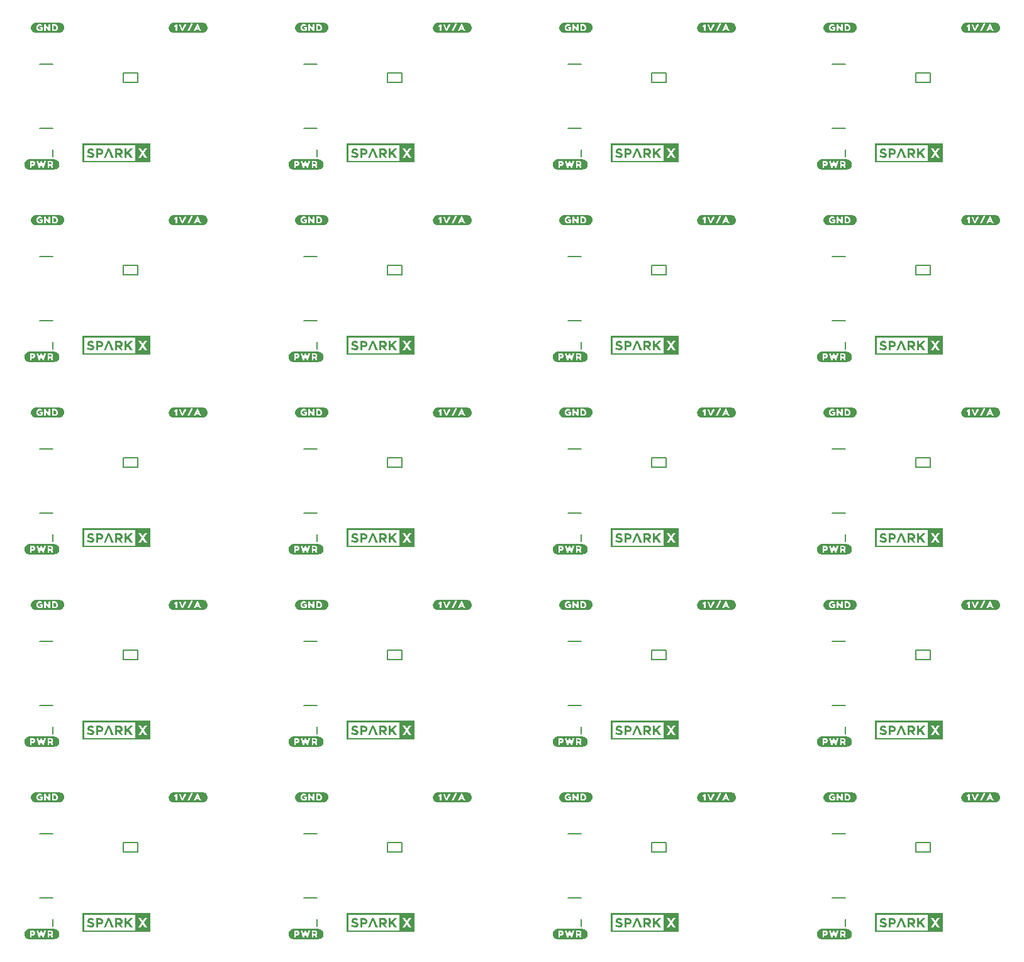
<source format=gto>
G04 EAGLE Gerber RS-274X export*
G75*
%MOMM*%
%FSLAX34Y34*%
%LPD*%
%INSilkscreen Top*%
%IPPOS*%
%AMOC8*
5,1,8,0,0,1.08239X$1,22.5*%
G01*
%ADD10C,0.203200*%

G36*
X1239567Y530891D02*
X1239567Y530891D01*
X1239562Y530899D01*
X1239569Y530905D01*
X1239569Y556215D01*
X1239533Y556263D01*
X1239526Y556257D01*
X1239520Y556265D01*
X1148080Y556265D01*
X1148033Y556229D01*
X1148038Y556221D01*
X1148031Y556215D01*
X1148031Y530905D01*
X1148067Y530857D01*
X1148074Y530863D01*
X1148080Y530855D01*
X1239520Y530855D01*
X1239567Y530891D01*
G37*
G36*
X528367Y1049051D02*
X528367Y1049051D01*
X528362Y1049059D01*
X528369Y1049065D01*
X528369Y1074375D01*
X528333Y1074423D01*
X528326Y1074417D01*
X528320Y1074425D01*
X436880Y1074425D01*
X436833Y1074389D01*
X436838Y1074381D01*
X436831Y1074375D01*
X436831Y1049065D01*
X436867Y1049017D01*
X436874Y1049023D01*
X436880Y1049015D01*
X528320Y1049015D01*
X528367Y1049051D01*
G37*
G36*
X528367Y12731D02*
X528367Y12731D01*
X528362Y12739D01*
X528369Y12745D01*
X528369Y38055D01*
X528333Y38103D01*
X528326Y38097D01*
X528320Y38105D01*
X436880Y38105D01*
X436833Y38069D01*
X436838Y38061D01*
X436831Y38055D01*
X436831Y12745D01*
X436867Y12697D01*
X436874Y12703D01*
X436880Y12695D01*
X528320Y12695D01*
X528367Y12731D01*
G37*
G36*
X172767Y271811D02*
X172767Y271811D01*
X172762Y271819D01*
X172769Y271825D01*
X172769Y297135D01*
X172733Y297183D01*
X172726Y297177D01*
X172720Y297185D01*
X81280Y297185D01*
X81233Y297149D01*
X81238Y297141D01*
X81231Y297135D01*
X81231Y271825D01*
X81267Y271777D01*
X81274Y271783D01*
X81280Y271775D01*
X172720Y271775D01*
X172767Y271811D01*
G37*
G36*
X528367Y271811D02*
X528367Y271811D01*
X528362Y271819D01*
X528369Y271825D01*
X528369Y297135D01*
X528333Y297183D01*
X528326Y297177D01*
X528320Y297185D01*
X436880Y297185D01*
X436833Y297149D01*
X436838Y297141D01*
X436831Y297135D01*
X436831Y271825D01*
X436867Y271777D01*
X436874Y271783D01*
X436880Y271775D01*
X528320Y271775D01*
X528367Y271811D01*
G37*
G36*
X1239567Y271811D02*
X1239567Y271811D01*
X1239562Y271819D01*
X1239569Y271825D01*
X1239569Y297135D01*
X1239533Y297183D01*
X1239526Y297177D01*
X1239520Y297185D01*
X1148080Y297185D01*
X1148033Y297149D01*
X1148038Y297141D01*
X1148031Y297135D01*
X1148031Y271825D01*
X1148067Y271777D01*
X1148074Y271783D01*
X1148080Y271775D01*
X1239520Y271775D01*
X1239567Y271811D01*
G37*
G36*
X883967Y271811D02*
X883967Y271811D01*
X883962Y271819D01*
X883969Y271825D01*
X883969Y297135D01*
X883933Y297183D01*
X883926Y297177D01*
X883920Y297185D01*
X792480Y297185D01*
X792433Y297149D01*
X792438Y297141D01*
X792431Y297135D01*
X792431Y271825D01*
X792467Y271777D01*
X792474Y271783D01*
X792480Y271775D01*
X883920Y271775D01*
X883967Y271811D01*
G37*
G36*
X172767Y1049051D02*
X172767Y1049051D01*
X172762Y1049059D01*
X172769Y1049065D01*
X172769Y1074375D01*
X172733Y1074423D01*
X172726Y1074417D01*
X172720Y1074425D01*
X81280Y1074425D01*
X81233Y1074389D01*
X81238Y1074381D01*
X81231Y1074375D01*
X81231Y1049065D01*
X81267Y1049017D01*
X81274Y1049023D01*
X81280Y1049015D01*
X172720Y1049015D01*
X172767Y1049051D01*
G37*
G36*
X528367Y789971D02*
X528367Y789971D01*
X528362Y789979D01*
X528369Y789985D01*
X528369Y815295D01*
X528333Y815343D01*
X528326Y815337D01*
X528320Y815345D01*
X436880Y815345D01*
X436833Y815309D01*
X436838Y815301D01*
X436831Y815295D01*
X436831Y789985D01*
X436867Y789937D01*
X436874Y789943D01*
X436880Y789935D01*
X528320Y789935D01*
X528367Y789971D01*
G37*
G36*
X883967Y789971D02*
X883967Y789971D01*
X883962Y789979D01*
X883969Y789985D01*
X883969Y815295D01*
X883933Y815343D01*
X883926Y815337D01*
X883920Y815345D01*
X792480Y815345D01*
X792433Y815309D01*
X792438Y815301D01*
X792431Y815295D01*
X792431Y789985D01*
X792467Y789937D01*
X792474Y789943D01*
X792480Y789935D01*
X883920Y789935D01*
X883967Y789971D01*
G37*
G36*
X1239567Y12731D02*
X1239567Y12731D01*
X1239562Y12739D01*
X1239569Y12745D01*
X1239569Y38055D01*
X1239533Y38103D01*
X1239526Y38097D01*
X1239520Y38105D01*
X1148080Y38105D01*
X1148033Y38069D01*
X1148038Y38061D01*
X1148031Y38055D01*
X1148031Y12745D01*
X1148067Y12697D01*
X1148074Y12703D01*
X1148080Y12695D01*
X1239520Y12695D01*
X1239567Y12731D01*
G37*
G36*
X172767Y789971D02*
X172767Y789971D01*
X172762Y789979D01*
X172769Y789985D01*
X172769Y815295D01*
X172733Y815343D01*
X172726Y815337D01*
X172720Y815345D01*
X81280Y815345D01*
X81233Y815309D01*
X81238Y815301D01*
X81231Y815295D01*
X81231Y789985D01*
X81267Y789937D01*
X81274Y789943D01*
X81280Y789935D01*
X172720Y789935D01*
X172767Y789971D01*
G37*
G36*
X528367Y530891D02*
X528367Y530891D01*
X528362Y530899D01*
X528369Y530905D01*
X528369Y556215D01*
X528333Y556263D01*
X528326Y556257D01*
X528320Y556265D01*
X436880Y556265D01*
X436833Y556229D01*
X436838Y556221D01*
X436831Y556215D01*
X436831Y530905D01*
X436867Y530857D01*
X436874Y530863D01*
X436880Y530855D01*
X528320Y530855D01*
X528367Y530891D01*
G37*
G36*
X883967Y530891D02*
X883967Y530891D01*
X883962Y530899D01*
X883969Y530905D01*
X883969Y556215D01*
X883933Y556263D01*
X883926Y556257D01*
X883920Y556265D01*
X792480Y556265D01*
X792433Y556229D01*
X792438Y556221D01*
X792431Y556215D01*
X792431Y530905D01*
X792467Y530857D01*
X792474Y530863D01*
X792480Y530855D01*
X883920Y530855D01*
X883967Y530891D01*
G37*
G36*
X172767Y530891D02*
X172767Y530891D01*
X172762Y530899D01*
X172769Y530905D01*
X172769Y556215D01*
X172733Y556263D01*
X172726Y556257D01*
X172720Y556265D01*
X81280Y556265D01*
X81233Y556229D01*
X81238Y556221D01*
X81231Y556215D01*
X81231Y530905D01*
X81267Y530857D01*
X81274Y530863D01*
X81280Y530855D01*
X172720Y530855D01*
X172767Y530891D01*
G37*
G36*
X172733Y38103D02*
X172733Y38103D01*
X172726Y38097D01*
X172720Y38105D01*
X81280Y38105D01*
X81233Y38069D01*
X81238Y38061D01*
X81231Y38055D01*
X81231Y12745D01*
X81267Y12697D01*
X81274Y12703D01*
X81280Y12695D01*
X172720Y12695D01*
X172767Y12731D01*
X172762Y12739D01*
X172769Y12745D01*
X172769Y38055D01*
X172733Y38103D01*
G37*
G36*
X1239567Y789971D02*
X1239567Y789971D01*
X1239562Y789979D01*
X1239569Y789985D01*
X1239569Y815295D01*
X1239533Y815343D01*
X1239526Y815337D01*
X1239520Y815345D01*
X1148080Y815345D01*
X1148033Y815309D01*
X1148038Y815301D01*
X1148031Y815295D01*
X1148031Y789985D01*
X1148067Y789937D01*
X1148074Y789943D01*
X1148080Y789935D01*
X1239520Y789935D01*
X1239567Y789971D01*
G37*
G36*
X883967Y12731D02*
X883967Y12731D01*
X883962Y12739D01*
X883969Y12745D01*
X883969Y38055D01*
X883933Y38103D01*
X883926Y38097D01*
X883920Y38105D01*
X792480Y38105D01*
X792433Y38069D01*
X792438Y38061D01*
X792431Y38055D01*
X792431Y12745D01*
X792467Y12697D01*
X792474Y12703D01*
X792480Y12695D01*
X883920Y12695D01*
X883967Y12731D01*
G37*
G36*
X1239567Y1049051D02*
X1239567Y1049051D01*
X1239562Y1049059D01*
X1239569Y1049065D01*
X1239569Y1074375D01*
X1239533Y1074423D01*
X1239526Y1074417D01*
X1239520Y1074425D01*
X1148080Y1074425D01*
X1148033Y1074389D01*
X1148038Y1074381D01*
X1148031Y1074375D01*
X1148031Y1049065D01*
X1148067Y1049017D01*
X1148074Y1049023D01*
X1148080Y1049015D01*
X1239520Y1049015D01*
X1239567Y1049051D01*
G37*
G36*
X883967Y1049051D02*
X883967Y1049051D01*
X883962Y1049059D01*
X883969Y1049065D01*
X883969Y1074375D01*
X883933Y1074423D01*
X883926Y1074417D01*
X883920Y1074425D01*
X792480Y1074425D01*
X792433Y1074389D01*
X792438Y1074381D01*
X792431Y1074375D01*
X792431Y1049065D01*
X792467Y1049017D01*
X792474Y1049023D01*
X792480Y1049015D01*
X883920Y1049015D01*
X883967Y1049051D01*
G37*
%LPC*%
G36*
X83679Y274224D02*
X83679Y274224D01*
X83679Y294736D01*
X152243Y294736D01*
X152243Y274224D01*
X83679Y274224D01*
G37*
%LPD*%
%LPC*%
G36*
X794879Y792384D02*
X794879Y792384D01*
X794879Y812896D01*
X863443Y812896D01*
X863443Y792384D01*
X794879Y792384D01*
G37*
%LPD*%
%LPC*%
G36*
X1150479Y792384D02*
X1150479Y792384D01*
X1150479Y812896D01*
X1219043Y812896D01*
X1219043Y792384D01*
X1150479Y792384D01*
G37*
%LPD*%
%LPC*%
G36*
X439279Y792384D02*
X439279Y792384D01*
X439279Y812896D01*
X507843Y812896D01*
X507843Y792384D01*
X439279Y792384D01*
G37*
%LPD*%
%LPC*%
G36*
X83679Y792384D02*
X83679Y792384D01*
X83679Y812896D01*
X152243Y812896D01*
X152243Y792384D01*
X83679Y792384D01*
G37*
%LPD*%
%LPC*%
G36*
X83679Y533304D02*
X83679Y533304D01*
X83679Y553816D01*
X152243Y553816D01*
X152243Y533304D01*
X83679Y533304D01*
G37*
%LPD*%
%LPC*%
G36*
X439279Y533304D02*
X439279Y533304D01*
X439279Y553816D01*
X507843Y553816D01*
X507843Y533304D01*
X439279Y533304D01*
G37*
%LPD*%
%LPC*%
G36*
X1150479Y533304D02*
X1150479Y533304D01*
X1150479Y553816D01*
X1219043Y553816D01*
X1219043Y533304D01*
X1150479Y533304D01*
G37*
%LPD*%
%LPC*%
G36*
X83679Y1051464D02*
X83679Y1051464D01*
X83679Y1071976D01*
X152243Y1071976D01*
X152243Y1051464D01*
X83679Y1051464D01*
G37*
%LPD*%
%LPC*%
G36*
X1150479Y1051464D02*
X1150479Y1051464D01*
X1150479Y1071976D01*
X1219043Y1071976D01*
X1219043Y1051464D01*
X1150479Y1051464D01*
G37*
%LPD*%
%LPC*%
G36*
X439279Y15144D02*
X439279Y15144D01*
X439279Y35656D01*
X507843Y35656D01*
X507843Y15144D01*
X439279Y15144D01*
G37*
%LPD*%
%LPC*%
G36*
X1150479Y15144D02*
X1150479Y15144D01*
X1150479Y35656D01*
X1219043Y35656D01*
X1219043Y15144D01*
X1150479Y15144D01*
G37*
%LPD*%
%LPC*%
G36*
X794879Y15144D02*
X794879Y15144D01*
X794879Y35656D01*
X863443Y35656D01*
X863443Y15144D01*
X794879Y15144D01*
G37*
%LPD*%
%LPC*%
G36*
X83679Y15144D02*
X83679Y15144D01*
X83679Y35656D01*
X152243Y35656D01*
X152243Y15144D01*
X83679Y15144D01*
G37*
%LPD*%
%LPC*%
G36*
X794879Y1051464D02*
X794879Y1051464D01*
X794879Y1071976D01*
X863443Y1071976D01*
X863443Y1051464D01*
X794879Y1051464D01*
G37*
%LPD*%
%LPC*%
G36*
X439279Y1051464D02*
X439279Y1051464D01*
X439279Y1071976D01*
X507843Y1071976D01*
X507843Y1051464D01*
X439279Y1051464D01*
G37*
%LPD*%
%LPC*%
G36*
X1150479Y274224D02*
X1150479Y274224D01*
X1150479Y294736D01*
X1219043Y294736D01*
X1219043Y274224D01*
X1150479Y274224D01*
G37*
%LPD*%
%LPC*%
G36*
X794879Y274224D02*
X794879Y274224D01*
X794879Y294736D01*
X863443Y294736D01*
X863443Y274224D01*
X794879Y274224D01*
G37*
%LPD*%
%LPC*%
G36*
X439279Y274224D02*
X439279Y274224D01*
X439279Y294736D01*
X507843Y294736D01*
X507843Y274224D01*
X439279Y274224D01*
G37*
%LPD*%
%LPC*%
G36*
X794879Y533304D02*
X794879Y533304D01*
X794879Y553816D01*
X863443Y553816D01*
X863443Y533304D01*
X794879Y533304D01*
G37*
%LPD*%
G36*
X953326Y187465D02*
X953326Y187465D01*
X953332Y187462D01*
X953337Y187474D01*
X953367Y187497D01*
X953354Y187514D01*
X953356Y187520D01*
X953378Y187484D01*
X953412Y187471D01*
X953420Y187461D01*
X954020Y187461D01*
X954024Y187464D01*
X954027Y187461D01*
X955427Y187661D01*
X955432Y187666D01*
X955436Y187663D01*
X956035Y187863D01*
X956734Y188063D01*
X956738Y188068D01*
X956742Y188066D01*
X957342Y188366D01*
X957345Y188373D01*
X957351Y188372D01*
X957849Y188770D01*
X958447Y189169D01*
X958451Y189179D01*
X958458Y189179D01*
X958857Y189677D01*
X959355Y190175D01*
X959355Y190179D01*
X959358Y190179D01*
X959758Y190679D01*
X959759Y190687D01*
X959764Y190688D01*
X960064Y191288D01*
X960064Y191290D01*
X960065Y191291D01*
X960365Y191991D01*
X960365Y191994D01*
X960367Y191994D01*
X960567Y192594D01*
X960565Y192601D01*
X960569Y192603D01*
X960669Y193302D01*
X960769Y193902D01*
X960766Y193907D01*
X960769Y193910D01*
X960769Y194610D01*
X960766Y194614D01*
X960769Y194617D01*
X960669Y195317D01*
X960668Y195318D01*
X960669Y195318D01*
X960569Y195918D01*
X960565Y195921D01*
X960567Y195924D01*
X960367Y196624D01*
X960362Y196628D01*
X960364Y196632D01*
X959764Y197832D01*
X959760Y197834D01*
X959761Y197837D01*
X959361Y198437D01*
X959358Y198438D01*
X959358Y198441D01*
X958958Y198941D01*
X958954Y198942D01*
X958955Y198945D01*
X958455Y199445D01*
X958451Y199445D01*
X958451Y199448D01*
X957951Y199848D01*
X957947Y199849D01*
X957947Y199851D01*
X957347Y200251D01*
X957343Y200251D01*
X957342Y200254D01*
X956742Y200554D01*
X956737Y200553D01*
X956736Y200557D01*
X956136Y200757D01*
X956134Y200756D01*
X956134Y200757D01*
X955434Y200957D01*
X955430Y200956D01*
X955428Y200959D01*
X954828Y201059D01*
X954827Y201058D01*
X954827Y201059D01*
X954127Y201159D01*
X954122Y201156D01*
X954120Y201159D01*
X915320Y201159D01*
X915316Y201156D01*
X915313Y201159D01*
X913913Y200959D01*
X913910Y200955D01*
X913908Y200955D01*
X913907Y200955D01*
X913904Y200957D01*
X913304Y200757D01*
X913303Y200754D01*
X913301Y200755D01*
X912601Y200455D01*
X912599Y200453D01*
X912598Y200454D01*
X911998Y200154D01*
X911997Y200151D01*
X911995Y200152D01*
X911495Y199852D01*
X911491Y199844D01*
X911485Y199845D01*
X909985Y198345D01*
X909984Y198336D01*
X909978Y198335D01*
X909678Y197835D01*
X909678Y197832D01*
X909676Y197832D01*
X909376Y197232D01*
X909376Y197230D01*
X909375Y197229D01*
X909075Y196529D01*
X909076Y196526D01*
X909073Y196526D01*
X908873Y195926D01*
X908875Y195919D01*
X908871Y195917D01*
X908671Y194517D01*
X908674Y194512D01*
X908671Y194510D01*
X908671Y193910D01*
X908674Y193906D01*
X908671Y193903D01*
X908771Y193203D01*
X908775Y193199D01*
X908773Y193196D01*
X908973Y192496D01*
X908974Y192495D01*
X908973Y192494D01*
X909373Y191294D01*
X909381Y191289D01*
X909379Y191283D01*
X910179Y190083D01*
X910182Y190082D01*
X910182Y190079D01*
X910582Y189579D01*
X910589Y189577D01*
X910589Y189572D01*
X911087Y189173D01*
X911585Y188675D01*
X911597Y188674D01*
X911598Y188666D01*
X913398Y187766D01*
X913409Y187768D01*
X913413Y187761D01*
X914113Y187661D01*
X914812Y187561D01*
X915412Y187461D01*
X915438Y187475D01*
X915451Y187472D01*
X915476Y187492D01*
X915475Y187489D01*
X915503Y187483D01*
X915520Y187461D01*
X953320Y187461D01*
X953326Y187465D01*
G37*
G36*
X953326Y1223785D02*
X953326Y1223785D01*
X953332Y1223782D01*
X953337Y1223794D01*
X953367Y1223817D01*
X953354Y1223834D01*
X953356Y1223840D01*
X953378Y1223804D01*
X953412Y1223791D01*
X953420Y1223781D01*
X954020Y1223781D01*
X954024Y1223784D01*
X954027Y1223781D01*
X955427Y1223981D01*
X955432Y1223986D01*
X955436Y1223983D01*
X956035Y1224183D01*
X956734Y1224383D01*
X956738Y1224388D01*
X956742Y1224386D01*
X957342Y1224686D01*
X957345Y1224693D01*
X957351Y1224692D01*
X957849Y1225090D01*
X958447Y1225489D01*
X958451Y1225499D01*
X958458Y1225499D01*
X958857Y1225997D01*
X959355Y1226495D01*
X959355Y1226499D01*
X959358Y1226499D01*
X959758Y1226999D01*
X959759Y1227007D01*
X959764Y1227008D01*
X960064Y1227608D01*
X960064Y1227610D01*
X960065Y1227611D01*
X960365Y1228311D01*
X960365Y1228314D01*
X960367Y1228314D01*
X960567Y1228914D01*
X960565Y1228921D01*
X960569Y1228923D01*
X960669Y1229622D01*
X960769Y1230222D01*
X960766Y1230227D01*
X960769Y1230230D01*
X960769Y1230930D01*
X960766Y1230934D01*
X960769Y1230937D01*
X960669Y1231637D01*
X960668Y1231638D01*
X960669Y1231638D01*
X960569Y1232238D01*
X960565Y1232241D01*
X960567Y1232244D01*
X960367Y1232944D01*
X960362Y1232948D01*
X960364Y1232952D01*
X959764Y1234152D01*
X959760Y1234154D01*
X959761Y1234157D01*
X959361Y1234757D01*
X959358Y1234758D01*
X959358Y1234761D01*
X958958Y1235261D01*
X958954Y1235262D01*
X958955Y1235265D01*
X958455Y1235765D01*
X958451Y1235765D01*
X958451Y1235768D01*
X957951Y1236168D01*
X957947Y1236169D01*
X957947Y1236171D01*
X957347Y1236571D01*
X957343Y1236571D01*
X957342Y1236574D01*
X956742Y1236874D01*
X956737Y1236873D01*
X956736Y1236877D01*
X956136Y1237077D01*
X956134Y1237076D01*
X956134Y1237077D01*
X955434Y1237277D01*
X955430Y1237276D01*
X955428Y1237279D01*
X954828Y1237379D01*
X954827Y1237378D01*
X954827Y1237379D01*
X954127Y1237479D01*
X954122Y1237476D01*
X954120Y1237479D01*
X915320Y1237479D01*
X915316Y1237476D01*
X915313Y1237479D01*
X913913Y1237279D01*
X913910Y1237275D01*
X913908Y1237275D01*
X913907Y1237275D01*
X913904Y1237277D01*
X913304Y1237077D01*
X913303Y1237074D01*
X913301Y1237075D01*
X912601Y1236775D01*
X912599Y1236773D01*
X912598Y1236774D01*
X911998Y1236474D01*
X911997Y1236471D01*
X911995Y1236472D01*
X911495Y1236172D01*
X911491Y1236164D01*
X911485Y1236165D01*
X909985Y1234665D01*
X909984Y1234656D01*
X909978Y1234655D01*
X909678Y1234155D01*
X909678Y1234152D01*
X909676Y1234152D01*
X909376Y1233552D01*
X909376Y1233550D01*
X909375Y1233549D01*
X909075Y1232849D01*
X909076Y1232846D01*
X909073Y1232846D01*
X908873Y1232246D01*
X908875Y1232239D01*
X908871Y1232237D01*
X908671Y1230837D01*
X908674Y1230832D01*
X908671Y1230830D01*
X908671Y1230230D01*
X908674Y1230226D01*
X908671Y1230223D01*
X908771Y1229523D01*
X908775Y1229519D01*
X908773Y1229516D01*
X908973Y1228816D01*
X908974Y1228815D01*
X908973Y1228814D01*
X909373Y1227614D01*
X909381Y1227609D01*
X909379Y1227603D01*
X910179Y1226403D01*
X910182Y1226402D01*
X910182Y1226399D01*
X910582Y1225899D01*
X910589Y1225897D01*
X910589Y1225892D01*
X911087Y1225493D01*
X911585Y1224995D01*
X911597Y1224994D01*
X911598Y1224986D01*
X913398Y1224086D01*
X913409Y1224088D01*
X913413Y1224081D01*
X914113Y1223981D01*
X914812Y1223881D01*
X915412Y1223781D01*
X915438Y1223795D01*
X915451Y1223792D01*
X915476Y1223812D01*
X915475Y1223809D01*
X915503Y1223803D01*
X915520Y1223781D01*
X953320Y1223781D01*
X953326Y1223785D01*
G37*
G36*
X1308926Y1223785D02*
X1308926Y1223785D01*
X1308932Y1223782D01*
X1308937Y1223794D01*
X1308967Y1223817D01*
X1308954Y1223834D01*
X1308956Y1223840D01*
X1308978Y1223804D01*
X1309012Y1223791D01*
X1309020Y1223781D01*
X1309620Y1223781D01*
X1309624Y1223784D01*
X1309627Y1223781D01*
X1311027Y1223981D01*
X1311032Y1223986D01*
X1311036Y1223983D01*
X1311635Y1224183D01*
X1312334Y1224383D01*
X1312338Y1224388D01*
X1312342Y1224386D01*
X1312942Y1224686D01*
X1312945Y1224693D01*
X1312951Y1224692D01*
X1313449Y1225090D01*
X1314047Y1225489D01*
X1314051Y1225499D01*
X1314058Y1225499D01*
X1314457Y1225997D01*
X1314955Y1226495D01*
X1314955Y1226499D01*
X1314958Y1226499D01*
X1315358Y1226999D01*
X1315359Y1227007D01*
X1315364Y1227008D01*
X1315664Y1227608D01*
X1315664Y1227610D01*
X1315665Y1227611D01*
X1315965Y1228311D01*
X1315965Y1228314D01*
X1315967Y1228314D01*
X1316167Y1228914D01*
X1316165Y1228921D01*
X1316169Y1228923D01*
X1316269Y1229622D01*
X1316369Y1230222D01*
X1316366Y1230227D01*
X1316369Y1230230D01*
X1316369Y1230930D01*
X1316366Y1230934D01*
X1316369Y1230937D01*
X1316269Y1231637D01*
X1316268Y1231638D01*
X1316269Y1231638D01*
X1316169Y1232238D01*
X1316165Y1232241D01*
X1316167Y1232244D01*
X1315967Y1232944D01*
X1315962Y1232948D01*
X1315964Y1232952D01*
X1315364Y1234152D01*
X1315360Y1234154D01*
X1315361Y1234157D01*
X1314961Y1234757D01*
X1314958Y1234758D01*
X1314958Y1234761D01*
X1314558Y1235261D01*
X1314554Y1235262D01*
X1314555Y1235265D01*
X1314055Y1235765D01*
X1314051Y1235765D01*
X1314051Y1235768D01*
X1313551Y1236168D01*
X1313547Y1236169D01*
X1313547Y1236171D01*
X1312947Y1236571D01*
X1312943Y1236571D01*
X1312942Y1236574D01*
X1312342Y1236874D01*
X1312337Y1236873D01*
X1312336Y1236877D01*
X1311736Y1237077D01*
X1311734Y1237076D01*
X1311734Y1237077D01*
X1311034Y1237277D01*
X1311030Y1237276D01*
X1311028Y1237279D01*
X1310428Y1237379D01*
X1310427Y1237378D01*
X1310427Y1237379D01*
X1309727Y1237479D01*
X1309722Y1237476D01*
X1309720Y1237479D01*
X1270920Y1237479D01*
X1270916Y1237476D01*
X1270913Y1237479D01*
X1269513Y1237279D01*
X1269510Y1237275D01*
X1269508Y1237275D01*
X1269507Y1237275D01*
X1269504Y1237277D01*
X1268904Y1237077D01*
X1268903Y1237074D01*
X1268901Y1237075D01*
X1268201Y1236775D01*
X1268199Y1236773D01*
X1268198Y1236774D01*
X1267598Y1236474D01*
X1267597Y1236471D01*
X1267595Y1236472D01*
X1267095Y1236172D01*
X1267091Y1236164D01*
X1267085Y1236165D01*
X1265585Y1234665D01*
X1265584Y1234656D01*
X1265578Y1234655D01*
X1265278Y1234155D01*
X1265278Y1234152D01*
X1265276Y1234152D01*
X1264976Y1233552D01*
X1264976Y1233550D01*
X1264975Y1233549D01*
X1264675Y1232849D01*
X1264676Y1232846D01*
X1264673Y1232846D01*
X1264473Y1232246D01*
X1264475Y1232239D01*
X1264471Y1232237D01*
X1264271Y1230837D01*
X1264274Y1230832D01*
X1264271Y1230830D01*
X1264271Y1230230D01*
X1264274Y1230226D01*
X1264271Y1230223D01*
X1264371Y1229523D01*
X1264375Y1229519D01*
X1264373Y1229516D01*
X1264573Y1228816D01*
X1264574Y1228815D01*
X1264573Y1228814D01*
X1264973Y1227614D01*
X1264981Y1227609D01*
X1264979Y1227603D01*
X1265779Y1226403D01*
X1265782Y1226402D01*
X1265782Y1226399D01*
X1266182Y1225899D01*
X1266189Y1225897D01*
X1266189Y1225892D01*
X1266687Y1225493D01*
X1267185Y1224995D01*
X1267197Y1224994D01*
X1267198Y1224986D01*
X1268998Y1224086D01*
X1269009Y1224088D01*
X1269013Y1224081D01*
X1269713Y1223981D01*
X1270412Y1223881D01*
X1271012Y1223781D01*
X1271038Y1223795D01*
X1271051Y1223792D01*
X1271076Y1223812D01*
X1271075Y1223809D01*
X1271103Y1223803D01*
X1271120Y1223781D01*
X1308920Y1223781D01*
X1308926Y1223785D01*
G37*
G36*
X242126Y1223785D02*
X242126Y1223785D01*
X242132Y1223782D01*
X242137Y1223794D01*
X242167Y1223817D01*
X242154Y1223834D01*
X242156Y1223840D01*
X242178Y1223804D01*
X242212Y1223791D01*
X242220Y1223781D01*
X242820Y1223781D01*
X242824Y1223784D01*
X242827Y1223781D01*
X244227Y1223981D01*
X244232Y1223986D01*
X244236Y1223983D01*
X244835Y1224183D01*
X245534Y1224383D01*
X245538Y1224388D01*
X245542Y1224386D01*
X246142Y1224686D01*
X246145Y1224693D01*
X246151Y1224692D01*
X246649Y1225090D01*
X247247Y1225489D01*
X247251Y1225499D01*
X247258Y1225499D01*
X247657Y1225997D01*
X248155Y1226495D01*
X248155Y1226499D01*
X248158Y1226499D01*
X248558Y1226999D01*
X248559Y1227007D01*
X248564Y1227008D01*
X248864Y1227608D01*
X248864Y1227610D01*
X248865Y1227611D01*
X249165Y1228311D01*
X249165Y1228314D01*
X249167Y1228314D01*
X249367Y1228914D01*
X249365Y1228921D01*
X249369Y1228923D01*
X249469Y1229622D01*
X249569Y1230222D01*
X249566Y1230227D01*
X249569Y1230230D01*
X249569Y1230930D01*
X249566Y1230934D01*
X249569Y1230937D01*
X249469Y1231637D01*
X249468Y1231638D01*
X249469Y1231638D01*
X249369Y1232238D01*
X249365Y1232241D01*
X249367Y1232244D01*
X249167Y1232944D01*
X249162Y1232948D01*
X249164Y1232952D01*
X248564Y1234152D01*
X248560Y1234154D01*
X248561Y1234157D01*
X248161Y1234757D01*
X248158Y1234758D01*
X248158Y1234761D01*
X247758Y1235261D01*
X247754Y1235262D01*
X247755Y1235265D01*
X247255Y1235765D01*
X247251Y1235765D01*
X247251Y1235768D01*
X246751Y1236168D01*
X246747Y1236169D01*
X246747Y1236171D01*
X246147Y1236571D01*
X246143Y1236571D01*
X246142Y1236574D01*
X245542Y1236874D01*
X245537Y1236873D01*
X245536Y1236877D01*
X244936Y1237077D01*
X244934Y1237076D01*
X244934Y1237077D01*
X244234Y1237277D01*
X244230Y1237276D01*
X244228Y1237279D01*
X243628Y1237379D01*
X243627Y1237378D01*
X243627Y1237379D01*
X242927Y1237479D01*
X242922Y1237476D01*
X242920Y1237479D01*
X204120Y1237479D01*
X204116Y1237476D01*
X204113Y1237479D01*
X202713Y1237279D01*
X202710Y1237275D01*
X202708Y1237275D01*
X202707Y1237275D01*
X202704Y1237277D01*
X202104Y1237077D01*
X202103Y1237074D01*
X202101Y1237075D01*
X201401Y1236775D01*
X201399Y1236773D01*
X201398Y1236774D01*
X200798Y1236474D01*
X200797Y1236471D01*
X200795Y1236472D01*
X200295Y1236172D01*
X200291Y1236164D01*
X200285Y1236165D01*
X198785Y1234665D01*
X198784Y1234656D01*
X198778Y1234655D01*
X198478Y1234155D01*
X198478Y1234152D01*
X198476Y1234152D01*
X198176Y1233552D01*
X198176Y1233550D01*
X198175Y1233549D01*
X197875Y1232849D01*
X197876Y1232846D01*
X197873Y1232846D01*
X197673Y1232246D01*
X197675Y1232239D01*
X197671Y1232237D01*
X197471Y1230837D01*
X197474Y1230832D01*
X197471Y1230830D01*
X197471Y1230230D01*
X197474Y1230226D01*
X197471Y1230223D01*
X197571Y1229523D01*
X197575Y1229519D01*
X197573Y1229516D01*
X197773Y1228816D01*
X197774Y1228815D01*
X197773Y1228814D01*
X198173Y1227614D01*
X198181Y1227609D01*
X198179Y1227603D01*
X198979Y1226403D01*
X198982Y1226402D01*
X198982Y1226399D01*
X199382Y1225899D01*
X199389Y1225897D01*
X199389Y1225892D01*
X199887Y1225493D01*
X200385Y1224995D01*
X200397Y1224994D01*
X200398Y1224986D01*
X202198Y1224086D01*
X202209Y1224088D01*
X202213Y1224081D01*
X202913Y1223981D01*
X203612Y1223881D01*
X204212Y1223781D01*
X204238Y1223795D01*
X204251Y1223792D01*
X204276Y1223812D01*
X204275Y1223809D01*
X204303Y1223803D01*
X204320Y1223781D01*
X242120Y1223781D01*
X242126Y1223785D01*
G37*
G36*
X597726Y1223785D02*
X597726Y1223785D01*
X597732Y1223782D01*
X597737Y1223794D01*
X597767Y1223817D01*
X597754Y1223834D01*
X597756Y1223840D01*
X597778Y1223804D01*
X597812Y1223791D01*
X597820Y1223781D01*
X598420Y1223781D01*
X598424Y1223784D01*
X598427Y1223781D01*
X599827Y1223981D01*
X599832Y1223986D01*
X599836Y1223983D01*
X600435Y1224183D01*
X601134Y1224383D01*
X601138Y1224388D01*
X601142Y1224386D01*
X601742Y1224686D01*
X601745Y1224693D01*
X601751Y1224692D01*
X602249Y1225090D01*
X602847Y1225489D01*
X602851Y1225499D01*
X602858Y1225499D01*
X603257Y1225997D01*
X603755Y1226495D01*
X603755Y1226499D01*
X603758Y1226499D01*
X604158Y1226999D01*
X604159Y1227007D01*
X604164Y1227008D01*
X604464Y1227608D01*
X604464Y1227610D01*
X604465Y1227611D01*
X604765Y1228311D01*
X604765Y1228314D01*
X604767Y1228314D01*
X604967Y1228914D01*
X604965Y1228921D01*
X604969Y1228923D01*
X605069Y1229622D01*
X605169Y1230222D01*
X605166Y1230227D01*
X605169Y1230230D01*
X605169Y1230930D01*
X605166Y1230934D01*
X605169Y1230937D01*
X605069Y1231637D01*
X605068Y1231638D01*
X605069Y1231638D01*
X604969Y1232238D01*
X604965Y1232241D01*
X604967Y1232244D01*
X604767Y1232944D01*
X604762Y1232948D01*
X604764Y1232952D01*
X604164Y1234152D01*
X604160Y1234154D01*
X604161Y1234157D01*
X603761Y1234757D01*
X603758Y1234758D01*
X603758Y1234761D01*
X603358Y1235261D01*
X603354Y1235262D01*
X603355Y1235265D01*
X602855Y1235765D01*
X602851Y1235765D01*
X602851Y1235768D01*
X602351Y1236168D01*
X602347Y1236169D01*
X602347Y1236171D01*
X601747Y1236571D01*
X601743Y1236571D01*
X601742Y1236574D01*
X601142Y1236874D01*
X601137Y1236873D01*
X601136Y1236877D01*
X600536Y1237077D01*
X600534Y1237076D01*
X600534Y1237077D01*
X599834Y1237277D01*
X599830Y1237276D01*
X599828Y1237279D01*
X599228Y1237379D01*
X599227Y1237378D01*
X599227Y1237379D01*
X598527Y1237479D01*
X598522Y1237476D01*
X598520Y1237479D01*
X559720Y1237479D01*
X559716Y1237476D01*
X559713Y1237479D01*
X558313Y1237279D01*
X558310Y1237275D01*
X558308Y1237275D01*
X558307Y1237275D01*
X558304Y1237277D01*
X557704Y1237077D01*
X557703Y1237074D01*
X557701Y1237075D01*
X557001Y1236775D01*
X556999Y1236773D01*
X556998Y1236774D01*
X556398Y1236474D01*
X556397Y1236471D01*
X556395Y1236472D01*
X555895Y1236172D01*
X555891Y1236164D01*
X555885Y1236165D01*
X554385Y1234665D01*
X554384Y1234656D01*
X554378Y1234655D01*
X554078Y1234155D01*
X554078Y1234152D01*
X554076Y1234152D01*
X553776Y1233552D01*
X553776Y1233550D01*
X553775Y1233549D01*
X553475Y1232849D01*
X553476Y1232846D01*
X553473Y1232846D01*
X553273Y1232246D01*
X553275Y1232239D01*
X553271Y1232237D01*
X553071Y1230837D01*
X553074Y1230832D01*
X553071Y1230830D01*
X553071Y1230230D01*
X553074Y1230226D01*
X553071Y1230223D01*
X553171Y1229523D01*
X553175Y1229519D01*
X553173Y1229516D01*
X553373Y1228816D01*
X553374Y1228815D01*
X553373Y1228814D01*
X553773Y1227614D01*
X553781Y1227609D01*
X553779Y1227603D01*
X554579Y1226403D01*
X554582Y1226402D01*
X554582Y1226399D01*
X554982Y1225899D01*
X554989Y1225897D01*
X554989Y1225892D01*
X555487Y1225493D01*
X555985Y1224995D01*
X555997Y1224994D01*
X555998Y1224986D01*
X557798Y1224086D01*
X557809Y1224088D01*
X557813Y1224081D01*
X558513Y1223981D01*
X559212Y1223881D01*
X559812Y1223781D01*
X559838Y1223795D01*
X559851Y1223792D01*
X559876Y1223812D01*
X559875Y1223809D01*
X559903Y1223803D01*
X559920Y1223781D01*
X597720Y1223781D01*
X597726Y1223785D01*
G37*
G36*
X597726Y964705D02*
X597726Y964705D01*
X597732Y964702D01*
X597737Y964714D01*
X597767Y964737D01*
X597754Y964754D01*
X597756Y964760D01*
X597778Y964724D01*
X597812Y964711D01*
X597820Y964701D01*
X598420Y964701D01*
X598424Y964704D01*
X598427Y964701D01*
X599827Y964901D01*
X599832Y964906D01*
X599836Y964903D01*
X600435Y965103D01*
X601134Y965303D01*
X601138Y965308D01*
X601142Y965306D01*
X601742Y965606D01*
X601745Y965613D01*
X601751Y965612D01*
X602249Y966010D01*
X602847Y966409D01*
X602851Y966419D01*
X602858Y966419D01*
X603257Y966917D01*
X603755Y967415D01*
X603755Y967419D01*
X603758Y967419D01*
X604158Y967919D01*
X604159Y967927D01*
X604164Y967928D01*
X604464Y968528D01*
X604464Y968530D01*
X604465Y968531D01*
X604765Y969231D01*
X604765Y969234D01*
X604767Y969234D01*
X604967Y969834D01*
X604965Y969841D01*
X604969Y969843D01*
X605069Y970542D01*
X605169Y971142D01*
X605166Y971147D01*
X605169Y971150D01*
X605169Y971850D01*
X605166Y971854D01*
X605169Y971857D01*
X605069Y972557D01*
X605068Y972558D01*
X605069Y972558D01*
X604969Y973158D01*
X604965Y973161D01*
X604967Y973164D01*
X604767Y973864D01*
X604762Y973868D01*
X604764Y973872D01*
X604164Y975072D01*
X604160Y975074D01*
X604161Y975077D01*
X603761Y975677D01*
X603758Y975678D01*
X603758Y975681D01*
X603358Y976181D01*
X603354Y976182D01*
X603355Y976185D01*
X602855Y976685D01*
X602851Y976685D01*
X602851Y976688D01*
X602351Y977088D01*
X602347Y977089D01*
X602347Y977091D01*
X601747Y977491D01*
X601743Y977491D01*
X601742Y977494D01*
X601142Y977794D01*
X601137Y977793D01*
X601136Y977797D01*
X600536Y977997D01*
X600534Y977996D01*
X600534Y977997D01*
X599834Y978197D01*
X599830Y978196D01*
X599828Y978199D01*
X599228Y978299D01*
X599227Y978298D01*
X599227Y978299D01*
X598527Y978399D01*
X598522Y978396D01*
X598520Y978399D01*
X559720Y978399D01*
X559716Y978396D01*
X559713Y978399D01*
X558313Y978199D01*
X558310Y978195D01*
X558308Y978195D01*
X558307Y978195D01*
X558304Y978197D01*
X557704Y977997D01*
X557703Y977994D01*
X557701Y977995D01*
X557001Y977695D01*
X556999Y977693D01*
X556998Y977694D01*
X556398Y977394D01*
X556397Y977391D01*
X556395Y977392D01*
X555895Y977092D01*
X555891Y977084D01*
X555885Y977085D01*
X554385Y975585D01*
X554384Y975576D01*
X554378Y975575D01*
X554078Y975075D01*
X554078Y975072D01*
X554076Y975072D01*
X553776Y974472D01*
X553776Y974470D01*
X553775Y974469D01*
X553475Y973769D01*
X553476Y973766D01*
X553473Y973766D01*
X553273Y973166D01*
X553275Y973159D01*
X553271Y973157D01*
X553071Y971757D01*
X553074Y971752D01*
X553071Y971750D01*
X553071Y971150D01*
X553074Y971146D01*
X553071Y971143D01*
X553171Y970443D01*
X553175Y970439D01*
X553173Y970436D01*
X553373Y969736D01*
X553374Y969735D01*
X553373Y969734D01*
X553773Y968534D01*
X553781Y968529D01*
X553779Y968523D01*
X554579Y967323D01*
X554582Y967322D01*
X554582Y967319D01*
X554982Y966819D01*
X554989Y966817D01*
X554989Y966812D01*
X555487Y966413D01*
X555985Y965915D01*
X555997Y965914D01*
X555998Y965906D01*
X557798Y965006D01*
X557809Y965008D01*
X557813Y965001D01*
X558513Y964901D01*
X559212Y964801D01*
X559812Y964701D01*
X559838Y964715D01*
X559851Y964712D01*
X559876Y964732D01*
X559875Y964729D01*
X559903Y964723D01*
X559920Y964701D01*
X597720Y964701D01*
X597726Y964705D01*
G37*
G36*
X953326Y705625D02*
X953326Y705625D01*
X953332Y705622D01*
X953337Y705634D01*
X953367Y705657D01*
X953354Y705674D01*
X953356Y705680D01*
X953378Y705644D01*
X953412Y705631D01*
X953420Y705621D01*
X954020Y705621D01*
X954024Y705624D01*
X954027Y705621D01*
X955427Y705821D01*
X955432Y705826D01*
X955436Y705823D01*
X956035Y706023D01*
X956734Y706223D01*
X956738Y706228D01*
X956742Y706226D01*
X957342Y706526D01*
X957345Y706533D01*
X957351Y706532D01*
X957849Y706930D01*
X958447Y707329D01*
X958451Y707339D01*
X958458Y707339D01*
X958857Y707837D01*
X959355Y708335D01*
X959355Y708339D01*
X959358Y708339D01*
X959758Y708839D01*
X959759Y708847D01*
X959764Y708848D01*
X960064Y709448D01*
X960064Y709450D01*
X960065Y709451D01*
X960365Y710151D01*
X960365Y710154D01*
X960367Y710154D01*
X960567Y710754D01*
X960565Y710761D01*
X960569Y710763D01*
X960669Y711462D01*
X960769Y712062D01*
X960766Y712067D01*
X960769Y712070D01*
X960769Y712770D01*
X960766Y712774D01*
X960769Y712777D01*
X960669Y713477D01*
X960668Y713478D01*
X960669Y713478D01*
X960569Y714078D01*
X960565Y714081D01*
X960567Y714084D01*
X960367Y714784D01*
X960362Y714788D01*
X960364Y714792D01*
X959764Y715992D01*
X959760Y715994D01*
X959761Y715997D01*
X959361Y716597D01*
X959358Y716598D01*
X959358Y716601D01*
X958958Y717101D01*
X958954Y717102D01*
X958955Y717105D01*
X958455Y717605D01*
X958451Y717605D01*
X958451Y717608D01*
X957951Y718008D01*
X957947Y718009D01*
X957947Y718011D01*
X957347Y718411D01*
X957343Y718411D01*
X957342Y718414D01*
X956742Y718714D01*
X956737Y718713D01*
X956736Y718717D01*
X956136Y718917D01*
X956134Y718916D01*
X956134Y718917D01*
X955434Y719117D01*
X955430Y719116D01*
X955428Y719119D01*
X954828Y719219D01*
X954827Y719218D01*
X954827Y719219D01*
X954127Y719319D01*
X954122Y719316D01*
X954120Y719319D01*
X915320Y719319D01*
X915316Y719316D01*
X915313Y719319D01*
X913913Y719119D01*
X913910Y719115D01*
X913908Y719115D01*
X913907Y719115D01*
X913904Y719117D01*
X913304Y718917D01*
X913303Y718914D01*
X913301Y718915D01*
X912601Y718615D01*
X912599Y718613D01*
X912598Y718614D01*
X911998Y718314D01*
X911997Y718311D01*
X911995Y718312D01*
X911495Y718012D01*
X911491Y718004D01*
X911485Y718005D01*
X909985Y716505D01*
X909984Y716496D01*
X909978Y716495D01*
X909678Y715995D01*
X909678Y715992D01*
X909676Y715992D01*
X909376Y715392D01*
X909376Y715390D01*
X909375Y715389D01*
X909075Y714689D01*
X909076Y714686D01*
X909073Y714686D01*
X908873Y714086D01*
X908875Y714079D01*
X908871Y714077D01*
X908671Y712677D01*
X908674Y712672D01*
X908671Y712670D01*
X908671Y712070D01*
X908674Y712066D01*
X908671Y712063D01*
X908771Y711363D01*
X908775Y711359D01*
X908773Y711356D01*
X908973Y710656D01*
X908974Y710655D01*
X908973Y710654D01*
X909373Y709454D01*
X909381Y709449D01*
X909379Y709443D01*
X910179Y708243D01*
X910182Y708242D01*
X910182Y708239D01*
X910582Y707739D01*
X910589Y707737D01*
X910589Y707732D01*
X911087Y707333D01*
X911585Y706835D01*
X911597Y706834D01*
X911598Y706826D01*
X913398Y705926D01*
X913409Y705928D01*
X913413Y705921D01*
X914113Y705821D01*
X914812Y705721D01*
X915412Y705621D01*
X915438Y705635D01*
X915451Y705632D01*
X915476Y705652D01*
X915475Y705649D01*
X915503Y705643D01*
X915520Y705621D01*
X953320Y705621D01*
X953326Y705625D01*
G37*
G36*
X1308926Y964705D02*
X1308926Y964705D01*
X1308932Y964702D01*
X1308937Y964714D01*
X1308967Y964737D01*
X1308954Y964754D01*
X1308956Y964760D01*
X1308978Y964724D01*
X1309012Y964711D01*
X1309020Y964701D01*
X1309620Y964701D01*
X1309624Y964704D01*
X1309627Y964701D01*
X1311027Y964901D01*
X1311032Y964906D01*
X1311036Y964903D01*
X1311635Y965103D01*
X1312334Y965303D01*
X1312338Y965308D01*
X1312342Y965306D01*
X1312942Y965606D01*
X1312945Y965613D01*
X1312951Y965612D01*
X1313449Y966010D01*
X1314047Y966409D01*
X1314051Y966419D01*
X1314058Y966419D01*
X1314457Y966917D01*
X1314955Y967415D01*
X1314955Y967419D01*
X1314958Y967419D01*
X1315358Y967919D01*
X1315359Y967927D01*
X1315364Y967928D01*
X1315664Y968528D01*
X1315664Y968530D01*
X1315665Y968531D01*
X1315965Y969231D01*
X1315965Y969234D01*
X1315967Y969234D01*
X1316167Y969834D01*
X1316165Y969841D01*
X1316169Y969843D01*
X1316269Y970542D01*
X1316369Y971142D01*
X1316366Y971147D01*
X1316369Y971150D01*
X1316369Y971850D01*
X1316366Y971854D01*
X1316369Y971857D01*
X1316269Y972557D01*
X1316268Y972558D01*
X1316269Y972558D01*
X1316169Y973158D01*
X1316165Y973161D01*
X1316167Y973164D01*
X1315967Y973864D01*
X1315962Y973868D01*
X1315964Y973872D01*
X1315364Y975072D01*
X1315360Y975074D01*
X1315361Y975077D01*
X1314961Y975677D01*
X1314958Y975678D01*
X1314958Y975681D01*
X1314558Y976181D01*
X1314554Y976182D01*
X1314555Y976185D01*
X1314055Y976685D01*
X1314051Y976685D01*
X1314051Y976688D01*
X1313551Y977088D01*
X1313547Y977089D01*
X1313547Y977091D01*
X1312947Y977491D01*
X1312943Y977491D01*
X1312942Y977494D01*
X1312342Y977794D01*
X1312337Y977793D01*
X1312336Y977797D01*
X1311736Y977997D01*
X1311734Y977996D01*
X1311734Y977997D01*
X1311034Y978197D01*
X1311030Y978196D01*
X1311028Y978199D01*
X1310428Y978299D01*
X1310427Y978298D01*
X1310427Y978299D01*
X1309727Y978399D01*
X1309722Y978396D01*
X1309720Y978399D01*
X1270920Y978399D01*
X1270916Y978396D01*
X1270913Y978399D01*
X1269513Y978199D01*
X1269510Y978195D01*
X1269508Y978195D01*
X1269507Y978195D01*
X1269504Y978197D01*
X1268904Y977997D01*
X1268903Y977994D01*
X1268901Y977995D01*
X1268201Y977695D01*
X1268199Y977693D01*
X1268198Y977694D01*
X1267598Y977394D01*
X1267597Y977391D01*
X1267595Y977392D01*
X1267095Y977092D01*
X1267091Y977084D01*
X1267085Y977085D01*
X1265585Y975585D01*
X1265584Y975576D01*
X1265578Y975575D01*
X1265278Y975075D01*
X1265278Y975072D01*
X1265276Y975072D01*
X1264976Y974472D01*
X1264976Y974470D01*
X1264975Y974469D01*
X1264675Y973769D01*
X1264676Y973766D01*
X1264673Y973766D01*
X1264473Y973166D01*
X1264475Y973159D01*
X1264471Y973157D01*
X1264271Y971757D01*
X1264274Y971752D01*
X1264271Y971750D01*
X1264271Y971150D01*
X1264274Y971146D01*
X1264271Y971143D01*
X1264371Y970443D01*
X1264375Y970439D01*
X1264373Y970436D01*
X1264573Y969736D01*
X1264574Y969735D01*
X1264573Y969734D01*
X1264973Y968534D01*
X1264981Y968529D01*
X1264979Y968523D01*
X1265779Y967323D01*
X1265782Y967322D01*
X1265782Y967319D01*
X1266182Y966819D01*
X1266189Y966817D01*
X1266189Y966812D01*
X1266687Y966413D01*
X1267185Y965915D01*
X1267197Y965914D01*
X1267198Y965906D01*
X1268998Y965006D01*
X1269009Y965008D01*
X1269013Y965001D01*
X1269713Y964901D01*
X1270412Y964801D01*
X1271012Y964701D01*
X1271038Y964715D01*
X1271051Y964712D01*
X1271076Y964732D01*
X1271075Y964729D01*
X1271103Y964723D01*
X1271120Y964701D01*
X1308920Y964701D01*
X1308926Y964705D01*
G37*
G36*
X242126Y964705D02*
X242126Y964705D01*
X242132Y964702D01*
X242137Y964714D01*
X242167Y964737D01*
X242154Y964754D01*
X242156Y964760D01*
X242178Y964724D01*
X242212Y964711D01*
X242220Y964701D01*
X242820Y964701D01*
X242824Y964704D01*
X242827Y964701D01*
X244227Y964901D01*
X244232Y964906D01*
X244236Y964903D01*
X244835Y965103D01*
X245534Y965303D01*
X245538Y965308D01*
X245542Y965306D01*
X246142Y965606D01*
X246145Y965613D01*
X246151Y965612D01*
X246649Y966010D01*
X247247Y966409D01*
X247251Y966419D01*
X247258Y966419D01*
X247657Y966917D01*
X248155Y967415D01*
X248155Y967419D01*
X248158Y967419D01*
X248558Y967919D01*
X248559Y967927D01*
X248564Y967928D01*
X248864Y968528D01*
X248864Y968530D01*
X248865Y968531D01*
X249165Y969231D01*
X249165Y969234D01*
X249167Y969234D01*
X249367Y969834D01*
X249365Y969841D01*
X249369Y969843D01*
X249469Y970542D01*
X249569Y971142D01*
X249566Y971147D01*
X249569Y971150D01*
X249569Y971850D01*
X249566Y971854D01*
X249569Y971857D01*
X249469Y972557D01*
X249468Y972558D01*
X249469Y972558D01*
X249369Y973158D01*
X249365Y973161D01*
X249367Y973164D01*
X249167Y973864D01*
X249162Y973868D01*
X249164Y973872D01*
X248564Y975072D01*
X248560Y975074D01*
X248561Y975077D01*
X248161Y975677D01*
X248158Y975678D01*
X248158Y975681D01*
X247758Y976181D01*
X247754Y976182D01*
X247755Y976185D01*
X247255Y976685D01*
X247251Y976685D01*
X247251Y976688D01*
X246751Y977088D01*
X246747Y977089D01*
X246747Y977091D01*
X246147Y977491D01*
X246143Y977491D01*
X246142Y977494D01*
X245542Y977794D01*
X245537Y977793D01*
X245536Y977797D01*
X244936Y977997D01*
X244934Y977996D01*
X244934Y977997D01*
X244234Y978197D01*
X244230Y978196D01*
X244228Y978199D01*
X243628Y978299D01*
X243627Y978298D01*
X243627Y978299D01*
X242927Y978399D01*
X242922Y978396D01*
X242920Y978399D01*
X204120Y978399D01*
X204116Y978396D01*
X204113Y978399D01*
X202713Y978199D01*
X202710Y978195D01*
X202708Y978195D01*
X202707Y978195D01*
X202704Y978197D01*
X202104Y977997D01*
X202103Y977994D01*
X202101Y977995D01*
X201401Y977695D01*
X201399Y977693D01*
X201398Y977694D01*
X200798Y977394D01*
X200797Y977391D01*
X200795Y977392D01*
X200295Y977092D01*
X200291Y977084D01*
X200285Y977085D01*
X198785Y975585D01*
X198784Y975576D01*
X198778Y975575D01*
X198478Y975075D01*
X198478Y975072D01*
X198476Y975072D01*
X198176Y974472D01*
X198176Y974470D01*
X198175Y974469D01*
X197875Y973769D01*
X197876Y973766D01*
X197873Y973766D01*
X197673Y973166D01*
X197675Y973159D01*
X197671Y973157D01*
X197471Y971757D01*
X197474Y971752D01*
X197471Y971750D01*
X197471Y971150D01*
X197474Y971146D01*
X197471Y971143D01*
X197571Y970443D01*
X197575Y970439D01*
X197573Y970436D01*
X197773Y969736D01*
X197774Y969735D01*
X197773Y969734D01*
X198173Y968534D01*
X198181Y968529D01*
X198179Y968523D01*
X198979Y967323D01*
X198982Y967322D01*
X198982Y967319D01*
X199382Y966819D01*
X199389Y966817D01*
X199389Y966812D01*
X199887Y966413D01*
X200385Y965915D01*
X200397Y965914D01*
X200398Y965906D01*
X202198Y965006D01*
X202209Y965008D01*
X202213Y965001D01*
X202913Y964901D01*
X203612Y964801D01*
X204212Y964701D01*
X204238Y964715D01*
X204251Y964712D01*
X204276Y964732D01*
X204275Y964729D01*
X204303Y964723D01*
X204320Y964701D01*
X242120Y964701D01*
X242126Y964705D01*
G37*
G36*
X242126Y705625D02*
X242126Y705625D01*
X242132Y705622D01*
X242137Y705634D01*
X242167Y705657D01*
X242154Y705674D01*
X242156Y705680D01*
X242178Y705644D01*
X242212Y705631D01*
X242220Y705621D01*
X242820Y705621D01*
X242824Y705624D01*
X242827Y705621D01*
X244227Y705821D01*
X244232Y705826D01*
X244236Y705823D01*
X244835Y706023D01*
X245534Y706223D01*
X245538Y706228D01*
X245542Y706226D01*
X246142Y706526D01*
X246145Y706533D01*
X246151Y706532D01*
X246649Y706930D01*
X247247Y707329D01*
X247251Y707339D01*
X247258Y707339D01*
X247657Y707837D01*
X248155Y708335D01*
X248155Y708339D01*
X248158Y708339D01*
X248558Y708839D01*
X248559Y708847D01*
X248564Y708848D01*
X248864Y709448D01*
X248864Y709450D01*
X248865Y709451D01*
X249165Y710151D01*
X249165Y710154D01*
X249167Y710154D01*
X249367Y710754D01*
X249365Y710761D01*
X249369Y710763D01*
X249469Y711462D01*
X249569Y712062D01*
X249566Y712067D01*
X249569Y712070D01*
X249569Y712770D01*
X249566Y712774D01*
X249569Y712777D01*
X249469Y713477D01*
X249468Y713478D01*
X249469Y713478D01*
X249369Y714078D01*
X249365Y714081D01*
X249367Y714084D01*
X249167Y714784D01*
X249162Y714788D01*
X249164Y714792D01*
X248564Y715992D01*
X248560Y715994D01*
X248561Y715997D01*
X248161Y716597D01*
X248158Y716598D01*
X248158Y716601D01*
X247758Y717101D01*
X247754Y717102D01*
X247755Y717105D01*
X247255Y717605D01*
X247251Y717605D01*
X247251Y717608D01*
X246751Y718008D01*
X246747Y718009D01*
X246747Y718011D01*
X246147Y718411D01*
X246143Y718411D01*
X246142Y718414D01*
X245542Y718714D01*
X245537Y718713D01*
X245536Y718717D01*
X244936Y718917D01*
X244934Y718916D01*
X244934Y718917D01*
X244234Y719117D01*
X244230Y719116D01*
X244228Y719119D01*
X243628Y719219D01*
X243627Y719218D01*
X243627Y719219D01*
X242927Y719319D01*
X242922Y719316D01*
X242920Y719319D01*
X204120Y719319D01*
X204116Y719316D01*
X204113Y719319D01*
X202713Y719119D01*
X202710Y719115D01*
X202708Y719115D01*
X202707Y719115D01*
X202704Y719117D01*
X202104Y718917D01*
X202103Y718914D01*
X202101Y718915D01*
X201401Y718615D01*
X201399Y718613D01*
X201398Y718614D01*
X200798Y718314D01*
X200797Y718311D01*
X200795Y718312D01*
X200295Y718012D01*
X200291Y718004D01*
X200285Y718005D01*
X198785Y716505D01*
X198784Y716496D01*
X198778Y716495D01*
X198478Y715995D01*
X198478Y715992D01*
X198476Y715992D01*
X198176Y715392D01*
X198176Y715390D01*
X198175Y715389D01*
X197875Y714689D01*
X197876Y714686D01*
X197873Y714686D01*
X197673Y714086D01*
X197675Y714079D01*
X197671Y714077D01*
X197471Y712677D01*
X197474Y712672D01*
X197471Y712670D01*
X197471Y712070D01*
X197474Y712066D01*
X197471Y712063D01*
X197571Y711363D01*
X197575Y711359D01*
X197573Y711356D01*
X197773Y710656D01*
X197774Y710655D01*
X197773Y710654D01*
X198173Y709454D01*
X198181Y709449D01*
X198179Y709443D01*
X198979Y708243D01*
X198982Y708242D01*
X198982Y708239D01*
X199382Y707739D01*
X199389Y707737D01*
X199389Y707732D01*
X199887Y707333D01*
X200385Y706835D01*
X200397Y706834D01*
X200398Y706826D01*
X202198Y705926D01*
X202209Y705928D01*
X202213Y705921D01*
X202913Y705821D01*
X203612Y705721D01*
X204212Y705621D01*
X204238Y705635D01*
X204251Y705632D01*
X204276Y705652D01*
X204275Y705649D01*
X204303Y705643D01*
X204320Y705621D01*
X242120Y705621D01*
X242126Y705625D01*
G37*
G36*
X953326Y964705D02*
X953326Y964705D01*
X953332Y964702D01*
X953337Y964714D01*
X953367Y964737D01*
X953354Y964754D01*
X953356Y964760D01*
X953378Y964724D01*
X953412Y964711D01*
X953420Y964701D01*
X954020Y964701D01*
X954024Y964704D01*
X954027Y964701D01*
X955427Y964901D01*
X955432Y964906D01*
X955436Y964903D01*
X956035Y965103D01*
X956734Y965303D01*
X956738Y965308D01*
X956742Y965306D01*
X957342Y965606D01*
X957345Y965613D01*
X957351Y965612D01*
X957849Y966010D01*
X958447Y966409D01*
X958451Y966419D01*
X958458Y966419D01*
X958857Y966917D01*
X959355Y967415D01*
X959355Y967419D01*
X959358Y967419D01*
X959758Y967919D01*
X959759Y967927D01*
X959764Y967928D01*
X960064Y968528D01*
X960064Y968530D01*
X960065Y968531D01*
X960365Y969231D01*
X960365Y969234D01*
X960367Y969234D01*
X960567Y969834D01*
X960565Y969841D01*
X960569Y969843D01*
X960669Y970542D01*
X960769Y971142D01*
X960766Y971147D01*
X960769Y971150D01*
X960769Y971850D01*
X960766Y971854D01*
X960769Y971857D01*
X960669Y972557D01*
X960668Y972558D01*
X960669Y972558D01*
X960569Y973158D01*
X960565Y973161D01*
X960567Y973164D01*
X960367Y973864D01*
X960362Y973868D01*
X960364Y973872D01*
X959764Y975072D01*
X959760Y975074D01*
X959761Y975077D01*
X959361Y975677D01*
X959358Y975678D01*
X959358Y975681D01*
X958958Y976181D01*
X958954Y976182D01*
X958955Y976185D01*
X958455Y976685D01*
X958451Y976685D01*
X958451Y976688D01*
X957951Y977088D01*
X957947Y977089D01*
X957947Y977091D01*
X957347Y977491D01*
X957343Y977491D01*
X957342Y977494D01*
X956742Y977794D01*
X956737Y977793D01*
X956736Y977797D01*
X956136Y977997D01*
X956134Y977996D01*
X956134Y977997D01*
X955434Y978197D01*
X955430Y978196D01*
X955428Y978199D01*
X954828Y978299D01*
X954827Y978298D01*
X954827Y978299D01*
X954127Y978399D01*
X954122Y978396D01*
X954120Y978399D01*
X915320Y978399D01*
X915316Y978396D01*
X915313Y978399D01*
X913913Y978199D01*
X913910Y978195D01*
X913908Y978195D01*
X913907Y978195D01*
X913904Y978197D01*
X913304Y977997D01*
X913303Y977994D01*
X913301Y977995D01*
X912601Y977695D01*
X912599Y977693D01*
X912598Y977694D01*
X911998Y977394D01*
X911997Y977391D01*
X911995Y977392D01*
X911495Y977092D01*
X911491Y977084D01*
X911485Y977085D01*
X909985Y975585D01*
X909984Y975576D01*
X909978Y975575D01*
X909678Y975075D01*
X909678Y975072D01*
X909676Y975072D01*
X909376Y974472D01*
X909376Y974470D01*
X909375Y974469D01*
X909075Y973769D01*
X909076Y973766D01*
X909073Y973766D01*
X908873Y973166D01*
X908875Y973159D01*
X908871Y973157D01*
X908671Y971757D01*
X908674Y971752D01*
X908671Y971750D01*
X908671Y971150D01*
X908674Y971146D01*
X908671Y971143D01*
X908771Y970443D01*
X908775Y970439D01*
X908773Y970436D01*
X908973Y969736D01*
X908974Y969735D01*
X908973Y969734D01*
X909373Y968534D01*
X909381Y968529D01*
X909379Y968523D01*
X910179Y967323D01*
X910182Y967322D01*
X910182Y967319D01*
X910582Y966819D01*
X910589Y966817D01*
X910589Y966812D01*
X911087Y966413D01*
X911585Y965915D01*
X911597Y965914D01*
X911598Y965906D01*
X913398Y965006D01*
X913409Y965008D01*
X913413Y965001D01*
X914113Y964901D01*
X914812Y964801D01*
X915412Y964701D01*
X915438Y964715D01*
X915451Y964712D01*
X915476Y964732D01*
X915475Y964729D01*
X915503Y964723D01*
X915520Y964701D01*
X953320Y964701D01*
X953326Y964705D01*
G37*
G36*
X597726Y446545D02*
X597726Y446545D01*
X597732Y446542D01*
X597737Y446554D01*
X597767Y446577D01*
X597754Y446594D01*
X597756Y446600D01*
X597778Y446564D01*
X597812Y446551D01*
X597820Y446541D01*
X598420Y446541D01*
X598424Y446544D01*
X598427Y446541D01*
X599827Y446741D01*
X599832Y446746D01*
X599836Y446743D01*
X600435Y446943D01*
X601134Y447143D01*
X601138Y447148D01*
X601142Y447146D01*
X601742Y447446D01*
X601745Y447453D01*
X601751Y447452D01*
X602249Y447850D01*
X602847Y448249D01*
X602851Y448259D01*
X602858Y448259D01*
X603257Y448757D01*
X603755Y449255D01*
X603755Y449259D01*
X603758Y449259D01*
X604158Y449759D01*
X604159Y449767D01*
X604164Y449768D01*
X604464Y450368D01*
X604464Y450370D01*
X604465Y450371D01*
X604765Y451071D01*
X604765Y451074D01*
X604767Y451074D01*
X604967Y451674D01*
X604965Y451681D01*
X604969Y451683D01*
X605069Y452382D01*
X605169Y452982D01*
X605166Y452987D01*
X605169Y452990D01*
X605169Y453690D01*
X605166Y453694D01*
X605169Y453697D01*
X605069Y454397D01*
X605068Y454398D01*
X605069Y454398D01*
X604969Y454998D01*
X604965Y455001D01*
X604967Y455004D01*
X604767Y455704D01*
X604762Y455708D01*
X604764Y455712D01*
X604164Y456912D01*
X604160Y456914D01*
X604161Y456917D01*
X603761Y457517D01*
X603758Y457518D01*
X603758Y457521D01*
X603358Y458021D01*
X603354Y458022D01*
X603355Y458025D01*
X602855Y458525D01*
X602851Y458525D01*
X602851Y458528D01*
X602351Y458928D01*
X602347Y458929D01*
X602347Y458931D01*
X601747Y459331D01*
X601743Y459331D01*
X601742Y459334D01*
X601142Y459634D01*
X601137Y459633D01*
X601136Y459637D01*
X600536Y459837D01*
X600534Y459836D01*
X600534Y459837D01*
X599834Y460037D01*
X599830Y460036D01*
X599828Y460039D01*
X599228Y460139D01*
X599227Y460138D01*
X599227Y460139D01*
X598527Y460239D01*
X598522Y460236D01*
X598520Y460239D01*
X559720Y460239D01*
X559716Y460236D01*
X559713Y460239D01*
X558313Y460039D01*
X558310Y460035D01*
X558308Y460035D01*
X558307Y460035D01*
X558304Y460037D01*
X557704Y459837D01*
X557703Y459834D01*
X557701Y459835D01*
X557001Y459535D01*
X556999Y459533D01*
X556998Y459534D01*
X556398Y459234D01*
X556397Y459231D01*
X556395Y459232D01*
X555895Y458932D01*
X555891Y458924D01*
X555885Y458925D01*
X554385Y457425D01*
X554384Y457416D01*
X554378Y457415D01*
X554078Y456915D01*
X554078Y456912D01*
X554076Y456912D01*
X553776Y456312D01*
X553776Y456310D01*
X553775Y456309D01*
X553475Y455609D01*
X553476Y455606D01*
X553473Y455606D01*
X553273Y455006D01*
X553275Y454999D01*
X553271Y454997D01*
X553071Y453597D01*
X553074Y453592D01*
X553071Y453590D01*
X553071Y452990D01*
X553074Y452986D01*
X553071Y452983D01*
X553171Y452283D01*
X553175Y452279D01*
X553173Y452276D01*
X553373Y451576D01*
X553374Y451575D01*
X553373Y451574D01*
X553773Y450374D01*
X553781Y450369D01*
X553779Y450363D01*
X554579Y449163D01*
X554582Y449162D01*
X554582Y449159D01*
X554982Y448659D01*
X554989Y448657D01*
X554989Y448652D01*
X555487Y448253D01*
X555985Y447755D01*
X555997Y447754D01*
X555998Y447746D01*
X557798Y446846D01*
X557809Y446848D01*
X557813Y446841D01*
X558513Y446741D01*
X559212Y446641D01*
X559812Y446541D01*
X559838Y446555D01*
X559851Y446552D01*
X559876Y446572D01*
X559875Y446569D01*
X559903Y446563D01*
X559920Y446541D01*
X597720Y446541D01*
X597726Y446545D01*
G37*
G36*
X953326Y446545D02*
X953326Y446545D01*
X953332Y446542D01*
X953337Y446554D01*
X953367Y446577D01*
X953354Y446594D01*
X953356Y446600D01*
X953378Y446564D01*
X953412Y446551D01*
X953420Y446541D01*
X954020Y446541D01*
X954024Y446544D01*
X954027Y446541D01*
X955427Y446741D01*
X955432Y446746D01*
X955436Y446743D01*
X956035Y446943D01*
X956734Y447143D01*
X956738Y447148D01*
X956742Y447146D01*
X957342Y447446D01*
X957345Y447453D01*
X957351Y447452D01*
X957849Y447850D01*
X958447Y448249D01*
X958451Y448259D01*
X958458Y448259D01*
X958857Y448757D01*
X959355Y449255D01*
X959355Y449259D01*
X959358Y449259D01*
X959758Y449759D01*
X959759Y449767D01*
X959764Y449768D01*
X960064Y450368D01*
X960064Y450370D01*
X960065Y450371D01*
X960365Y451071D01*
X960365Y451074D01*
X960367Y451074D01*
X960567Y451674D01*
X960565Y451681D01*
X960569Y451683D01*
X960669Y452382D01*
X960769Y452982D01*
X960766Y452987D01*
X960769Y452990D01*
X960769Y453690D01*
X960766Y453694D01*
X960769Y453697D01*
X960669Y454397D01*
X960668Y454398D01*
X960669Y454398D01*
X960569Y454998D01*
X960565Y455001D01*
X960567Y455004D01*
X960367Y455704D01*
X960362Y455708D01*
X960364Y455712D01*
X959764Y456912D01*
X959760Y456914D01*
X959761Y456917D01*
X959361Y457517D01*
X959358Y457518D01*
X959358Y457521D01*
X958958Y458021D01*
X958954Y458022D01*
X958955Y458025D01*
X958455Y458525D01*
X958451Y458525D01*
X958451Y458528D01*
X957951Y458928D01*
X957947Y458929D01*
X957947Y458931D01*
X957347Y459331D01*
X957343Y459331D01*
X957342Y459334D01*
X956742Y459634D01*
X956737Y459633D01*
X956736Y459637D01*
X956136Y459837D01*
X956134Y459836D01*
X956134Y459837D01*
X955434Y460037D01*
X955430Y460036D01*
X955428Y460039D01*
X954828Y460139D01*
X954827Y460138D01*
X954827Y460139D01*
X954127Y460239D01*
X954122Y460236D01*
X954120Y460239D01*
X915320Y460239D01*
X915316Y460236D01*
X915313Y460239D01*
X913913Y460039D01*
X913910Y460035D01*
X913908Y460035D01*
X913907Y460035D01*
X913904Y460037D01*
X913304Y459837D01*
X913303Y459834D01*
X913301Y459835D01*
X912601Y459535D01*
X912599Y459533D01*
X912598Y459534D01*
X911998Y459234D01*
X911997Y459231D01*
X911995Y459232D01*
X911495Y458932D01*
X911491Y458924D01*
X911485Y458925D01*
X909985Y457425D01*
X909984Y457416D01*
X909978Y457415D01*
X909678Y456915D01*
X909678Y456912D01*
X909676Y456912D01*
X909376Y456312D01*
X909376Y456310D01*
X909375Y456309D01*
X909075Y455609D01*
X909076Y455606D01*
X909073Y455606D01*
X908873Y455006D01*
X908875Y454999D01*
X908871Y454997D01*
X908671Y453597D01*
X908674Y453592D01*
X908671Y453590D01*
X908671Y452990D01*
X908674Y452986D01*
X908671Y452983D01*
X908771Y452283D01*
X908775Y452279D01*
X908773Y452276D01*
X908973Y451576D01*
X908974Y451575D01*
X908973Y451574D01*
X909373Y450374D01*
X909381Y450369D01*
X909379Y450363D01*
X910179Y449163D01*
X910182Y449162D01*
X910182Y449159D01*
X910582Y448659D01*
X910589Y448657D01*
X910589Y448652D01*
X911087Y448253D01*
X911585Y447755D01*
X911597Y447754D01*
X911598Y447746D01*
X913398Y446846D01*
X913409Y446848D01*
X913413Y446841D01*
X914113Y446741D01*
X914812Y446641D01*
X915412Y446541D01*
X915438Y446555D01*
X915451Y446552D01*
X915476Y446572D01*
X915475Y446569D01*
X915503Y446563D01*
X915520Y446541D01*
X953320Y446541D01*
X953326Y446545D01*
G37*
G36*
X242126Y446545D02*
X242126Y446545D01*
X242132Y446542D01*
X242137Y446554D01*
X242167Y446577D01*
X242154Y446594D01*
X242156Y446600D01*
X242178Y446564D01*
X242212Y446551D01*
X242220Y446541D01*
X242820Y446541D01*
X242824Y446544D01*
X242827Y446541D01*
X244227Y446741D01*
X244232Y446746D01*
X244236Y446743D01*
X244835Y446943D01*
X245534Y447143D01*
X245538Y447148D01*
X245542Y447146D01*
X246142Y447446D01*
X246145Y447453D01*
X246151Y447452D01*
X246649Y447850D01*
X247247Y448249D01*
X247251Y448259D01*
X247258Y448259D01*
X247657Y448757D01*
X248155Y449255D01*
X248155Y449259D01*
X248158Y449259D01*
X248558Y449759D01*
X248559Y449767D01*
X248564Y449768D01*
X248864Y450368D01*
X248864Y450370D01*
X248865Y450371D01*
X249165Y451071D01*
X249165Y451074D01*
X249167Y451074D01*
X249367Y451674D01*
X249365Y451681D01*
X249369Y451683D01*
X249469Y452382D01*
X249569Y452982D01*
X249566Y452987D01*
X249569Y452990D01*
X249569Y453690D01*
X249566Y453694D01*
X249569Y453697D01*
X249469Y454397D01*
X249468Y454398D01*
X249469Y454398D01*
X249369Y454998D01*
X249365Y455001D01*
X249367Y455004D01*
X249167Y455704D01*
X249162Y455708D01*
X249164Y455712D01*
X248564Y456912D01*
X248560Y456914D01*
X248561Y456917D01*
X248161Y457517D01*
X248158Y457518D01*
X248158Y457521D01*
X247758Y458021D01*
X247754Y458022D01*
X247755Y458025D01*
X247255Y458525D01*
X247251Y458525D01*
X247251Y458528D01*
X246751Y458928D01*
X246747Y458929D01*
X246747Y458931D01*
X246147Y459331D01*
X246143Y459331D01*
X246142Y459334D01*
X245542Y459634D01*
X245537Y459633D01*
X245536Y459637D01*
X244936Y459837D01*
X244934Y459836D01*
X244934Y459837D01*
X244234Y460037D01*
X244230Y460036D01*
X244228Y460039D01*
X243628Y460139D01*
X243627Y460138D01*
X243627Y460139D01*
X242927Y460239D01*
X242922Y460236D01*
X242920Y460239D01*
X204120Y460239D01*
X204116Y460236D01*
X204113Y460239D01*
X202713Y460039D01*
X202710Y460035D01*
X202708Y460035D01*
X202707Y460035D01*
X202704Y460037D01*
X202104Y459837D01*
X202103Y459834D01*
X202101Y459835D01*
X201401Y459535D01*
X201399Y459533D01*
X201398Y459534D01*
X200798Y459234D01*
X200797Y459231D01*
X200795Y459232D01*
X200295Y458932D01*
X200291Y458924D01*
X200285Y458925D01*
X198785Y457425D01*
X198784Y457416D01*
X198778Y457415D01*
X198478Y456915D01*
X198478Y456912D01*
X198476Y456912D01*
X198176Y456312D01*
X198176Y456310D01*
X198175Y456309D01*
X197875Y455609D01*
X197876Y455606D01*
X197873Y455606D01*
X197673Y455006D01*
X197675Y454999D01*
X197671Y454997D01*
X197471Y453597D01*
X197474Y453592D01*
X197471Y453590D01*
X197471Y452990D01*
X197474Y452986D01*
X197471Y452983D01*
X197571Y452283D01*
X197575Y452279D01*
X197573Y452276D01*
X197773Y451576D01*
X197774Y451575D01*
X197773Y451574D01*
X198173Y450374D01*
X198181Y450369D01*
X198179Y450363D01*
X198979Y449163D01*
X198982Y449162D01*
X198982Y449159D01*
X199382Y448659D01*
X199389Y448657D01*
X199389Y448652D01*
X199887Y448253D01*
X200385Y447755D01*
X200397Y447754D01*
X200398Y447746D01*
X202198Y446846D01*
X202209Y446848D01*
X202213Y446841D01*
X202913Y446741D01*
X203612Y446641D01*
X204212Y446541D01*
X204238Y446555D01*
X204251Y446552D01*
X204276Y446572D01*
X204275Y446569D01*
X204303Y446563D01*
X204320Y446541D01*
X242120Y446541D01*
X242126Y446545D01*
G37*
G36*
X1308926Y446545D02*
X1308926Y446545D01*
X1308932Y446542D01*
X1308937Y446554D01*
X1308967Y446577D01*
X1308954Y446594D01*
X1308956Y446600D01*
X1308978Y446564D01*
X1309012Y446551D01*
X1309020Y446541D01*
X1309620Y446541D01*
X1309624Y446544D01*
X1309627Y446541D01*
X1311027Y446741D01*
X1311032Y446746D01*
X1311036Y446743D01*
X1311635Y446943D01*
X1312334Y447143D01*
X1312338Y447148D01*
X1312342Y447146D01*
X1312942Y447446D01*
X1312945Y447453D01*
X1312951Y447452D01*
X1313449Y447850D01*
X1314047Y448249D01*
X1314051Y448259D01*
X1314058Y448259D01*
X1314457Y448757D01*
X1314955Y449255D01*
X1314955Y449259D01*
X1314958Y449259D01*
X1315358Y449759D01*
X1315359Y449767D01*
X1315364Y449768D01*
X1315664Y450368D01*
X1315664Y450370D01*
X1315665Y450371D01*
X1315965Y451071D01*
X1315965Y451074D01*
X1315967Y451074D01*
X1316167Y451674D01*
X1316165Y451681D01*
X1316169Y451683D01*
X1316269Y452382D01*
X1316369Y452982D01*
X1316366Y452987D01*
X1316369Y452990D01*
X1316369Y453690D01*
X1316366Y453694D01*
X1316369Y453697D01*
X1316269Y454397D01*
X1316268Y454398D01*
X1316269Y454398D01*
X1316169Y454998D01*
X1316165Y455001D01*
X1316167Y455004D01*
X1315967Y455704D01*
X1315962Y455708D01*
X1315964Y455712D01*
X1315364Y456912D01*
X1315360Y456914D01*
X1315361Y456917D01*
X1314961Y457517D01*
X1314958Y457518D01*
X1314958Y457521D01*
X1314558Y458021D01*
X1314554Y458022D01*
X1314555Y458025D01*
X1314055Y458525D01*
X1314051Y458525D01*
X1314051Y458528D01*
X1313551Y458928D01*
X1313547Y458929D01*
X1313547Y458931D01*
X1312947Y459331D01*
X1312943Y459331D01*
X1312942Y459334D01*
X1312342Y459634D01*
X1312337Y459633D01*
X1312336Y459637D01*
X1311736Y459837D01*
X1311734Y459836D01*
X1311734Y459837D01*
X1311034Y460037D01*
X1311030Y460036D01*
X1311028Y460039D01*
X1310428Y460139D01*
X1310427Y460138D01*
X1310427Y460139D01*
X1309727Y460239D01*
X1309722Y460236D01*
X1309720Y460239D01*
X1270920Y460239D01*
X1270916Y460236D01*
X1270913Y460239D01*
X1269513Y460039D01*
X1269510Y460035D01*
X1269508Y460035D01*
X1269507Y460035D01*
X1269504Y460037D01*
X1268904Y459837D01*
X1268903Y459834D01*
X1268901Y459835D01*
X1268201Y459535D01*
X1268199Y459533D01*
X1268198Y459534D01*
X1267598Y459234D01*
X1267597Y459231D01*
X1267595Y459232D01*
X1267095Y458932D01*
X1267091Y458924D01*
X1267085Y458925D01*
X1265585Y457425D01*
X1265584Y457416D01*
X1265578Y457415D01*
X1265278Y456915D01*
X1265278Y456912D01*
X1265276Y456912D01*
X1264976Y456312D01*
X1264976Y456310D01*
X1264975Y456309D01*
X1264675Y455609D01*
X1264676Y455606D01*
X1264673Y455606D01*
X1264473Y455006D01*
X1264475Y454999D01*
X1264471Y454997D01*
X1264271Y453597D01*
X1264274Y453592D01*
X1264271Y453590D01*
X1264271Y452990D01*
X1264274Y452986D01*
X1264271Y452983D01*
X1264371Y452283D01*
X1264375Y452279D01*
X1264373Y452276D01*
X1264573Y451576D01*
X1264574Y451575D01*
X1264573Y451574D01*
X1264973Y450374D01*
X1264981Y450369D01*
X1264979Y450363D01*
X1265779Y449163D01*
X1265782Y449162D01*
X1265782Y449159D01*
X1266182Y448659D01*
X1266189Y448657D01*
X1266189Y448652D01*
X1266687Y448253D01*
X1267185Y447755D01*
X1267197Y447754D01*
X1267198Y447746D01*
X1268998Y446846D01*
X1269009Y446848D01*
X1269013Y446841D01*
X1269713Y446741D01*
X1270412Y446641D01*
X1271012Y446541D01*
X1271038Y446555D01*
X1271051Y446552D01*
X1271076Y446572D01*
X1271075Y446569D01*
X1271103Y446563D01*
X1271120Y446541D01*
X1308920Y446541D01*
X1308926Y446545D01*
G37*
G36*
X597726Y705625D02*
X597726Y705625D01*
X597732Y705622D01*
X597737Y705634D01*
X597767Y705657D01*
X597754Y705674D01*
X597756Y705680D01*
X597778Y705644D01*
X597812Y705631D01*
X597820Y705621D01*
X598420Y705621D01*
X598424Y705624D01*
X598427Y705621D01*
X599827Y705821D01*
X599832Y705826D01*
X599836Y705823D01*
X600435Y706023D01*
X601134Y706223D01*
X601138Y706228D01*
X601142Y706226D01*
X601742Y706526D01*
X601745Y706533D01*
X601751Y706532D01*
X602249Y706930D01*
X602847Y707329D01*
X602851Y707339D01*
X602858Y707339D01*
X603257Y707837D01*
X603755Y708335D01*
X603755Y708339D01*
X603758Y708339D01*
X604158Y708839D01*
X604159Y708847D01*
X604164Y708848D01*
X604464Y709448D01*
X604464Y709450D01*
X604465Y709451D01*
X604765Y710151D01*
X604765Y710154D01*
X604767Y710154D01*
X604967Y710754D01*
X604965Y710761D01*
X604969Y710763D01*
X605069Y711462D01*
X605169Y712062D01*
X605166Y712067D01*
X605169Y712070D01*
X605169Y712770D01*
X605166Y712774D01*
X605169Y712777D01*
X605069Y713477D01*
X605068Y713478D01*
X605069Y713478D01*
X604969Y714078D01*
X604965Y714081D01*
X604967Y714084D01*
X604767Y714784D01*
X604762Y714788D01*
X604764Y714792D01*
X604164Y715992D01*
X604160Y715994D01*
X604161Y715997D01*
X603761Y716597D01*
X603758Y716598D01*
X603758Y716601D01*
X603358Y717101D01*
X603354Y717102D01*
X603355Y717105D01*
X602855Y717605D01*
X602851Y717605D01*
X602851Y717608D01*
X602351Y718008D01*
X602347Y718009D01*
X602347Y718011D01*
X601747Y718411D01*
X601743Y718411D01*
X601742Y718414D01*
X601142Y718714D01*
X601137Y718713D01*
X601136Y718717D01*
X600536Y718917D01*
X600534Y718916D01*
X600534Y718917D01*
X599834Y719117D01*
X599830Y719116D01*
X599828Y719119D01*
X599228Y719219D01*
X599227Y719218D01*
X599227Y719219D01*
X598527Y719319D01*
X598522Y719316D01*
X598520Y719319D01*
X559720Y719319D01*
X559716Y719316D01*
X559713Y719319D01*
X558313Y719119D01*
X558310Y719115D01*
X558308Y719115D01*
X558307Y719115D01*
X558304Y719117D01*
X557704Y718917D01*
X557703Y718914D01*
X557701Y718915D01*
X557001Y718615D01*
X556999Y718613D01*
X556998Y718614D01*
X556398Y718314D01*
X556397Y718311D01*
X556395Y718312D01*
X555895Y718012D01*
X555891Y718004D01*
X555885Y718005D01*
X554385Y716505D01*
X554384Y716496D01*
X554378Y716495D01*
X554078Y715995D01*
X554078Y715992D01*
X554076Y715992D01*
X553776Y715392D01*
X553776Y715390D01*
X553775Y715389D01*
X553475Y714689D01*
X553476Y714686D01*
X553473Y714686D01*
X553273Y714086D01*
X553275Y714079D01*
X553271Y714077D01*
X553071Y712677D01*
X553074Y712672D01*
X553071Y712670D01*
X553071Y712070D01*
X553074Y712066D01*
X553071Y712063D01*
X553171Y711363D01*
X553175Y711359D01*
X553173Y711356D01*
X553373Y710656D01*
X553374Y710655D01*
X553373Y710654D01*
X553773Y709454D01*
X553781Y709449D01*
X553779Y709443D01*
X554579Y708243D01*
X554582Y708242D01*
X554582Y708239D01*
X554982Y707739D01*
X554989Y707737D01*
X554989Y707732D01*
X555487Y707333D01*
X555985Y706835D01*
X555997Y706834D01*
X555998Y706826D01*
X557798Y705926D01*
X557809Y705928D01*
X557813Y705921D01*
X558513Y705821D01*
X559212Y705721D01*
X559812Y705621D01*
X559838Y705635D01*
X559851Y705632D01*
X559876Y705652D01*
X559875Y705649D01*
X559903Y705643D01*
X559920Y705621D01*
X597720Y705621D01*
X597726Y705625D01*
G37*
G36*
X1308926Y705625D02*
X1308926Y705625D01*
X1308932Y705622D01*
X1308937Y705634D01*
X1308967Y705657D01*
X1308954Y705674D01*
X1308956Y705680D01*
X1308978Y705644D01*
X1309012Y705631D01*
X1309020Y705621D01*
X1309620Y705621D01*
X1309624Y705624D01*
X1309627Y705621D01*
X1311027Y705821D01*
X1311032Y705826D01*
X1311036Y705823D01*
X1311635Y706023D01*
X1312334Y706223D01*
X1312338Y706228D01*
X1312342Y706226D01*
X1312942Y706526D01*
X1312945Y706533D01*
X1312951Y706532D01*
X1313449Y706930D01*
X1314047Y707329D01*
X1314051Y707339D01*
X1314058Y707339D01*
X1314457Y707837D01*
X1314955Y708335D01*
X1314955Y708339D01*
X1314958Y708339D01*
X1315358Y708839D01*
X1315359Y708847D01*
X1315364Y708848D01*
X1315664Y709448D01*
X1315664Y709450D01*
X1315665Y709451D01*
X1315965Y710151D01*
X1315965Y710154D01*
X1315967Y710154D01*
X1316167Y710754D01*
X1316165Y710761D01*
X1316169Y710763D01*
X1316269Y711462D01*
X1316369Y712062D01*
X1316366Y712067D01*
X1316369Y712070D01*
X1316369Y712770D01*
X1316366Y712774D01*
X1316369Y712777D01*
X1316269Y713477D01*
X1316268Y713478D01*
X1316269Y713478D01*
X1316169Y714078D01*
X1316165Y714081D01*
X1316167Y714084D01*
X1315967Y714784D01*
X1315962Y714788D01*
X1315964Y714792D01*
X1315364Y715992D01*
X1315360Y715994D01*
X1315361Y715997D01*
X1314961Y716597D01*
X1314958Y716598D01*
X1314958Y716601D01*
X1314558Y717101D01*
X1314554Y717102D01*
X1314555Y717105D01*
X1314055Y717605D01*
X1314051Y717605D01*
X1314051Y717608D01*
X1313551Y718008D01*
X1313547Y718009D01*
X1313547Y718011D01*
X1312947Y718411D01*
X1312943Y718411D01*
X1312942Y718414D01*
X1312342Y718714D01*
X1312337Y718713D01*
X1312336Y718717D01*
X1311736Y718917D01*
X1311734Y718916D01*
X1311734Y718917D01*
X1311034Y719117D01*
X1311030Y719116D01*
X1311028Y719119D01*
X1310428Y719219D01*
X1310427Y719218D01*
X1310427Y719219D01*
X1309727Y719319D01*
X1309722Y719316D01*
X1309720Y719319D01*
X1270920Y719319D01*
X1270916Y719316D01*
X1270913Y719319D01*
X1269513Y719119D01*
X1269510Y719115D01*
X1269508Y719115D01*
X1269507Y719115D01*
X1269504Y719117D01*
X1268904Y718917D01*
X1268903Y718914D01*
X1268901Y718915D01*
X1268201Y718615D01*
X1268199Y718613D01*
X1268198Y718614D01*
X1267598Y718314D01*
X1267597Y718311D01*
X1267595Y718312D01*
X1267095Y718012D01*
X1267091Y718004D01*
X1267085Y718005D01*
X1265585Y716505D01*
X1265584Y716496D01*
X1265578Y716495D01*
X1265278Y715995D01*
X1265278Y715992D01*
X1265276Y715992D01*
X1264976Y715392D01*
X1264976Y715390D01*
X1264975Y715389D01*
X1264675Y714689D01*
X1264676Y714686D01*
X1264673Y714686D01*
X1264473Y714086D01*
X1264475Y714079D01*
X1264471Y714077D01*
X1264271Y712677D01*
X1264274Y712672D01*
X1264271Y712670D01*
X1264271Y712070D01*
X1264274Y712066D01*
X1264271Y712063D01*
X1264371Y711363D01*
X1264375Y711359D01*
X1264373Y711356D01*
X1264573Y710656D01*
X1264574Y710655D01*
X1264573Y710654D01*
X1264973Y709454D01*
X1264981Y709449D01*
X1264979Y709443D01*
X1265779Y708243D01*
X1265782Y708242D01*
X1265782Y708239D01*
X1266182Y707739D01*
X1266189Y707737D01*
X1266189Y707732D01*
X1266687Y707333D01*
X1267185Y706835D01*
X1267197Y706834D01*
X1267198Y706826D01*
X1268998Y705926D01*
X1269009Y705928D01*
X1269013Y705921D01*
X1269713Y705821D01*
X1270412Y705721D01*
X1271012Y705621D01*
X1271038Y705635D01*
X1271051Y705632D01*
X1271076Y705652D01*
X1271075Y705649D01*
X1271103Y705643D01*
X1271120Y705621D01*
X1308920Y705621D01*
X1308926Y705625D01*
G37*
G36*
X1308926Y187465D02*
X1308926Y187465D01*
X1308932Y187462D01*
X1308937Y187474D01*
X1308967Y187497D01*
X1308954Y187514D01*
X1308956Y187520D01*
X1308978Y187484D01*
X1309012Y187471D01*
X1309020Y187461D01*
X1309620Y187461D01*
X1309624Y187464D01*
X1309627Y187461D01*
X1311027Y187661D01*
X1311032Y187666D01*
X1311036Y187663D01*
X1311635Y187863D01*
X1312334Y188063D01*
X1312338Y188068D01*
X1312342Y188066D01*
X1312942Y188366D01*
X1312945Y188373D01*
X1312951Y188372D01*
X1313449Y188770D01*
X1314047Y189169D01*
X1314051Y189179D01*
X1314058Y189179D01*
X1314457Y189677D01*
X1314955Y190175D01*
X1314955Y190179D01*
X1314958Y190179D01*
X1315358Y190679D01*
X1315359Y190687D01*
X1315364Y190688D01*
X1315664Y191288D01*
X1315664Y191290D01*
X1315665Y191291D01*
X1315965Y191991D01*
X1315965Y191994D01*
X1315967Y191994D01*
X1316167Y192594D01*
X1316165Y192601D01*
X1316169Y192603D01*
X1316269Y193302D01*
X1316369Y193902D01*
X1316366Y193907D01*
X1316369Y193910D01*
X1316369Y194610D01*
X1316366Y194614D01*
X1316369Y194617D01*
X1316269Y195317D01*
X1316268Y195318D01*
X1316269Y195318D01*
X1316169Y195918D01*
X1316165Y195921D01*
X1316167Y195924D01*
X1315967Y196624D01*
X1315962Y196628D01*
X1315964Y196632D01*
X1315364Y197832D01*
X1315360Y197834D01*
X1315361Y197837D01*
X1314961Y198437D01*
X1314958Y198438D01*
X1314958Y198441D01*
X1314558Y198941D01*
X1314554Y198942D01*
X1314555Y198945D01*
X1314055Y199445D01*
X1314051Y199445D01*
X1314051Y199448D01*
X1313551Y199848D01*
X1313547Y199849D01*
X1313547Y199851D01*
X1312947Y200251D01*
X1312943Y200251D01*
X1312942Y200254D01*
X1312342Y200554D01*
X1312337Y200553D01*
X1312336Y200557D01*
X1311736Y200757D01*
X1311734Y200756D01*
X1311734Y200757D01*
X1311034Y200957D01*
X1311030Y200956D01*
X1311028Y200959D01*
X1310428Y201059D01*
X1310427Y201058D01*
X1310427Y201059D01*
X1309727Y201159D01*
X1309722Y201156D01*
X1309720Y201159D01*
X1270920Y201159D01*
X1270916Y201156D01*
X1270913Y201159D01*
X1269513Y200959D01*
X1269510Y200955D01*
X1269508Y200955D01*
X1269507Y200955D01*
X1269504Y200957D01*
X1268904Y200757D01*
X1268903Y200754D01*
X1268901Y200755D01*
X1268201Y200455D01*
X1268199Y200453D01*
X1268198Y200454D01*
X1267598Y200154D01*
X1267597Y200151D01*
X1267595Y200152D01*
X1267095Y199852D01*
X1267091Y199844D01*
X1267085Y199845D01*
X1265585Y198345D01*
X1265584Y198336D01*
X1265578Y198335D01*
X1265278Y197835D01*
X1265278Y197832D01*
X1265276Y197832D01*
X1264976Y197232D01*
X1264976Y197230D01*
X1264975Y197229D01*
X1264675Y196529D01*
X1264676Y196526D01*
X1264673Y196526D01*
X1264473Y195926D01*
X1264475Y195919D01*
X1264471Y195917D01*
X1264271Y194517D01*
X1264274Y194512D01*
X1264271Y194510D01*
X1264271Y193910D01*
X1264274Y193906D01*
X1264271Y193903D01*
X1264371Y193203D01*
X1264375Y193199D01*
X1264373Y193196D01*
X1264573Y192496D01*
X1264574Y192495D01*
X1264573Y192494D01*
X1264973Y191294D01*
X1264981Y191289D01*
X1264979Y191283D01*
X1265779Y190083D01*
X1265782Y190082D01*
X1265782Y190079D01*
X1266182Y189579D01*
X1266189Y189577D01*
X1266189Y189572D01*
X1266687Y189173D01*
X1267185Y188675D01*
X1267197Y188674D01*
X1267198Y188666D01*
X1268998Y187766D01*
X1269009Y187768D01*
X1269013Y187761D01*
X1269713Y187661D01*
X1270412Y187561D01*
X1271012Y187461D01*
X1271038Y187475D01*
X1271051Y187472D01*
X1271076Y187492D01*
X1271075Y187489D01*
X1271103Y187483D01*
X1271120Y187461D01*
X1308920Y187461D01*
X1308926Y187465D01*
G37*
G36*
X597726Y187465D02*
X597726Y187465D01*
X597732Y187462D01*
X597737Y187474D01*
X597767Y187497D01*
X597754Y187514D01*
X597756Y187520D01*
X597778Y187484D01*
X597812Y187471D01*
X597820Y187461D01*
X598420Y187461D01*
X598424Y187464D01*
X598427Y187461D01*
X599827Y187661D01*
X599832Y187666D01*
X599836Y187663D01*
X600435Y187863D01*
X601134Y188063D01*
X601138Y188068D01*
X601142Y188066D01*
X601742Y188366D01*
X601745Y188373D01*
X601751Y188372D01*
X602249Y188770D01*
X602847Y189169D01*
X602851Y189179D01*
X602858Y189179D01*
X603257Y189677D01*
X603755Y190175D01*
X603755Y190179D01*
X603758Y190179D01*
X604158Y190679D01*
X604159Y190687D01*
X604164Y190688D01*
X604464Y191288D01*
X604464Y191290D01*
X604465Y191291D01*
X604765Y191991D01*
X604765Y191994D01*
X604767Y191994D01*
X604967Y192594D01*
X604965Y192601D01*
X604969Y192603D01*
X605069Y193302D01*
X605169Y193902D01*
X605166Y193907D01*
X605169Y193910D01*
X605169Y194610D01*
X605166Y194614D01*
X605169Y194617D01*
X605069Y195317D01*
X605068Y195318D01*
X605069Y195318D01*
X604969Y195918D01*
X604965Y195921D01*
X604967Y195924D01*
X604767Y196624D01*
X604762Y196628D01*
X604764Y196632D01*
X604164Y197832D01*
X604160Y197834D01*
X604161Y197837D01*
X603761Y198437D01*
X603758Y198438D01*
X603758Y198441D01*
X603358Y198941D01*
X603354Y198942D01*
X603355Y198945D01*
X602855Y199445D01*
X602851Y199445D01*
X602851Y199448D01*
X602351Y199848D01*
X602347Y199849D01*
X602347Y199851D01*
X601747Y200251D01*
X601743Y200251D01*
X601742Y200254D01*
X601142Y200554D01*
X601137Y200553D01*
X601136Y200557D01*
X600536Y200757D01*
X600534Y200756D01*
X600534Y200757D01*
X599834Y200957D01*
X599830Y200956D01*
X599828Y200959D01*
X599228Y201059D01*
X599227Y201058D01*
X599227Y201059D01*
X598527Y201159D01*
X598522Y201156D01*
X598520Y201159D01*
X559720Y201159D01*
X559716Y201156D01*
X559713Y201159D01*
X558313Y200959D01*
X558310Y200955D01*
X558308Y200955D01*
X558307Y200955D01*
X558304Y200957D01*
X557704Y200757D01*
X557703Y200754D01*
X557701Y200755D01*
X557001Y200455D01*
X556999Y200453D01*
X556998Y200454D01*
X556398Y200154D01*
X556397Y200151D01*
X556395Y200152D01*
X555895Y199852D01*
X555891Y199844D01*
X555885Y199845D01*
X554385Y198345D01*
X554384Y198336D01*
X554378Y198335D01*
X554078Y197835D01*
X554078Y197832D01*
X554076Y197832D01*
X553776Y197232D01*
X553776Y197230D01*
X553775Y197229D01*
X553475Y196529D01*
X553476Y196526D01*
X553473Y196526D01*
X553273Y195926D01*
X553275Y195919D01*
X553271Y195917D01*
X553071Y194517D01*
X553074Y194512D01*
X553071Y194510D01*
X553071Y193910D01*
X553074Y193906D01*
X553071Y193903D01*
X553171Y193203D01*
X553175Y193199D01*
X553173Y193196D01*
X553373Y192496D01*
X553374Y192495D01*
X553373Y192494D01*
X553773Y191294D01*
X553781Y191289D01*
X553779Y191283D01*
X554579Y190083D01*
X554582Y190082D01*
X554582Y190079D01*
X554982Y189579D01*
X554989Y189577D01*
X554989Y189572D01*
X555487Y189173D01*
X555985Y188675D01*
X555997Y188674D01*
X555998Y188666D01*
X557798Y187766D01*
X557809Y187768D01*
X557813Y187761D01*
X558513Y187661D01*
X559212Y187561D01*
X559812Y187461D01*
X559838Y187475D01*
X559851Y187472D01*
X559876Y187492D01*
X559875Y187489D01*
X559903Y187483D01*
X559920Y187461D01*
X597720Y187461D01*
X597726Y187465D01*
G37*
G36*
X242126Y187465D02*
X242126Y187465D01*
X242132Y187462D01*
X242137Y187474D01*
X242167Y187497D01*
X242154Y187514D01*
X242156Y187520D01*
X242178Y187484D01*
X242212Y187471D01*
X242220Y187461D01*
X242820Y187461D01*
X242824Y187464D01*
X242827Y187461D01*
X244227Y187661D01*
X244232Y187666D01*
X244236Y187663D01*
X244835Y187863D01*
X245534Y188063D01*
X245538Y188068D01*
X245542Y188066D01*
X246142Y188366D01*
X246145Y188373D01*
X246151Y188372D01*
X246649Y188770D01*
X247247Y189169D01*
X247251Y189179D01*
X247258Y189179D01*
X247657Y189677D01*
X248155Y190175D01*
X248155Y190179D01*
X248158Y190179D01*
X248558Y190679D01*
X248559Y190687D01*
X248564Y190688D01*
X248864Y191288D01*
X248864Y191290D01*
X248865Y191291D01*
X249165Y191991D01*
X249165Y191994D01*
X249167Y191994D01*
X249367Y192594D01*
X249365Y192601D01*
X249369Y192603D01*
X249469Y193302D01*
X249569Y193902D01*
X249566Y193907D01*
X249569Y193910D01*
X249569Y194610D01*
X249566Y194614D01*
X249569Y194617D01*
X249469Y195317D01*
X249468Y195318D01*
X249469Y195318D01*
X249369Y195918D01*
X249365Y195921D01*
X249367Y195924D01*
X249167Y196624D01*
X249162Y196628D01*
X249164Y196632D01*
X248564Y197832D01*
X248560Y197834D01*
X248561Y197837D01*
X248161Y198437D01*
X248158Y198438D01*
X248158Y198441D01*
X247758Y198941D01*
X247754Y198942D01*
X247755Y198945D01*
X247255Y199445D01*
X247251Y199445D01*
X247251Y199448D01*
X246751Y199848D01*
X246747Y199849D01*
X246747Y199851D01*
X246147Y200251D01*
X246143Y200251D01*
X246142Y200254D01*
X245542Y200554D01*
X245537Y200553D01*
X245536Y200557D01*
X244936Y200757D01*
X244934Y200756D01*
X244934Y200757D01*
X244234Y200957D01*
X244230Y200956D01*
X244228Y200959D01*
X243628Y201059D01*
X243627Y201058D01*
X243627Y201059D01*
X242927Y201159D01*
X242922Y201156D01*
X242920Y201159D01*
X204120Y201159D01*
X204116Y201156D01*
X204113Y201159D01*
X202713Y200959D01*
X202710Y200955D01*
X202708Y200955D01*
X202707Y200955D01*
X202704Y200957D01*
X202104Y200757D01*
X202103Y200754D01*
X202101Y200755D01*
X201401Y200455D01*
X201399Y200453D01*
X201398Y200454D01*
X200798Y200154D01*
X200797Y200151D01*
X200795Y200152D01*
X200295Y199852D01*
X200291Y199844D01*
X200285Y199845D01*
X198785Y198345D01*
X198784Y198336D01*
X198778Y198335D01*
X198478Y197835D01*
X198478Y197832D01*
X198476Y197832D01*
X198176Y197232D01*
X198176Y197230D01*
X198175Y197229D01*
X197875Y196529D01*
X197876Y196526D01*
X197873Y196526D01*
X197673Y195926D01*
X197675Y195919D01*
X197671Y195917D01*
X197471Y194517D01*
X197474Y194512D01*
X197471Y194510D01*
X197471Y193910D01*
X197474Y193906D01*
X197471Y193903D01*
X197571Y193203D01*
X197575Y193199D01*
X197573Y193196D01*
X197773Y192496D01*
X197774Y192495D01*
X197773Y192494D01*
X198173Y191294D01*
X198181Y191289D01*
X198179Y191283D01*
X198979Y190083D01*
X198982Y190082D01*
X198982Y190079D01*
X199382Y189579D01*
X199389Y189577D01*
X199389Y189572D01*
X199887Y189173D01*
X200385Y188675D01*
X200397Y188674D01*
X200398Y188666D01*
X202198Y187766D01*
X202209Y187768D01*
X202213Y187761D01*
X202913Y187661D01*
X203612Y187561D01*
X204212Y187461D01*
X204238Y187475D01*
X204251Y187472D01*
X204276Y187492D01*
X204275Y187489D01*
X204303Y187483D01*
X204320Y187461D01*
X242120Y187461D01*
X242126Y187465D01*
G37*
G36*
X398974Y262394D02*
X398974Y262394D01*
X398977Y262391D01*
X399673Y262491D01*
X400270Y262491D01*
X400278Y262497D01*
X400284Y262493D01*
X400984Y262693D01*
X400985Y262694D01*
X400986Y262693D01*
X401586Y262893D01*
X401589Y262898D01*
X401592Y262896D01*
X402192Y263196D01*
X402194Y263200D01*
X402197Y263199D01*
X403397Y263999D01*
X403398Y264002D01*
X403401Y264002D01*
X403901Y264402D01*
X403903Y264409D01*
X403908Y264409D01*
X404308Y264909D01*
X404309Y264913D01*
X404311Y264913D01*
X405111Y266113D01*
X405111Y266118D01*
X405113Y266120D01*
X405112Y266123D01*
X405117Y266124D01*
X405316Y266721D01*
X405614Y267318D01*
X405612Y267329D01*
X405619Y267333D01*
X405719Y268032D01*
X405819Y268632D01*
X405816Y268637D01*
X405819Y268640D01*
X405819Y270040D01*
X405816Y270044D01*
X405819Y270047D01*
X405719Y270747D01*
X405714Y270752D01*
X405717Y270756D01*
X405317Y271956D01*
X405314Y271957D01*
X405315Y271959D01*
X405015Y272659D01*
X405007Y272664D01*
X405008Y272671D01*
X404610Y273169D01*
X404211Y273767D01*
X404201Y273771D01*
X404201Y273778D01*
X403703Y274177D01*
X403205Y274675D01*
X403198Y274676D01*
X403197Y274681D01*
X402597Y275081D01*
X402593Y275081D01*
X402592Y275084D01*
X401392Y275684D01*
X401387Y275683D01*
X401386Y275687D01*
X400786Y275887D01*
X400781Y275885D01*
X400779Y275885D01*
X400777Y275889D01*
X399377Y276089D01*
X399372Y276086D01*
X399370Y276089D01*
X364970Y276089D01*
X364965Y276086D01*
X364962Y276089D01*
X364362Y275989D01*
X364359Y275985D01*
X364356Y275987D01*
X363656Y275787D01*
X363655Y275786D01*
X363654Y275787D01*
X363054Y275587D01*
X363053Y275584D01*
X363051Y275585D01*
X362351Y275285D01*
X362348Y275281D01*
X362345Y275282D01*
X361845Y274982D01*
X361844Y274981D01*
X361843Y274981D01*
X361243Y274581D01*
X361240Y274574D01*
X361235Y274575D01*
X360235Y273575D01*
X360235Y273571D01*
X360232Y273571D01*
X359832Y273071D01*
X359831Y273063D01*
X359826Y273062D01*
X359226Y271862D01*
X359226Y271860D01*
X359226Y271859D01*
X359227Y271857D01*
X359223Y271856D01*
X359023Y271256D01*
X359024Y271254D01*
X359023Y271254D01*
X358823Y270554D01*
X358825Y270549D01*
X358821Y270547D01*
X358721Y269847D01*
X358724Y269842D01*
X358721Y269840D01*
X358721Y268540D01*
X358724Y268536D01*
X358721Y268533D01*
X358821Y267833D01*
X358826Y267828D01*
X358823Y267824D01*
X359023Y267225D01*
X359223Y266526D01*
X359228Y266522D01*
X359226Y266518D01*
X359526Y265918D01*
X359530Y265916D01*
X359529Y265913D01*
X359929Y265313D01*
X359932Y265312D01*
X359932Y265309D01*
X360732Y264309D01*
X360742Y264307D01*
X360743Y264299D01*
X361341Y263900D01*
X361839Y263502D01*
X361843Y263501D01*
X361843Y263499D01*
X362443Y263099D01*
X362452Y263100D01*
X362454Y263093D01*
X363054Y262893D01*
X363056Y262894D01*
X363056Y262893D01*
X363755Y262693D01*
X364354Y262493D01*
X364361Y262495D01*
X364363Y262491D01*
X365063Y262391D01*
X365068Y262394D01*
X365070Y262391D01*
X398970Y262391D01*
X398974Y262394D01*
G37*
G36*
X1110174Y3314D02*
X1110174Y3314D01*
X1110177Y3311D01*
X1110873Y3411D01*
X1111470Y3411D01*
X1111478Y3417D01*
X1111484Y3413D01*
X1112184Y3613D01*
X1112185Y3614D01*
X1112186Y3613D01*
X1112786Y3813D01*
X1112789Y3818D01*
X1112792Y3816D01*
X1113392Y4116D01*
X1113394Y4120D01*
X1113397Y4119D01*
X1114597Y4919D01*
X1114598Y4922D01*
X1114601Y4922D01*
X1115101Y5322D01*
X1115103Y5329D01*
X1115108Y5329D01*
X1115508Y5829D01*
X1115509Y5833D01*
X1115511Y5833D01*
X1116311Y7033D01*
X1116311Y7038D01*
X1116313Y7040D01*
X1116312Y7043D01*
X1116317Y7044D01*
X1116516Y7641D01*
X1116814Y8238D01*
X1116812Y8249D01*
X1116819Y8253D01*
X1116919Y8952D01*
X1117019Y9552D01*
X1117016Y9557D01*
X1117019Y9560D01*
X1117019Y10960D01*
X1117016Y10964D01*
X1117019Y10967D01*
X1116919Y11667D01*
X1116914Y11672D01*
X1116917Y11676D01*
X1116517Y12876D01*
X1116514Y12877D01*
X1116515Y12879D01*
X1116215Y13579D01*
X1116207Y13584D01*
X1116208Y13591D01*
X1115810Y14089D01*
X1115411Y14687D01*
X1115401Y14691D01*
X1115401Y14698D01*
X1114903Y15097D01*
X1114405Y15595D01*
X1114398Y15596D01*
X1114397Y15601D01*
X1113797Y16001D01*
X1113793Y16001D01*
X1113792Y16004D01*
X1112592Y16604D01*
X1112587Y16603D01*
X1112586Y16607D01*
X1111986Y16807D01*
X1111981Y16805D01*
X1111979Y16805D01*
X1111977Y16809D01*
X1110577Y17009D01*
X1110572Y17006D01*
X1110570Y17009D01*
X1076170Y17009D01*
X1076165Y17006D01*
X1076162Y17009D01*
X1075562Y16909D01*
X1075559Y16905D01*
X1075556Y16907D01*
X1074856Y16707D01*
X1074855Y16706D01*
X1074854Y16707D01*
X1074254Y16507D01*
X1074253Y16504D01*
X1074251Y16505D01*
X1073551Y16205D01*
X1073548Y16201D01*
X1073545Y16202D01*
X1073045Y15902D01*
X1073044Y15901D01*
X1073043Y15901D01*
X1072443Y15501D01*
X1072440Y15494D01*
X1072435Y15495D01*
X1071435Y14495D01*
X1071435Y14491D01*
X1071432Y14491D01*
X1071032Y13991D01*
X1071031Y13983D01*
X1071026Y13982D01*
X1070426Y12782D01*
X1070426Y12780D01*
X1070426Y12779D01*
X1070427Y12777D01*
X1070423Y12776D01*
X1070223Y12176D01*
X1070224Y12174D01*
X1070223Y12174D01*
X1070023Y11474D01*
X1070025Y11469D01*
X1070021Y11467D01*
X1069921Y10767D01*
X1069924Y10762D01*
X1069921Y10760D01*
X1069921Y9460D01*
X1069924Y9456D01*
X1069921Y9453D01*
X1070021Y8753D01*
X1070026Y8748D01*
X1070023Y8744D01*
X1070223Y8145D01*
X1070423Y7446D01*
X1070428Y7442D01*
X1070426Y7438D01*
X1070726Y6838D01*
X1070730Y6836D01*
X1070729Y6833D01*
X1071129Y6233D01*
X1071132Y6232D01*
X1071132Y6229D01*
X1071932Y5229D01*
X1071942Y5227D01*
X1071943Y5219D01*
X1072541Y4820D01*
X1073039Y4422D01*
X1073043Y4421D01*
X1073043Y4419D01*
X1073643Y4019D01*
X1073652Y4020D01*
X1073654Y4013D01*
X1074254Y3813D01*
X1074256Y3814D01*
X1074256Y3813D01*
X1074955Y3613D01*
X1075554Y3413D01*
X1075561Y3415D01*
X1075563Y3411D01*
X1076263Y3311D01*
X1076268Y3314D01*
X1076270Y3311D01*
X1110170Y3311D01*
X1110174Y3314D01*
G37*
G36*
X754574Y3314D02*
X754574Y3314D01*
X754577Y3311D01*
X755273Y3411D01*
X755870Y3411D01*
X755878Y3417D01*
X755884Y3413D01*
X756584Y3613D01*
X756585Y3614D01*
X756586Y3613D01*
X757186Y3813D01*
X757189Y3818D01*
X757192Y3816D01*
X757792Y4116D01*
X757794Y4120D01*
X757797Y4119D01*
X758997Y4919D01*
X758998Y4922D01*
X759001Y4922D01*
X759501Y5322D01*
X759503Y5329D01*
X759508Y5329D01*
X759908Y5829D01*
X759909Y5833D01*
X759911Y5833D01*
X760711Y7033D01*
X760711Y7038D01*
X760713Y7040D01*
X760712Y7043D01*
X760717Y7044D01*
X760916Y7641D01*
X761214Y8238D01*
X761212Y8249D01*
X761219Y8253D01*
X761319Y8952D01*
X761419Y9552D01*
X761416Y9557D01*
X761419Y9560D01*
X761419Y10960D01*
X761416Y10964D01*
X761419Y10967D01*
X761319Y11667D01*
X761314Y11672D01*
X761317Y11676D01*
X760917Y12876D01*
X760914Y12877D01*
X760915Y12879D01*
X760615Y13579D01*
X760607Y13584D01*
X760608Y13591D01*
X760210Y14089D01*
X759811Y14687D01*
X759801Y14691D01*
X759801Y14698D01*
X759303Y15097D01*
X758805Y15595D01*
X758798Y15596D01*
X758797Y15601D01*
X758197Y16001D01*
X758193Y16001D01*
X758192Y16004D01*
X756992Y16604D01*
X756987Y16603D01*
X756986Y16607D01*
X756386Y16807D01*
X756381Y16805D01*
X756379Y16805D01*
X756377Y16809D01*
X754977Y17009D01*
X754972Y17006D01*
X754970Y17009D01*
X720570Y17009D01*
X720565Y17006D01*
X720562Y17009D01*
X719962Y16909D01*
X719959Y16905D01*
X719956Y16907D01*
X719256Y16707D01*
X719255Y16706D01*
X719254Y16707D01*
X718654Y16507D01*
X718653Y16504D01*
X718651Y16505D01*
X717951Y16205D01*
X717948Y16201D01*
X717945Y16202D01*
X717445Y15902D01*
X717444Y15901D01*
X717443Y15901D01*
X716843Y15501D01*
X716840Y15494D01*
X716835Y15495D01*
X715835Y14495D01*
X715835Y14491D01*
X715832Y14491D01*
X715432Y13991D01*
X715431Y13983D01*
X715426Y13982D01*
X714826Y12782D01*
X714826Y12780D01*
X714826Y12779D01*
X714827Y12777D01*
X714823Y12776D01*
X714623Y12176D01*
X714624Y12174D01*
X714623Y12174D01*
X714423Y11474D01*
X714425Y11469D01*
X714421Y11467D01*
X714321Y10767D01*
X714324Y10762D01*
X714321Y10760D01*
X714321Y9460D01*
X714324Y9456D01*
X714321Y9453D01*
X714421Y8753D01*
X714426Y8748D01*
X714423Y8744D01*
X714623Y8145D01*
X714823Y7446D01*
X714828Y7442D01*
X714826Y7438D01*
X715126Y6838D01*
X715130Y6836D01*
X715129Y6833D01*
X715529Y6233D01*
X715532Y6232D01*
X715532Y6229D01*
X716332Y5229D01*
X716342Y5227D01*
X716343Y5219D01*
X716941Y4820D01*
X717439Y4422D01*
X717443Y4421D01*
X717443Y4419D01*
X718043Y4019D01*
X718052Y4020D01*
X718054Y4013D01*
X718654Y3813D01*
X718656Y3814D01*
X718656Y3813D01*
X719355Y3613D01*
X719954Y3413D01*
X719961Y3415D01*
X719963Y3411D01*
X720663Y3311D01*
X720668Y3314D01*
X720670Y3311D01*
X754570Y3311D01*
X754574Y3314D01*
G37*
G36*
X43374Y3314D02*
X43374Y3314D01*
X43377Y3311D01*
X44073Y3411D01*
X44670Y3411D01*
X44678Y3417D01*
X44684Y3413D01*
X45384Y3613D01*
X45385Y3614D01*
X45386Y3613D01*
X45986Y3813D01*
X45989Y3818D01*
X45992Y3816D01*
X46592Y4116D01*
X46594Y4120D01*
X46597Y4119D01*
X47797Y4919D01*
X47798Y4922D01*
X47801Y4922D01*
X48301Y5322D01*
X48303Y5329D01*
X48308Y5329D01*
X48708Y5829D01*
X48709Y5833D01*
X48711Y5833D01*
X49511Y7033D01*
X49511Y7038D01*
X49513Y7040D01*
X49512Y7043D01*
X49517Y7044D01*
X49716Y7641D01*
X50014Y8238D01*
X50012Y8249D01*
X50019Y8253D01*
X50119Y8952D01*
X50219Y9552D01*
X50216Y9557D01*
X50219Y9560D01*
X50219Y10960D01*
X50216Y10964D01*
X50219Y10967D01*
X50119Y11667D01*
X50114Y11672D01*
X50117Y11676D01*
X49717Y12876D01*
X49714Y12877D01*
X49715Y12879D01*
X49415Y13579D01*
X49407Y13584D01*
X49408Y13591D01*
X49010Y14089D01*
X48611Y14687D01*
X48601Y14691D01*
X48601Y14698D01*
X48103Y15097D01*
X47605Y15595D01*
X47598Y15596D01*
X47597Y15601D01*
X46997Y16001D01*
X46993Y16001D01*
X46992Y16004D01*
X45792Y16604D01*
X45787Y16603D01*
X45786Y16607D01*
X45186Y16807D01*
X45181Y16805D01*
X45179Y16805D01*
X45177Y16809D01*
X43777Y17009D01*
X43772Y17006D01*
X43770Y17009D01*
X9370Y17009D01*
X9365Y17006D01*
X9362Y17009D01*
X8762Y16909D01*
X8759Y16905D01*
X8756Y16907D01*
X8056Y16707D01*
X8055Y16706D01*
X8054Y16707D01*
X7454Y16507D01*
X7453Y16504D01*
X7451Y16505D01*
X6751Y16205D01*
X6748Y16201D01*
X6745Y16202D01*
X6245Y15902D01*
X6244Y15901D01*
X6243Y15901D01*
X5643Y15501D01*
X5640Y15494D01*
X5635Y15495D01*
X4635Y14495D01*
X4635Y14491D01*
X4632Y14491D01*
X4232Y13991D01*
X4231Y13983D01*
X4226Y13982D01*
X3626Y12782D01*
X3626Y12780D01*
X3626Y12779D01*
X3627Y12777D01*
X3623Y12776D01*
X3423Y12176D01*
X3424Y12174D01*
X3423Y12174D01*
X3223Y11474D01*
X3225Y11469D01*
X3221Y11467D01*
X3121Y10767D01*
X3124Y10762D01*
X3121Y10760D01*
X3121Y9460D01*
X3124Y9456D01*
X3121Y9453D01*
X3221Y8753D01*
X3226Y8748D01*
X3223Y8744D01*
X3423Y8145D01*
X3623Y7446D01*
X3628Y7442D01*
X3626Y7438D01*
X3926Y6838D01*
X3930Y6836D01*
X3929Y6833D01*
X4329Y6233D01*
X4332Y6232D01*
X4332Y6229D01*
X5132Y5229D01*
X5142Y5227D01*
X5143Y5219D01*
X5741Y4820D01*
X6239Y4422D01*
X6243Y4421D01*
X6243Y4419D01*
X6843Y4019D01*
X6852Y4020D01*
X6854Y4013D01*
X7454Y3813D01*
X7456Y3814D01*
X7456Y3813D01*
X8155Y3613D01*
X8754Y3413D01*
X8761Y3415D01*
X8763Y3411D01*
X9463Y3311D01*
X9468Y3314D01*
X9470Y3311D01*
X43370Y3311D01*
X43374Y3314D01*
G37*
G36*
X1110174Y780554D02*
X1110174Y780554D01*
X1110177Y780551D01*
X1110873Y780651D01*
X1111470Y780651D01*
X1111478Y780657D01*
X1111484Y780653D01*
X1112184Y780853D01*
X1112185Y780854D01*
X1112186Y780853D01*
X1112786Y781053D01*
X1112789Y781058D01*
X1112792Y781056D01*
X1113392Y781356D01*
X1113394Y781360D01*
X1113397Y781359D01*
X1114597Y782159D01*
X1114598Y782162D01*
X1114601Y782162D01*
X1115101Y782562D01*
X1115103Y782569D01*
X1115108Y782569D01*
X1115508Y783069D01*
X1115509Y783073D01*
X1115511Y783073D01*
X1116311Y784273D01*
X1116311Y784278D01*
X1116313Y784280D01*
X1116312Y784283D01*
X1116317Y784284D01*
X1116516Y784881D01*
X1116814Y785478D01*
X1116812Y785489D01*
X1116819Y785493D01*
X1116919Y786192D01*
X1117019Y786792D01*
X1117016Y786797D01*
X1117019Y786800D01*
X1117019Y788200D01*
X1117016Y788204D01*
X1117019Y788207D01*
X1116919Y788907D01*
X1116914Y788912D01*
X1116917Y788916D01*
X1116517Y790116D01*
X1116514Y790117D01*
X1116515Y790119D01*
X1116215Y790819D01*
X1116207Y790824D01*
X1116208Y790831D01*
X1115810Y791329D01*
X1115411Y791927D01*
X1115401Y791931D01*
X1115401Y791938D01*
X1114903Y792337D01*
X1114405Y792835D01*
X1114398Y792836D01*
X1114397Y792841D01*
X1113797Y793241D01*
X1113793Y793241D01*
X1113792Y793244D01*
X1112592Y793844D01*
X1112587Y793843D01*
X1112586Y793847D01*
X1111986Y794047D01*
X1111981Y794045D01*
X1111979Y794045D01*
X1111977Y794049D01*
X1110577Y794249D01*
X1110572Y794246D01*
X1110570Y794249D01*
X1076170Y794249D01*
X1076165Y794246D01*
X1076162Y794249D01*
X1075562Y794149D01*
X1075559Y794145D01*
X1075556Y794147D01*
X1074856Y793947D01*
X1074855Y793946D01*
X1074854Y793947D01*
X1074254Y793747D01*
X1074253Y793744D01*
X1074251Y793745D01*
X1073551Y793445D01*
X1073548Y793441D01*
X1073545Y793442D01*
X1073045Y793142D01*
X1073044Y793141D01*
X1073043Y793141D01*
X1072443Y792741D01*
X1072440Y792734D01*
X1072435Y792735D01*
X1071435Y791735D01*
X1071435Y791731D01*
X1071432Y791731D01*
X1071032Y791231D01*
X1071031Y791223D01*
X1071026Y791222D01*
X1070426Y790022D01*
X1070426Y790020D01*
X1070426Y790019D01*
X1070427Y790017D01*
X1070423Y790016D01*
X1070223Y789416D01*
X1070224Y789414D01*
X1070223Y789414D01*
X1070023Y788714D01*
X1070025Y788709D01*
X1070021Y788707D01*
X1069921Y788007D01*
X1069924Y788002D01*
X1069921Y788000D01*
X1069921Y786700D01*
X1069924Y786696D01*
X1069921Y786693D01*
X1070021Y785993D01*
X1070026Y785988D01*
X1070023Y785984D01*
X1070223Y785385D01*
X1070423Y784686D01*
X1070428Y784682D01*
X1070426Y784678D01*
X1070726Y784078D01*
X1070730Y784076D01*
X1070729Y784073D01*
X1071129Y783473D01*
X1071132Y783472D01*
X1071132Y783469D01*
X1071932Y782469D01*
X1071942Y782467D01*
X1071943Y782459D01*
X1072541Y782060D01*
X1073039Y781662D01*
X1073043Y781661D01*
X1073043Y781659D01*
X1073643Y781259D01*
X1073652Y781260D01*
X1073654Y781253D01*
X1074254Y781053D01*
X1074256Y781054D01*
X1074256Y781053D01*
X1074955Y780853D01*
X1075554Y780653D01*
X1075561Y780655D01*
X1075563Y780651D01*
X1076263Y780551D01*
X1076268Y780554D01*
X1076270Y780551D01*
X1110170Y780551D01*
X1110174Y780554D01*
G37*
G36*
X43374Y780554D02*
X43374Y780554D01*
X43377Y780551D01*
X44073Y780651D01*
X44670Y780651D01*
X44678Y780657D01*
X44684Y780653D01*
X45384Y780853D01*
X45385Y780854D01*
X45386Y780853D01*
X45986Y781053D01*
X45989Y781058D01*
X45992Y781056D01*
X46592Y781356D01*
X46594Y781360D01*
X46597Y781359D01*
X47797Y782159D01*
X47798Y782162D01*
X47801Y782162D01*
X48301Y782562D01*
X48303Y782569D01*
X48308Y782569D01*
X48708Y783069D01*
X48709Y783073D01*
X48711Y783073D01*
X49511Y784273D01*
X49511Y784278D01*
X49513Y784280D01*
X49512Y784283D01*
X49517Y784284D01*
X49716Y784881D01*
X50014Y785478D01*
X50012Y785489D01*
X50019Y785493D01*
X50119Y786192D01*
X50219Y786792D01*
X50216Y786797D01*
X50219Y786800D01*
X50219Y788200D01*
X50216Y788204D01*
X50219Y788207D01*
X50119Y788907D01*
X50114Y788912D01*
X50117Y788916D01*
X49717Y790116D01*
X49714Y790117D01*
X49715Y790119D01*
X49415Y790819D01*
X49407Y790824D01*
X49408Y790831D01*
X49010Y791329D01*
X48611Y791927D01*
X48601Y791931D01*
X48601Y791938D01*
X48103Y792337D01*
X47605Y792835D01*
X47598Y792836D01*
X47597Y792841D01*
X46997Y793241D01*
X46993Y793241D01*
X46992Y793244D01*
X45792Y793844D01*
X45787Y793843D01*
X45786Y793847D01*
X45186Y794047D01*
X45181Y794045D01*
X45179Y794045D01*
X45177Y794049D01*
X43777Y794249D01*
X43772Y794246D01*
X43770Y794249D01*
X9370Y794249D01*
X9365Y794246D01*
X9362Y794249D01*
X8762Y794149D01*
X8759Y794145D01*
X8756Y794147D01*
X8056Y793947D01*
X8055Y793946D01*
X8054Y793947D01*
X7454Y793747D01*
X7453Y793744D01*
X7451Y793745D01*
X6751Y793445D01*
X6748Y793441D01*
X6745Y793442D01*
X6245Y793142D01*
X6244Y793141D01*
X6243Y793141D01*
X5643Y792741D01*
X5640Y792734D01*
X5635Y792735D01*
X4635Y791735D01*
X4635Y791731D01*
X4632Y791731D01*
X4232Y791231D01*
X4231Y791223D01*
X4226Y791222D01*
X3626Y790022D01*
X3626Y790020D01*
X3626Y790019D01*
X3627Y790017D01*
X3623Y790016D01*
X3423Y789416D01*
X3424Y789414D01*
X3423Y789414D01*
X3223Y788714D01*
X3225Y788709D01*
X3221Y788707D01*
X3121Y788007D01*
X3124Y788002D01*
X3121Y788000D01*
X3121Y786700D01*
X3124Y786696D01*
X3121Y786693D01*
X3221Y785993D01*
X3226Y785988D01*
X3223Y785984D01*
X3423Y785385D01*
X3623Y784686D01*
X3628Y784682D01*
X3626Y784678D01*
X3926Y784078D01*
X3930Y784076D01*
X3929Y784073D01*
X4329Y783473D01*
X4332Y783472D01*
X4332Y783469D01*
X5132Y782469D01*
X5142Y782467D01*
X5143Y782459D01*
X5741Y782060D01*
X6239Y781662D01*
X6243Y781661D01*
X6243Y781659D01*
X6843Y781259D01*
X6852Y781260D01*
X6854Y781253D01*
X7454Y781053D01*
X7456Y781054D01*
X7456Y781053D01*
X8155Y780853D01*
X8754Y780653D01*
X8761Y780655D01*
X8763Y780651D01*
X9463Y780551D01*
X9468Y780554D01*
X9470Y780551D01*
X43370Y780551D01*
X43374Y780554D01*
G37*
G36*
X754574Y780554D02*
X754574Y780554D01*
X754577Y780551D01*
X755273Y780651D01*
X755870Y780651D01*
X755878Y780657D01*
X755884Y780653D01*
X756584Y780853D01*
X756585Y780854D01*
X756586Y780853D01*
X757186Y781053D01*
X757189Y781058D01*
X757192Y781056D01*
X757792Y781356D01*
X757794Y781360D01*
X757797Y781359D01*
X758997Y782159D01*
X758998Y782162D01*
X759001Y782162D01*
X759501Y782562D01*
X759503Y782569D01*
X759508Y782569D01*
X759908Y783069D01*
X759909Y783073D01*
X759911Y783073D01*
X760711Y784273D01*
X760711Y784278D01*
X760713Y784280D01*
X760712Y784283D01*
X760717Y784284D01*
X760916Y784881D01*
X761214Y785478D01*
X761212Y785489D01*
X761219Y785493D01*
X761319Y786192D01*
X761419Y786792D01*
X761416Y786797D01*
X761419Y786800D01*
X761419Y788200D01*
X761416Y788204D01*
X761419Y788207D01*
X761319Y788907D01*
X761314Y788912D01*
X761317Y788916D01*
X760917Y790116D01*
X760914Y790117D01*
X760915Y790119D01*
X760615Y790819D01*
X760607Y790824D01*
X760608Y790831D01*
X760210Y791329D01*
X759811Y791927D01*
X759801Y791931D01*
X759801Y791938D01*
X759303Y792337D01*
X758805Y792835D01*
X758798Y792836D01*
X758797Y792841D01*
X758197Y793241D01*
X758193Y793241D01*
X758192Y793244D01*
X756992Y793844D01*
X756987Y793843D01*
X756986Y793847D01*
X756386Y794047D01*
X756381Y794045D01*
X756379Y794045D01*
X756377Y794049D01*
X754977Y794249D01*
X754972Y794246D01*
X754970Y794249D01*
X720570Y794249D01*
X720565Y794246D01*
X720562Y794249D01*
X719962Y794149D01*
X719959Y794145D01*
X719956Y794147D01*
X719256Y793947D01*
X719255Y793946D01*
X719254Y793947D01*
X718654Y793747D01*
X718653Y793744D01*
X718651Y793745D01*
X717951Y793445D01*
X717948Y793441D01*
X717945Y793442D01*
X717445Y793142D01*
X717444Y793141D01*
X717443Y793141D01*
X716843Y792741D01*
X716840Y792734D01*
X716835Y792735D01*
X715835Y791735D01*
X715835Y791731D01*
X715832Y791731D01*
X715432Y791231D01*
X715431Y791223D01*
X715426Y791222D01*
X714826Y790022D01*
X714826Y790020D01*
X714826Y790019D01*
X714827Y790017D01*
X714823Y790016D01*
X714623Y789416D01*
X714624Y789414D01*
X714623Y789414D01*
X714423Y788714D01*
X714425Y788709D01*
X714421Y788707D01*
X714321Y788007D01*
X714324Y788002D01*
X714321Y788000D01*
X714321Y786700D01*
X714324Y786696D01*
X714321Y786693D01*
X714421Y785993D01*
X714426Y785988D01*
X714423Y785984D01*
X714623Y785385D01*
X714823Y784686D01*
X714828Y784682D01*
X714826Y784678D01*
X715126Y784078D01*
X715130Y784076D01*
X715129Y784073D01*
X715529Y783473D01*
X715532Y783472D01*
X715532Y783469D01*
X716332Y782469D01*
X716342Y782467D01*
X716343Y782459D01*
X716941Y782060D01*
X717439Y781662D01*
X717443Y781661D01*
X717443Y781659D01*
X718043Y781259D01*
X718052Y781260D01*
X718054Y781253D01*
X718654Y781053D01*
X718656Y781054D01*
X718656Y781053D01*
X719355Y780853D01*
X719954Y780653D01*
X719961Y780655D01*
X719963Y780651D01*
X720663Y780551D01*
X720668Y780554D01*
X720670Y780551D01*
X754570Y780551D01*
X754574Y780554D01*
G37*
G36*
X398974Y3314D02*
X398974Y3314D01*
X398977Y3311D01*
X399673Y3411D01*
X400270Y3411D01*
X400278Y3417D01*
X400284Y3413D01*
X400984Y3613D01*
X400985Y3614D01*
X400986Y3613D01*
X401586Y3813D01*
X401589Y3818D01*
X401592Y3816D01*
X402192Y4116D01*
X402194Y4120D01*
X402197Y4119D01*
X403397Y4919D01*
X403398Y4922D01*
X403401Y4922D01*
X403901Y5322D01*
X403903Y5329D01*
X403908Y5329D01*
X404308Y5829D01*
X404309Y5833D01*
X404311Y5833D01*
X405111Y7033D01*
X405111Y7038D01*
X405113Y7040D01*
X405112Y7043D01*
X405117Y7044D01*
X405316Y7641D01*
X405614Y8238D01*
X405612Y8249D01*
X405619Y8253D01*
X405719Y8952D01*
X405819Y9552D01*
X405816Y9557D01*
X405819Y9560D01*
X405819Y10960D01*
X405816Y10964D01*
X405819Y10967D01*
X405719Y11667D01*
X405714Y11672D01*
X405717Y11676D01*
X405317Y12876D01*
X405314Y12877D01*
X405315Y12879D01*
X405015Y13579D01*
X405007Y13584D01*
X405008Y13591D01*
X404610Y14089D01*
X404211Y14687D01*
X404201Y14691D01*
X404201Y14698D01*
X403703Y15097D01*
X403205Y15595D01*
X403198Y15596D01*
X403197Y15601D01*
X402597Y16001D01*
X402593Y16001D01*
X402592Y16004D01*
X401392Y16604D01*
X401387Y16603D01*
X401386Y16607D01*
X400786Y16807D01*
X400781Y16805D01*
X400779Y16805D01*
X400777Y16809D01*
X399377Y17009D01*
X399372Y17006D01*
X399370Y17009D01*
X364970Y17009D01*
X364965Y17006D01*
X364962Y17009D01*
X364362Y16909D01*
X364359Y16905D01*
X364356Y16907D01*
X363656Y16707D01*
X363655Y16706D01*
X363654Y16707D01*
X363054Y16507D01*
X363053Y16504D01*
X363051Y16505D01*
X362351Y16205D01*
X362348Y16201D01*
X362345Y16202D01*
X361845Y15902D01*
X361844Y15901D01*
X361843Y15901D01*
X361243Y15501D01*
X361240Y15494D01*
X361235Y15495D01*
X360235Y14495D01*
X360235Y14491D01*
X360232Y14491D01*
X359832Y13991D01*
X359831Y13983D01*
X359826Y13982D01*
X359226Y12782D01*
X359226Y12780D01*
X359226Y12779D01*
X359227Y12777D01*
X359223Y12776D01*
X359023Y12176D01*
X359024Y12174D01*
X359023Y12174D01*
X358823Y11474D01*
X358825Y11469D01*
X358821Y11467D01*
X358721Y10767D01*
X358724Y10762D01*
X358721Y10760D01*
X358721Y9460D01*
X358724Y9456D01*
X358721Y9453D01*
X358821Y8753D01*
X358826Y8748D01*
X358823Y8744D01*
X359023Y8145D01*
X359223Y7446D01*
X359228Y7442D01*
X359226Y7438D01*
X359526Y6838D01*
X359530Y6836D01*
X359529Y6833D01*
X359929Y6233D01*
X359932Y6232D01*
X359932Y6229D01*
X360732Y5229D01*
X360742Y5227D01*
X360743Y5219D01*
X361341Y4820D01*
X361839Y4422D01*
X361843Y4421D01*
X361843Y4419D01*
X362443Y4019D01*
X362452Y4020D01*
X362454Y4013D01*
X363054Y3813D01*
X363056Y3814D01*
X363056Y3813D01*
X363755Y3613D01*
X364354Y3413D01*
X364361Y3415D01*
X364363Y3411D01*
X365063Y3311D01*
X365068Y3314D01*
X365070Y3311D01*
X398970Y3311D01*
X398974Y3314D01*
G37*
G36*
X398974Y780554D02*
X398974Y780554D01*
X398977Y780551D01*
X399673Y780651D01*
X400270Y780651D01*
X400278Y780657D01*
X400284Y780653D01*
X400984Y780853D01*
X400985Y780854D01*
X400986Y780853D01*
X401586Y781053D01*
X401589Y781058D01*
X401592Y781056D01*
X402192Y781356D01*
X402194Y781360D01*
X402197Y781359D01*
X403397Y782159D01*
X403398Y782162D01*
X403401Y782162D01*
X403901Y782562D01*
X403903Y782569D01*
X403908Y782569D01*
X404308Y783069D01*
X404309Y783073D01*
X404311Y783073D01*
X405111Y784273D01*
X405111Y784278D01*
X405113Y784280D01*
X405112Y784283D01*
X405117Y784284D01*
X405316Y784881D01*
X405614Y785478D01*
X405612Y785489D01*
X405619Y785493D01*
X405719Y786192D01*
X405819Y786792D01*
X405816Y786797D01*
X405819Y786800D01*
X405819Y788200D01*
X405816Y788204D01*
X405819Y788207D01*
X405719Y788907D01*
X405714Y788912D01*
X405717Y788916D01*
X405317Y790116D01*
X405314Y790117D01*
X405315Y790119D01*
X405015Y790819D01*
X405007Y790824D01*
X405008Y790831D01*
X404610Y791329D01*
X404211Y791927D01*
X404201Y791931D01*
X404201Y791938D01*
X403703Y792337D01*
X403205Y792835D01*
X403198Y792836D01*
X403197Y792841D01*
X402597Y793241D01*
X402593Y793241D01*
X402592Y793244D01*
X401392Y793844D01*
X401387Y793843D01*
X401386Y793847D01*
X400786Y794047D01*
X400781Y794045D01*
X400779Y794045D01*
X400777Y794049D01*
X399377Y794249D01*
X399372Y794246D01*
X399370Y794249D01*
X364970Y794249D01*
X364965Y794246D01*
X364962Y794249D01*
X364362Y794149D01*
X364359Y794145D01*
X364356Y794147D01*
X363656Y793947D01*
X363655Y793946D01*
X363654Y793947D01*
X363054Y793747D01*
X363053Y793744D01*
X363051Y793745D01*
X362351Y793445D01*
X362348Y793441D01*
X362345Y793442D01*
X361845Y793142D01*
X361844Y793141D01*
X361843Y793141D01*
X361243Y792741D01*
X361240Y792734D01*
X361235Y792735D01*
X360235Y791735D01*
X360235Y791731D01*
X360232Y791731D01*
X359832Y791231D01*
X359831Y791223D01*
X359826Y791222D01*
X359226Y790022D01*
X359226Y790020D01*
X359226Y790019D01*
X359227Y790017D01*
X359223Y790016D01*
X359023Y789416D01*
X359024Y789414D01*
X359023Y789414D01*
X358823Y788714D01*
X358825Y788709D01*
X358821Y788707D01*
X358721Y788007D01*
X358724Y788002D01*
X358721Y788000D01*
X358721Y786700D01*
X358724Y786696D01*
X358721Y786693D01*
X358821Y785993D01*
X358826Y785988D01*
X358823Y785984D01*
X359023Y785385D01*
X359223Y784686D01*
X359228Y784682D01*
X359226Y784678D01*
X359526Y784078D01*
X359530Y784076D01*
X359529Y784073D01*
X359929Y783473D01*
X359932Y783472D01*
X359932Y783469D01*
X360732Y782469D01*
X360742Y782467D01*
X360743Y782459D01*
X361341Y782060D01*
X361839Y781662D01*
X361843Y781661D01*
X361843Y781659D01*
X362443Y781259D01*
X362452Y781260D01*
X362454Y781253D01*
X363054Y781053D01*
X363056Y781054D01*
X363056Y781053D01*
X363755Y780853D01*
X364354Y780653D01*
X364361Y780655D01*
X364363Y780651D01*
X365063Y780551D01*
X365068Y780554D01*
X365070Y780551D01*
X398970Y780551D01*
X398974Y780554D01*
G37*
G36*
X754574Y262394D02*
X754574Y262394D01*
X754577Y262391D01*
X755273Y262491D01*
X755870Y262491D01*
X755878Y262497D01*
X755884Y262493D01*
X756584Y262693D01*
X756585Y262694D01*
X756586Y262693D01*
X757186Y262893D01*
X757189Y262898D01*
X757192Y262896D01*
X757792Y263196D01*
X757794Y263200D01*
X757797Y263199D01*
X758997Y263999D01*
X758998Y264002D01*
X759001Y264002D01*
X759501Y264402D01*
X759503Y264409D01*
X759508Y264409D01*
X759908Y264909D01*
X759909Y264913D01*
X759911Y264913D01*
X760711Y266113D01*
X760711Y266118D01*
X760713Y266120D01*
X760712Y266123D01*
X760717Y266124D01*
X760916Y266721D01*
X761214Y267318D01*
X761212Y267329D01*
X761219Y267333D01*
X761319Y268032D01*
X761419Y268632D01*
X761416Y268637D01*
X761419Y268640D01*
X761419Y270040D01*
X761416Y270044D01*
X761419Y270047D01*
X761319Y270747D01*
X761314Y270752D01*
X761317Y270756D01*
X760917Y271956D01*
X760914Y271957D01*
X760915Y271959D01*
X760615Y272659D01*
X760607Y272664D01*
X760608Y272671D01*
X760210Y273169D01*
X759811Y273767D01*
X759801Y273771D01*
X759801Y273778D01*
X759303Y274177D01*
X758805Y274675D01*
X758798Y274676D01*
X758797Y274681D01*
X758197Y275081D01*
X758193Y275081D01*
X758192Y275084D01*
X756992Y275684D01*
X756987Y275683D01*
X756986Y275687D01*
X756386Y275887D01*
X756381Y275885D01*
X756379Y275885D01*
X756377Y275889D01*
X754977Y276089D01*
X754972Y276086D01*
X754970Y276089D01*
X720570Y276089D01*
X720565Y276086D01*
X720562Y276089D01*
X719962Y275989D01*
X719959Y275985D01*
X719956Y275987D01*
X719256Y275787D01*
X719255Y275786D01*
X719254Y275787D01*
X718654Y275587D01*
X718653Y275584D01*
X718651Y275585D01*
X717951Y275285D01*
X717948Y275281D01*
X717945Y275282D01*
X717445Y274982D01*
X717444Y274981D01*
X717443Y274981D01*
X716843Y274581D01*
X716840Y274574D01*
X716835Y274575D01*
X715835Y273575D01*
X715835Y273571D01*
X715832Y273571D01*
X715432Y273071D01*
X715431Y273063D01*
X715426Y273062D01*
X714826Y271862D01*
X714826Y271860D01*
X714826Y271859D01*
X714827Y271857D01*
X714823Y271856D01*
X714623Y271256D01*
X714624Y271254D01*
X714623Y271254D01*
X714423Y270554D01*
X714425Y270549D01*
X714421Y270547D01*
X714321Y269847D01*
X714324Y269842D01*
X714321Y269840D01*
X714321Y268540D01*
X714324Y268536D01*
X714321Y268533D01*
X714421Y267833D01*
X714426Y267828D01*
X714423Y267824D01*
X714623Y267225D01*
X714823Y266526D01*
X714828Y266522D01*
X714826Y266518D01*
X715126Y265918D01*
X715130Y265916D01*
X715129Y265913D01*
X715529Y265313D01*
X715532Y265312D01*
X715532Y265309D01*
X716332Y264309D01*
X716342Y264307D01*
X716343Y264299D01*
X716941Y263900D01*
X717439Y263502D01*
X717443Y263501D01*
X717443Y263499D01*
X718043Y263099D01*
X718052Y263100D01*
X718054Y263093D01*
X718654Y262893D01*
X718656Y262894D01*
X718656Y262893D01*
X719355Y262693D01*
X719954Y262493D01*
X719961Y262495D01*
X719963Y262491D01*
X720663Y262391D01*
X720668Y262394D01*
X720670Y262391D01*
X754570Y262391D01*
X754574Y262394D01*
G37*
G36*
X1110174Y262394D02*
X1110174Y262394D01*
X1110177Y262391D01*
X1110873Y262491D01*
X1111470Y262491D01*
X1111478Y262497D01*
X1111484Y262493D01*
X1112184Y262693D01*
X1112185Y262694D01*
X1112186Y262693D01*
X1112786Y262893D01*
X1112789Y262898D01*
X1112792Y262896D01*
X1113392Y263196D01*
X1113394Y263200D01*
X1113397Y263199D01*
X1114597Y263999D01*
X1114598Y264002D01*
X1114601Y264002D01*
X1115101Y264402D01*
X1115103Y264409D01*
X1115108Y264409D01*
X1115508Y264909D01*
X1115509Y264913D01*
X1115511Y264913D01*
X1116311Y266113D01*
X1116311Y266118D01*
X1116313Y266120D01*
X1116312Y266123D01*
X1116317Y266124D01*
X1116516Y266721D01*
X1116814Y267318D01*
X1116812Y267329D01*
X1116819Y267333D01*
X1116919Y268032D01*
X1117019Y268632D01*
X1117016Y268637D01*
X1117019Y268640D01*
X1117019Y270040D01*
X1117016Y270044D01*
X1117019Y270047D01*
X1116919Y270747D01*
X1116914Y270752D01*
X1116917Y270756D01*
X1116517Y271956D01*
X1116514Y271957D01*
X1116515Y271959D01*
X1116215Y272659D01*
X1116207Y272664D01*
X1116208Y272671D01*
X1115810Y273169D01*
X1115411Y273767D01*
X1115401Y273771D01*
X1115401Y273778D01*
X1114903Y274177D01*
X1114405Y274675D01*
X1114398Y274676D01*
X1114397Y274681D01*
X1113797Y275081D01*
X1113793Y275081D01*
X1113792Y275084D01*
X1112592Y275684D01*
X1112587Y275683D01*
X1112586Y275687D01*
X1111986Y275887D01*
X1111981Y275885D01*
X1111979Y275885D01*
X1111977Y275889D01*
X1110577Y276089D01*
X1110572Y276086D01*
X1110570Y276089D01*
X1076170Y276089D01*
X1076165Y276086D01*
X1076162Y276089D01*
X1075562Y275989D01*
X1075559Y275985D01*
X1075556Y275987D01*
X1074856Y275787D01*
X1074855Y275786D01*
X1074854Y275787D01*
X1074254Y275587D01*
X1074253Y275584D01*
X1074251Y275585D01*
X1073551Y275285D01*
X1073548Y275281D01*
X1073545Y275282D01*
X1073045Y274982D01*
X1073044Y274981D01*
X1073043Y274981D01*
X1072443Y274581D01*
X1072440Y274574D01*
X1072435Y274575D01*
X1071435Y273575D01*
X1071435Y273571D01*
X1071432Y273571D01*
X1071032Y273071D01*
X1071031Y273063D01*
X1071026Y273062D01*
X1070426Y271862D01*
X1070426Y271860D01*
X1070426Y271859D01*
X1070427Y271857D01*
X1070423Y271856D01*
X1070223Y271256D01*
X1070224Y271254D01*
X1070223Y271254D01*
X1070023Y270554D01*
X1070025Y270549D01*
X1070021Y270547D01*
X1069921Y269847D01*
X1069924Y269842D01*
X1069921Y269840D01*
X1069921Y268540D01*
X1069924Y268536D01*
X1069921Y268533D01*
X1070021Y267833D01*
X1070026Y267828D01*
X1070023Y267824D01*
X1070223Y267225D01*
X1070423Y266526D01*
X1070428Y266522D01*
X1070426Y266518D01*
X1070726Y265918D01*
X1070730Y265916D01*
X1070729Y265913D01*
X1071129Y265313D01*
X1071132Y265312D01*
X1071132Y265309D01*
X1071932Y264309D01*
X1071942Y264307D01*
X1071943Y264299D01*
X1072541Y263900D01*
X1073039Y263502D01*
X1073043Y263501D01*
X1073043Y263499D01*
X1073643Y263099D01*
X1073652Y263100D01*
X1073654Y263093D01*
X1074254Y262893D01*
X1074256Y262894D01*
X1074256Y262893D01*
X1074955Y262693D01*
X1075554Y262493D01*
X1075561Y262495D01*
X1075563Y262491D01*
X1076263Y262391D01*
X1076268Y262394D01*
X1076270Y262391D01*
X1110170Y262391D01*
X1110174Y262394D01*
G37*
G36*
X43374Y262394D02*
X43374Y262394D01*
X43377Y262391D01*
X44073Y262491D01*
X44670Y262491D01*
X44678Y262497D01*
X44684Y262493D01*
X45384Y262693D01*
X45385Y262694D01*
X45386Y262693D01*
X45986Y262893D01*
X45989Y262898D01*
X45992Y262896D01*
X46592Y263196D01*
X46594Y263200D01*
X46597Y263199D01*
X47797Y263999D01*
X47798Y264002D01*
X47801Y264002D01*
X48301Y264402D01*
X48303Y264409D01*
X48308Y264409D01*
X48708Y264909D01*
X48709Y264913D01*
X48711Y264913D01*
X49511Y266113D01*
X49511Y266118D01*
X49513Y266120D01*
X49512Y266123D01*
X49517Y266124D01*
X49716Y266721D01*
X50014Y267318D01*
X50012Y267329D01*
X50019Y267333D01*
X50119Y268032D01*
X50219Y268632D01*
X50216Y268637D01*
X50219Y268640D01*
X50219Y270040D01*
X50216Y270044D01*
X50219Y270047D01*
X50119Y270747D01*
X50114Y270752D01*
X50117Y270756D01*
X49717Y271956D01*
X49714Y271957D01*
X49715Y271959D01*
X49415Y272659D01*
X49407Y272664D01*
X49408Y272671D01*
X49010Y273169D01*
X48611Y273767D01*
X48601Y273771D01*
X48601Y273778D01*
X48103Y274177D01*
X47605Y274675D01*
X47598Y274676D01*
X47597Y274681D01*
X46997Y275081D01*
X46993Y275081D01*
X46992Y275084D01*
X45792Y275684D01*
X45787Y275683D01*
X45786Y275687D01*
X45186Y275887D01*
X45181Y275885D01*
X45179Y275885D01*
X45177Y275889D01*
X43777Y276089D01*
X43772Y276086D01*
X43770Y276089D01*
X9370Y276089D01*
X9365Y276086D01*
X9362Y276089D01*
X8762Y275989D01*
X8759Y275985D01*
X8756Y275987D01*
X8056Y275787D01*
X8055Y275786D01*
X8054Y275787D01*
X7454Y275587D01*
X7453Y275584D01*
X7451Y275585D01*
X6751Y275285D01*
X6748Y275281D01*
X6745Y275282D01*
X6245Y274982D01*
X6244Y274981D01*
X6243Y274981D01*
X5643Y274581D01*
X5640Y274574D01*
X5635Y274575D01*
X4635Y273575D01*
X4635Y273571D01*
X4632Y273571D01*
X4232Y273071D01*
X4231Y273063D01*
X4226Y273062D01*
X3626Y271862D01*
X3626Y271860D01*
X3626Y271859D01*
X3627Y271857D01*
X3623Y271856D01*
X3423Y271256D01*
X3424Y271254D01*
X3423Y271254D01*
X3223Y270554D01*
X3225Y270549D01*
X3221Y270547D01*
X3121Y269847D01*
X3124Y269842D01*
X3121Y269840D01*
X3121Y268540D01*
X3124Y268536D01*
X3121Y268533D01*
X3221Y267833D01*
X3226Y267828D01*
X3223Y267824D01*
X3423Y267225D01*
X3623Y266526D01*
X3628Y266522D01*
X3626Y266518D01*
X3926Y265918D01*
X3930Y265916D01*
X3929Y265913D01*
X4329Y265313D01*
X4332Y265312D01*
X4332Y265309D01*
X5132Y264309D01*
X5142Y264307D01*
X5143Y264299D01*
X5741Y263900D01*
X6239Y263502D01*
X6243Y263501D01*
X6243Y263499D01*
X6843Y263099D01*
X6852Y263100D01*
X6854Y263093D01*
X7454Y262893D01*
X7456Y262894D01*
X7456Y262893D01*
X8155Y262693D01*
X8754Y262493D01*
X8761Y262495D01*
X8763Y262491D01*
X9463Y262391D01*
X9468Y262394D01*
X9470Y262391D01*
X43370Y262391D01*
X43374Y262394D01*
G37*
G36*
X1110174Y1039634D02*
X1110174Y1039634D01*
X1110177Y1039631D01*
X1110873Y1039731D01*
X1111470Y1039731D01*
X1111478Y1039737D01*
X1111484Y1039733D01*
X1112184Y1039933D01*
X1112185Y1039934D01*
X1112186Y1039933D01*
X1112786Y1040133D01*
X1112789Y1040138D01*
X1112792Y1040136D01*
X1113392Y1040436D01*
X1113394Y1040440D01*
X1113397Y1040439D01*
X1114597Y1041239D01*
X1114598Y1041242D01*
X1114601Y1041242D01*
X1115101Y1041642D01*
X1115103Y1041649D01*
X1115108Y1041649D01*
X1115508Y1042149D01*
X1115509Y1042153D01*
X1115511Y1042153D01*
X1116311Y1043353D01*
X1116311Y1043358D01*
X1116313Y1043360D01*
X1116312Y1043363D01*
X1116317Y1043364D01*
X1116516Y1043961D01*
X1116814Y1044558D01*
X1116812Y1044569D01*
X1116819Y1044573D01*
X1116919Y1045272D01*
X1117019Y1045872D01*
X1117016Y1045877D01*
X1117019Y1045880D01*
X1117019Y1047280D01*
X1117016Y1047284D01*
X1117019Y1047287D01*
X1116919Y1047987D01*
X1116914Y1047992D01*
X1116917Y1047996D01*
X1116517Y1049196D01*
X1116514Y1049197D01*
X1116515Y1049199D01*
X1116215Y1049899D01*
X1116207Y1049904D01*
X1116208Y1049911D01*
X1115810Y1050409D01*
X1115411Y1051007D01*
X1115401Y1051011D01*
X1115401Y1051018D01*
X1114903Y1051417D01*
X1114405Y1051915D01*
X1114398Y1051916D01*
X1114397Y1051921D01*
X1113797Y1052321D01*
X1113793Y1052321D01*
X1113792Y1052324D01*
X1112592Y1052924D01*
X1112587Y1052923D01*
X1112586Y1052927D01*
X1111986Y1053127D01*
X1111981Y1053125D01*
X1111979Y1053125D01*
X1111977Y1053129D01*
X1110577Y1053329D01*
X1110572Y1053326D01*
X1110570Y1053329D01*
X1076170Y1053329D01*
X1076165Y1053326D01*
X1076162Y1053329D01*
X1075562Y1053229D01*
X1075559Y1053225D01*
X1075556Y1053227D01*
X1074856Y1053027D01*
X1074855Y1053026D01*
X1074854Y1053027D01*
X1074254Y1052827D01*
X1074253Y1052824D01*
X1074251Y1052825D01*
X1073551Y1052525D01*
X1073548Y1052521D01*
X1073545Y1052522D01*
X1073045Y1052222D01*
X1073044Y1052221D01*
X1073043Y1052221D01*
X1072443Y1051821D01*
X1072440Y1051814D01*
X1072435Y1051815D01*
X1071435Y1050815D01*
X1071435Y1050811D01*
X1071432Y1050811D01*
X1071032Y1050311D01*
X1071031Y1050303D01*
X1071026Y1050302D01*
X1070426Y1049102D01*
X1070426Y1049100D01*
X1070426Y1049099D01*
X1070427Y1049097D01*
X1070423Y1049096D01*
X1070223Y1048496D01*
X1070224Y1048494D01*
X1070223Y1048494D01*
X1070023Y1047794D01*
X1070025Y1047789D01*
X1070021Y1047787D01*
X1069921Y1047087D01*
X1069924Y1047082D01*
X1069921Y1047080D01*
X1069921Y1045780D01*
X1069924Y1045776D01*
X1069921Y1045773D01*
X1070021Y1045073D01*
X1070026Y1045068D01*
X1070023Y1045064D01*
X1070223Y1044465D01*
X1070423Y1043766D01*
X1070428Y1043762D01*
X1070426Y1043758D01*
X1070726Y1043158D01*
X1070730Y1043156D01*
X1070729Y1043153D01*
X1071129Y1042553D01*
X1071132Y1042552D01*
X1071132Y1042549D01*
X1071932Y1041549D01*
X1071942Y1041547D01*
X1071943Y1041539D01*
X1072541Y1041140D01*
X1073039Y1040742D01*
X1073043Y1040741D01*
X1073043Y1040739D01*
X1073643Y1040339D01*
X1073652Y1040340D01*
X1073654Y1040333D01*
X1074254Y1040133D01*
X1074256Y1040134D01*
X1074256Y1040133D01*
X1074955Y1039933D01*
X1075554Y1039733D01*
X1075561Y1039735D01*
X1075563Y1039731D01*
X1076263Y1039631D01*
X1076268Y1039634D01*
X1076270Y1039631D01*
X1110170Y1039631D01*
X1110174Y1039634D01*
G37*
G36*
X398974Y1039634D02*
X398974Y1039634D01*
X398977Y1039631D01*
X399673Y1039731D01*
X400270Y1039731D01*
X400278Y1039737D01*
X400284Y1039733D01*
X400984Y1039933D01*
X400985Y1039934D01*
X400986Y1039933D01*
X401586Y1040133D01*
X401589Y1040138D01*
X401592Y1040136D01*
X402192Y1040436D01*
X402194Y1040440D01*
X402197Y1040439D01*
X403397Y1041239D01*
X403398Y1041242D01*
X403401Y1041242D01*
X403901Y1041642D01*
X403903Y1041649D01*
X403908Y1041649D01*
X404308Y1042149D01*
X404309Y1042153D01*
X404311Y1042153D01*
X405111Y1043353D01*
X405111Y1043358D01*
X405113Y1043360D01*
X405112Y1043363D01*
X405117Y1043364D01*
X405316Y1043961D01*
X405614Y1044558D01*
X405612Y1044569D01*
X405619Y1044573D01*
X405719Y1045272D01*
X405819Y1045872D01*
X405816Y1045877D01*
X405819Y1045880D01*
X405819Y1047280D01*
X405816Y1047284D01*
X405819Y1047287D01*
X405719Y1047987D01*
X405714Y1047992D01*
X405717Y1047996D01*
X405317Y1049196D01*
X405314Y1049197D01*
X405315Y1049199D01*
X405015Y1049899D01*
X405007Y1049904D01*
X405008Y1049911D01*
X404610Y1050409D01*
X404211Y1051007D01*
X404201Y1051011D01*
X404201Y1051018D01*
X403703Y1051417D01*
X403205Y1051915D01*
X403198Y1051916D01*
X403197Y1051921D01*
X402597Y1052321D01*
X402593Y1052321D01*
X402592Y1052324D01*
X401392Y1052924D01*
X401387Y1052923D01*
X401386Y1052927D01*
X400786Y1053127D01*
X400781Y1053125D01*
X400779Y1053125D01*
X400777Y1053129D01*
X399377Y1053329D01*
X399372Y1053326D01*
X399370Y1053329D01*
X364970Y1053329D01*
X364965Y1053326D01*
X364962Y1053329D01*
X364362Y1053229D01*
X364359Y1053225D01*
X364356Y1053227D01*
X363656Y1053027D01*
X363655Y1053026D01*
X363654Y1053027D01*
X363054Y1052827D01*
X363053Y1052824D01*
X363051Y1052825D01*
X362351Y1052525D01*
X362348Y1052521D01*
X362345Y1052522D01*
X361845Y1052222D01*
X361844Y1052221D01*
X361843Y1052221D01*
X361243Y1051821D01*
X361240Y1051814D01*
X361235Y1051815D01*
X360235Y1050815D01*
X360235Y1050811D01*
X360232Y1050811D01*
X359832Y1050311D01*
X359831Y1050303D01*
X359826Y1050302D01*
X359226Y1049102D01*
X359226Y1049100D01*
X359226Y1049099D01*
X359227Y1049097D01*
X359223Y1049096D01*
X359023Y1048496D01*
X359024Y1048494D01*
X359023Y1048494D01*
X358823Y1047794D01*
X358825Y1047789D01*
X358821Y1047787D01*
X358721Y1047087D01*
X358724Y1047082D01*
X358721Y1047080D01*
X358721Y1045780D01*
X358724Y1045776D01*
X358721Y1045773D01*
X358821Y1045073D01*
X358826Y1045068D01*
X358823Y1045064D01*
X359023Y1044465D01*
X359223Y1043766D01*
X359228Y1043762D01*
X359226Y1043758D01*
X359526Y1043158D01*
X359530Y1043156D01*
X359529Y1043153D01*
X359929Y1042553D01*
X359932Y1042552D01*
X359932Y1042549D01*
X360732Y1041549D01*
X360742Y1041547D01*
X360743Y1041539D01*
X361341Y1041140D01*
X361839Y1040742D01*
X361843Y1040741D01*
X361843Y1040739D01*
X362443Y1040339D01*
X362452Y1040340D01*
X362454Y1040333D01*
X363054Y1040133D01*
X363056Y1040134D01*
X363056Y1040133D01*
X363755Y1039933D01*
X364354Y1039733D01*
X364361Y1039735D01*
X364363Y1039731D01*
X365063Y1039631D01*
X365068Y1039634D01*
X365070Y1039631D01*
X398970Y1039631D01*
X398974Y1039634D01*
G37*
G36*
X398974Y521474D02*
X398974Y521474D01*
X398977Y521471D01*
X399673Y521571D01*
X400270Y521571D01*
X400278Y521577D01*
X400284Y521573D01*
X400984Y521773D01*
X400985Y521774D01*
X400986Y521773D01*
X401586Y521973D01*
X401589Y521978D01*
X401592Y521976D01*
X402192Y522276D01*
X402194Y522280D01*
X402197Y522279D01*
X403397Y523079D01*
X403398Y523082D01*
X403401Y523082D01*
X403901Y523482D01*
X403903Y523489D01*
X403908Y523489D01*
X404308Y523989D01*
X404309Y523993D01*
X404311Y523993D01*
X405111Y525193D01*
X405111Y525198D01*
X405113Y525200D01*
X405112Y525203D01*
X405117Y525204D01*
X405316Y525801D01*
X405614Y526398D01*
X405612Y526409D01*
X405619Y526413D01*
X405719Y527112D01*
X405819Y527712D01*
X405816Y527717D01*
X405819Y527720D01*
X405819Y529120D01*
X405816Y529124D01*
X405819Y529127D01*
X405719Y529827D01*
X405714Y529832D01*
X405717Y529836D01*
X405317Y531036D01*
X405314Y531037D01*
X405315Y531039D01*
X405015Y531739D01*
X405007Y531744D01*
X405008Y531751D01*
X404610Y532249D01*
X404211Y532847D01*
X404201Y532851D01*
X404201Y532858D01*
X403703Y533257D01*
X403205Y533755D01*
X403198Y533756D01*
X403197Y533761D01*
X402597Y534161D01*
X402593Y534161D01*
X402592Y534164D01*
X401392Y534764D01*
X401387Y534763D01*
X401386Y534767D01*
X400786Y534967D01*
X400781Y534965D01*
X400779Y534965D01*
X400777Y534969D01*
X399377Y535169D01*
X399372Y535166D01*
X399370Y535169D01*
X364970Y535169D01*
X364965Y535166D01*
X364962Y535169D01*
X364362Y535069D01*
X364359Y535065D01*
X364356Y535067D01*
X363656Y534867D01*
X363655Y534866D01*
X363654Y534867D01*
X363054Y534667D01*
X363053Y534664D01*
X363051Y534665D01*
X362351Y534365D01*
X362348Y534361D01*
X362345Y534362D01*
X361845Y534062D01*
X361844Y534061D01*
X361843Y534061D01*
X361243Y533661D01*
X361240Y533654D01*
X361235Y533655D01*
X360235Y532655D01*
X360235Y532651D01*
X360232Y532651D01*
X359832Y532151D01*
X359831Y532143D01*
X359826Y532142D01*
X359226Y530942D01*
X359226Y530940D01*
X359226Y530939D01*
X359227Y530937D01*
X359223Y530936D01*
X359023Y530336D01*
X359024Y530334D01*
X359023Y530334D01*
X358823Y529634D01*
X358825Y529629D01*
X358821Y529627D01*
X358721Y528927D01*
X358724Y528922D01*
X358721Y528920D01*
X358721Y527620D01*
X358724Y527616D01*
X358721Y527613D01*
X358821Y526913D01*
X358826Y526908D01*
X358823Y526904D01*
X359023Y526305D01*
X359223Y525606D01*
X359228Y525602D01*
X359226Y525598D01*
X359526Y524998D01*
X359530Y524996D01*
X359529Y524993D01*
X359929Y524393D01*
X359932Y524392D01*
X359932Y524389D01*
X360732Y523389D01*
X360742Y523387D01*
X360743Y523379D01*
X361341Y522980D01*
X361839Y522582D01*
X361843Y522581D01*
X361843Y522579D01*
X362443Y522179D01*
X362452Y522180D01*
X362454Y522173D01*
X363054Y521973D01*
X363056Y521974D01*
X363056Y521973D01*
X363755Y521773D01*
X364354Y521573D01*
X364361Y521575D01*
X364363Y521571D01*
X365063Y521471D01*
X365068Y521474D01*
X365070Y521471D01*
X398970Y521471D01*
X398974Y521474D01*
G37*
G36*
X754574Y521474D02*
X754574Y521474D01*
X754577Y521471D01*
X755273Y521571D01*
X755870Y521571D01*
X755878Y521577D01*
X755884Y521573D01*
X756584Y521773D01*
X756585Y521774D01*
X756586Y521773D01*
X757186Y521973D01*
X757189Y521978D01*
X757192Y521976D01*
X757792Y522276D01*
X757794Y522280D01*
X757797Y522279D01*
X758997Y523079D01*
X758998Y523082D01*
X759001Y523082D01*
X759501Y523482D01*
X759503Y523489D01*
X759508Y523489D01*
X759908Y523989D01*
X759909Y523993D01*
X759911Y523993D01*
X760711Y525193D01*
X760711Y525198D01*
X760713Y525200D01*
X760712Y525203D01*
X760717Y525204D01*
X760916Y525801D01*
X761214Y526398D01*
X761212Y526409D01*
X761219Y526413D01*
X761319Y527112D01*
X761419Y527712D01*
X761416Y527717D01*
X761419Y527720D01*
X761419Y529120D01*
X761416Y529124D01*
X761419Y529127D01*
X761319Y529827D01*
X761314Y529832D01*
X761317Y529836D01*
X760917Y531036D01*
X760914Y531037D01*
X760915Y531039D01*
X760615Y531739D01*
X760607Y531744D01*
X760608Y531751D01*
X760210Y532249D01*
X759811Y532847D01*
X759801Y532851D01*
X759801Y532858D01*
X759303Y533257D01*
X758805Y533755D01*
X758798Y533756D01*
X758797Y533761D01*
X758197Y534161D01*
X758193Y534161D01*
X758192Y534164D01*
X756992Y534764D01*
X756987Y534763D01*
X756986Y534767D01*
X756386Y534967D01*
X756381Y534965D01*
X756379Y534965D01*
X756377Y534969D01*
X754977Y535169D01*
X754972Y535166D01*
X754970Y535169D01*
X720570Y535169D01*
X720565Y535166D01*
X720562Y535169D01*
X719962Y535069D01*
X719959Y535065D01*
X719956Y535067D01*
X719256Y534867D01*
X719255Y534866D01*
X719254Y534867D01*
X718654Y534667D01*
X718653Y534664D01*
X718651Y534665D01*
X717951Y534365D01*
X717948Y534361D01*
X717945Y534362D01*
X717445Y534062D01*
X717444Y534061D01*
X717443Y534061D01*
X716843Y533661D01*
X716840Y533654D01*
X716835Y533655D01*
X715835Y532655D01*
X715835Y532651D01*
X715832Y532651D01*
X715432Y532151D01*
X715431Y532143D01*
X715426Y532142D01*
X714826Y530942D01*
X714826Y530940D01*
X714826Y530939D01*
X714827Y530937D01*
X714823Y530936D01*
X714623Y530336D01*
X714624Y530334D01*
X714623Y530334D01*
X714423Y529634D01*
X714425Y529629D01*
X714421Y529627D01*
X714321Y528927D01*
X714324Y528922D01*
X714321Y528920D01*
X714321Y527620D01*
X714324Y527616D01*
X714321Y527613D01*
X714421Y526913D01*
X714426Y526908D01*
X714423Y526904D01*
X714623Y526305D01*
X714823Y525606D01*
X714828Y525602D01*
X714826Y525598D01*
X715126Y524998D01*
X715130Y524996D01*
X715129Y524993D01*
X715529Y524393D01*
X715532Y524392D01*
X715532Y524389D01*
X716332Y523389D01*
X716342Y523387D01*
X716343Y523379D01*
X716941Y522980D01*
X717439Y522582D01*
X717443Y522581D01*
X717443Y522579D01*
X718043Y522179D01*
X718052Y522180D01*
X718054Y522173D01*
X718654Y521973D01*
X718656Y521974D01*
X718656Y521973D01*
X719355Y521773D01*
X719954Y521573D01*
X719961Y521575D01*
X719963Y521571D01*
X720663Y521471D01*
X720668Y521474D01*
X720670Y521471D01*
X754570Y521471D01*
X754574Y521474D01*
G37*
G36*
X43374Y521474D02*
X43374Y521474D01*
X43377Y521471D01*
X44073Y521571D01*
X44670Y521571D01*
X44678Y521577D01*
X44684Y521573D01*
X45384Y521773D01*
X45385Y521774D01*
X45386Y521773D01*
X45986Y521973D01*
X45989Y521978D01*
X45992Y521976D01*
X46592Y522276D01*
X46594Y522280D01*
X46597Y522279D01*
X47797Y523079D01*
X47798Y523082D01*
X47801Y523082D01*
X48301Y523482D01*
X48303Y523489D01*
X48308Y523489D01*
X48708Y523989D01*
X48709Y523993D01*
X48711Y523993D01*
X49511Y525193D01*
X49511Y525198D01*
X49513Y525200D01*
X49512Y525203D01*
X49517Y525204D01*
X49716Y525801D01*
X50014Y526398D01*
X50012Y526409D01*
X50019Y526413D01*
X50119Y527112D01*
X50219Y527712D01*
X50216Y527717D01*
X50219Y527720D01*
X50219Y529120D01*
X50216Y529124D01*
X50219Y529127D01*
X50119Y529827D01*
X50114Y529832D01*
X50117Y529836D01*
X49717Y531036D01*
X49714Y531037D01*
X49715Y531039D01*
X49415Y531739D01*
X49407Y531744D01*
X49408Y531751D01*
X49010Y532249D01*
X48611Y532847D01*
X48601Y532851D01*
X48601Y532858D01*
X48103Y533257D01*
X47605Y533755D01*
X47598Y533756D01*
X47597Y533761D01*
X46997Y534161D01*
X46993Y534161D01*
X46992Y534164D01*
X45792Y534764D01*
X45787Y534763D01*
X45786Y534767D01*
X45186Y534967D01*
X45181Y534965D01*
X45179Y534965D01*
X45177Y534969D01*
X43777Y535169D01*
X43772Y535166D01*
X43770Y535169D01*
X9370Y535169D01*
X9365Y535166D01*
X9362Y535169D01*
X8762Y535069D01*
X8759Y535065D01*
X8756Y535067D01*
X8056Y534867D01*
X8055Y534866D01*
X8054Y534867D01*
X7454Y534667D01*
X7453Y534664D01*
X7451Y534665D01*
X6751Y534365D01*
X6748Y534361D01*
X6745Y534362D01*
X6245Y534062D01*
X6244Y534061D01*
X6243Y534061D01*
X5643Y533661D01*
X5640Y533654D01*
X5635Y533655D01*
X4635Y532655D01*
X4635Y532651D01*
X4632Y532651D01*
X4232Y532151D01*
X4231Y532143D01*
X4226Y532142D01*
X3626Y530942D01*
X3626Y530940D01*
X3626Y530939D01*
X3627Y530937D01*
X3623Y530936D01*
X3423Y530336D01*
X3424Y530334D01*
X3423Y530334D01*
X3223Y529634D01*
X3225Y529629D01*
X3221Y529627D01*
X3121Y528927D01*
X3124Y528922D01*
X3121Y528920D01*
X3121Y527620D01*
X3124Y527616D01*
X3121Y527613D01*
X3221Y526913D01*
X3226Y526908D01*
X3223Y526904D01*
X3423Y526305D01*
X3623Y525606D01*
X3628Y525602D01*
X3626Y525598D01*
X3926Y524998D01*
X3930Y524996D01*
X3929Y524993D01*
X4329Y524393D01*
X4332Y524392D01*
X4332Y524389D01*
X5132Y523389D01*
X5142Y523387D01*
X5143Y523379D01*
X5741Y522980D01*
X6239Y522582D01*
X6243Y522581D01*
X6243Y522579D01*
X6843Y522179D01*
X6852Y522180D01*
X6854Y522173D01*
X7454Y521973D01*
X7456Y521974D01*
X7456Y521973D01*
X8155Y521773D01*
X8754Y521573D01*
X8761Y521575D01*
X8763Y521571D01*
X9463Y521471D01*
X9468Y521474D01*
X9470Y521471D01*
X43370Y521471D01*
X43374Y521474D01*
G37*
G36*
X1110174Y521474D02*
X1110174Y521474D01*
X1110177Y521471D01*
X1110873Y521571D01*
X1111470Y521571D01*
X1111478Y521577D01*
X1111484Y521573D01*
X1112184Y521773D01*
X1112185Y521774D01*
X1112186Y521773D01*
X1112786Y521973D01*
X1112789Y521978D01*
X1112792Y521976D01*
X1113392Y522276D01*
X1113394Y522280D01*
X1113397Y522279D01*
X1114597Y523079D01*
X1114598Y523082D01*
X1114601Y523082D01*
X1115101Y523482D01*
X1115103Y523489D01*
X1115108Y523489D01*
X1115508Y523989D01*
X1115509Y523993D01*
X1115511Y523993D01*
X1116311Y525193D01*
X1116311Y525198D01*
X1116313Y525200D01*
X1116312Y525203D01*
X1116317Y525204D01*
X1116516Y525801D01*
X1116814Y526398D01*
X1116812Y526409D01*
X1116819Y526413D01*
X1116919Y527112D01*
X1117019Y527712D01*
X1117016Y527717D01*
X1117019Y527720D01*
X1117019Y529120D01*
X1117016Y529124D01*
X1117019Y529127D01*
X1116919Y529827D01*
X1116914Y529832D01*
X1116917Y529836D01*
X1116517Y531036D01*
X1116514Y531037D01*
X1116515Y531039D01*
X1116215Y531739D01*
X1116207Y531744D01*
X1116208Y531751D01*
X1115810Y532249D01*
X1115411Y532847D01*
X1115401Y532851D01*
X1115401Y532858D01*
X1114903Y533257D01*
X1114405Y533755D01*
X1114398Y533756D01*
X1114397Y533761D01*
X1113797Y534161D01*
X1113793Y534161D01*
X1113792Y534164D01*
X1112592Y534764D01*
X1112587Y534763D01*
X1112586Y534767D01*
X1111986Y534967D01*
X1111981Y534965D01*
X1111979Y534965D01*
X1111977Y534969D01*
X1110577Y535169D01*
X1110572Y535166D01*
X1110570Y535169D01*
X1076170Y535169D01*
X1076165Y535166D01*
X1076162Y535169D01*
X1075562Y535069D01*
X1075559Y535065D01*
X1075556Y535067D01*
X1074856Y534867D01*
X1074855Y534866D01*
X1074854Y534867D01*
X1074254Y534667D01*
X1074253Y534664D01*
X1074251Y534665D01*
X1073551Y534365D01*
X1073548Y534361D01*
X1073545Y534362D01*
X1073045Y534062D01*
X1073044Y534061D01*
X1073043Y534061D01*
X1072443Y533661D01*
X1072440Y533654D01*
X1072435Y533655D01*
X1071435Y532655D01*
X1071435Y532651D01*
X1071432Y532651D01*
X1071032Y532151D01*
X1071031Y532143D01*
X1071026Y532142D01*
X1070426Y530942D01*
X1070426Y530940D01*
X1070426Y530939D01*
X1070427Y530937D01*
X1070423Y530936D01*
X1070223Y530336D01*
X1070224Y530334D01*
X1070223Y530334D01*
X1070023Y529634D01*
X1070025Y529629D01*
X1070021Y529627D01*
X1069921Y528927D01*
X1069924Y528922D01*
X1069921Y528920D01*
X1069921Y527620D01*
X1069924Y527616D01*
X1069921Y527613D01*
X1070021Y526913D01*
X1070026Y526908D01*
X1070023Y526904D01*
X1070223Y526305D01*
X1070423Y525606D01*
X1070428Y525602D01*
X1070426Y525598D01*
X1070726Y524998D01*
X1070730Y524996D01*
X1070729Y524993D01*
X1071129Y524393D01*
X1071132Y524392D01*
X1071132Y524389D01*
X1071932Y523389D01*
X1071942Y523387D01*
X1071943Y523379D01*
X1072541Y522980D01*
X1073039Y522582D01*
X1073043Y522581D01*
X1073043Y522579D01*
X1073643Y522179D01*
X1073652Y522180D01*
X1073654Y522173D01*
X1074254Y521973D01*
X1074256Y521974D01*
X1074256Y521973D01*
X1074955Y521773D01*
X1075554Y521573D01*
X1075561Y521575D01*
X1075563Y521571D01*
X1076263Y521471D01*
X1076268Y521474D01*
X1076270Y521471D01*
X1110170Y521471D01*
X1110174Y521474D01*
G37*
G36*
X754574Y1039634D02*
X754574Y1039634D01*
X754577Y1039631D01*
X755273Y1039731D01*
X755870Y1039731D01*
X755878Y1039737D01*
X755884Y1039733D01*
X756584Y1039933D01*
X756585Y1039934D01*
X756586Y1039933D01*
X757186Y1040133D01*
X757189Y1040138D01*
X757192Y1040136D01*
X757792Y1040436D01*
X757794Y1040440D01*
X757797Y1040439D01*
X758997Y1041239D01*
X758998Y1041242D01*
X759001Y1041242D01*
X759501Y1041642D01*
X759503Y1041649D01*
X759508Y1041649D01*
X759908Y1042149D01*
X759909Y1042153D01*
X759911Y1042153D01*
X760711Y1043353D01*
X760711Y1043358D01*
X760713Y1043360D01*
X760712Y1043363D01*
X760717Y1043364D01*
X760916Y1043961D01*
X761214Y1044558D01*
X761212Y1044569D01*
X761219Y1044573D01*
X761319Y1045272D01*
X761419Y1045872D01*
X761416Y1045877D01*
X761419Y1045880D01*
X761419Y1047280D01*
X761416Y1047284D01*
X761419Y1047287D01*
X761319Y1047987D01*
X761314Y1047992D01*
X761317Y1047996D01*
X760917Y1049196D01*
X760914Y1049197D01*
X760915Y1049199D01*
X760615Y1049899D01*
X760607Y1049904D01*
X760608Y1049911D01*
X760210Y1050409D01*
X759811Y1051007D01*
X759801Y1051011D01*
X759801Y1051018D01*
X759303Y1051417D01*
X758805Y1051915D01*
X758798Y1051916D01*
X758797Y1051921D01*
X758197Y1052321D01*
X758193Y1052321D01*
X758192Y1052324D01*
X756992Y1052924D01*
X756987Y1052923D01*
X756986Y1052927D01*
X756386Y1053127D01*
X756381Y1053125D01*
X756379Y1053125D01*
X756377Y1053129D01*
X754977Y1053329D01*
X754972Y1053326D01*
X754970Y1053329D01*
X720570Y1053329D01*
X720565Y1053326D01*
X720562Y1053329D01*
X719962Y1053229D01*
X719959Y1053225D01*
X719956Y1053227D01*
X719256Y1053027D01*
X719255Y1053026D01*
X719254Y1053027D01*
X718654Y1052827D01*
X718653Y1052824D01*
X718651Y1052825D01*
X717951Y1052525D01*
X717948Y1052521D01*
X717945Y1052522D01*
X717445Y1052222D01*
X717444Y1052221D01*
X717443Y1052221D01*
X716843Y1051821D01*
X716840Y1051814D01*
X716835Y1051815D01*
X715835Y1050815D01*
X715835Y1050811D01*
X715832Y1050811D01*
X715432Y1050311D01*
X715431Y1050303D01*
X715426Y1050302D01*
X714826Y1049102D01*
X714826Y1049100D01*
X714826Y1049099D01*
X714827Y1049097D01*
X714823Y1049096D01*
X714623Y1048496D01*
X714624Y1048494D01*
X714623Y1048494D01*
X714423Y1047794D01*
X714425Y1047789D01*
X714421Y1047787D01*
X714321Y1047087D01*
X714324Y1047082D01*
X714321Y1047080D01*
X714321Y1045780D01*
X714324Y1045776D01*
X714321Y1045773D01*
X714421Y1045073D01*
X714426Y1045068D01*
X714423Y1045064D01*
X714623Y1044465D01*
X714823Y1043766D01*
X714828Y1043762D01*
X714826Y1043758D01*
X715126Y1043158D01*
X715130Y1043156D01*
X715129Y1043153D01*
X715529Y1042553D01*
X715532Y1042552D01*
X715532Y1042549D01*
X716332Y1041549D01*
X716342Y1041547D01*
X716343Y1041539D01*
X716941Y1041140D01*
X717439Y1040742D01*
X717443Y1040741D01*
X717443Y1040739D01*
X718043Y1040339D01*
X718052Y1040340D01*
X718054Y1040333D01*
X718654Y1040133D01*
X718656Y1040134D01*
X718656Y1040133D01*
X719355Y1039933D01*
X719954Y1039733D01*
X719961Y1039735D01*
X719963Y1039731D01*
X720663Y1039631D01*
X720668Y1039634D01*
X720670Y1039631D01*
X754570Y1039631D01*
X754574Y1039634D01*
G37*
G36*
X43374Y1039634D02*
X43374Y1039634D01*
X43377Y1039631D01*
X44073Y1039731D01*
X44670Y1039731D01*
X44678Y1039737D01*
X44684Y1039733D01*
X45384Y1039933D01*
X45385Y1039934D01*
X45386Y1039933D01*
X45986Y1040133D01*
X45989Y1040138D01*
X45992Y1040136D01*
X46592Y1040436D01*
X46594Y1040440D01*
X46597Y1040439D01*
X47797Y1041239D01*
X47798Y1041242D01*
X47801Y1041242D01*
X48301Y1041642D01*
X48303Y1041649D01*
X48308Y1041649D01*
X48708Y1042149D01*
X48709Y1042153D01*
X48711Y1042153D01*
X49511Y1043353D01*
X49511Y1043358D01*
X49513Y1043360D01*
X49512Y1043363D01*
X49517Y1043364D01*
X49716Y1043961D01*
X50014Y1044558D01*
X50012Y1044569D01*
X50019Y1044573D01*
X50119Y1045272D01*
X50219Y1045872D01*
X50216Y1045877D01*
X50219Y1045880D01*
X50219Y1047280D01*
X50216Y1047284D01*
X50219Y1047287D01*
X50119Y1047987D01*
X50114Y1047992D01*
X50117Y1047996D01*
X49717Y1049196D01*
X49714Y1049197D01*
X49715Y1049199D01*
X49415Y1049899D01*
X49407Y1049904D01*
X49408Y1049911D01*
X49010Y1050409D01*
X48611Y1051007D01*
X48601Y1051011D01*
X48601Y1051018D01*
X48103Y1051417D01*
X47605Y1051915D01*
X47598Y1051916D01*
X47597Y1051921D01*
X46997Y1052321D01*
X46993Y1052321D01*
X46992Y1052324D01*
X45792Y1052924D01*
X45787Y1052923D01*
X45786Y1052927D01*
X45186Y1053127D01*
X45181Y1053125D01*
X45179Y1053125D01*
X45177Y1053129D01*
X43777Y1053329D01*
X43772Y1053326D01*
X43770Y1053329D01*
X9370Y1053329D01*
X9365Y1053326D01*
X9362Y1053329D01*
X8762Y1053229D01*
X8759Y1053225D01*
X8756Y1053227D01*
X8056Y1053027D01*
X8055Y1053026D01*
X8054Y1053027D01*
X7454Y1052827D01*
X7453Y1052824D01*
X7451Y1052825D01*
X6751Y1052525D01*
X6748Y1052521D01*
X6745Y1052522D01*
X6245Y1052222D01*
X6244Y1052221D01*
X6243Y1052221D01*
X5643Y1051821D01*
X5640Y1051814D01*
X5635Y1051815D01*
X4635Y1050815D01*
X4635Y1050811D01*
X4632Y1050811D01*
X4232Y1050311D01*
X4231Y1050303D01*
X4226Y1050302D01*
X3626Y1049102D01*
X3626Y1049100D01*
X3626Y1049099D01*
X3627Y1049097D01*
X3623Y1049096D01*
X3423Y1048496D01*
X3424Y1048494D01*
X3423Y1048494D01*
X3223Y1047794D01*
X3225Y1047789D01*
X3221Y1047787D01*
X3121Y1047087D01*
X3124Y1047082D01*
X3121Y1047080D01*
X3121Y1045780D01*
X3124Y1045776D01*
X3121Y1045773D01*
X3221Y1045073D01*
X3226Y1045068D01*
X3223Y1045064D01*
X3423Y1044465D01*
X3623Y1043766D01*
X3628Y1043762D01*
X3626Y1043758D01*
X3926Y1043158D01*
X3930Y1043156D01*
X3929Y1043153D01*
X4329Y1042553D01*
X4332Y1042552D01*
X4332Y1042549D01*
X5132Y1041549D01*
X5142Y1041547D01*
X5143Y1041539D01*
X5741Y1041140D01*
X6239Y1040742D01*
X6243Y1040741D01*
X6243Y1040739D01*
X6843Y1040339D01*
X6852Y1040340D01*
X6854Y1040333D01*
X7454Y1040133D01*
X7456Y1040134D01*
X7456Y1040133D01*
X8155Y1039933D01*
X8754Y1039733D01*
X8761Y1039735D01*
X8763Y1039731D01*
X9463Y1039631D01*
X9468Y1039634D01*
X9470Y1039631D01*
X43370Y1039631D01*
X43374Y1039634D01*
G37*
G36*
X405594Y1223784D02*
X405594Y1223784D01*
X405597Y1223781D01*
X406297Y1223881D01*
X406298Y1223882D01*
X406298Y1223881D01*
X406898Y1223981D01*
X406901Y1223985D01*
X406904Y1223983D01*
X407604Y1224183D01*
X407605Y1224184D01*
X407606Y1224183D01*
X408206Y1224383D01*
X408209Y1224388D01*
X408212Y1224386D01*
X408812Y1224686D01*
X408814Y1224690D01*
X408817Y1224689D01*
X409417Y1225089D01*
X409418Y1225092D01*
X409421Y1225092D01*
X409921Y1225492D01*
X409922Y1225496D01*
X409925Y1225495D01*
X410425Y1225995D01*
X410425Y1225999D01*
X410428Y1225999D01*
X410828Y1226499D01*
X410829Y1226503D01*
X410831Y1226503D01*
X411631Y1227703D01*
X411631Y1227707D01*
X411631Y1227708D01*
X411630Y1227712D01*
X411637Y1227714D01*
X412037Y1228914D01*
X412035Y1228921D01*
X412039Y1228923D01*
X412239Y1230323D01*
X412236Y1230328D01*
X412239Y1230330D01*
X412239Y1231030D01*
X412236Y1231035D01*
X412239Y1231038D01*
X412139Y1231638D01*
X412039Y1232337D01*
X412034Y1232342D01*
X412037Y1232346D01*
X411837Y1232946D01*
X411834Y1232947D01*
X411835Y1232949D01*
X411535Y1233649D01*
X411533Y1233651D01*
X411534Y1233652D01*
X411234Y1234252D01*
X411227Y1234255D01*
X411228Y1234261D01*
X410428Y1235261D01*
X410424Y1235262D01*
X410425Y1235265D01*
X409925Y1235765D01*
X409921Y1235765D01*
X409921Y1235768D01*
X409421Y1236168D01*
X409417Y1236169D01*
X409417Y1236171D01*
X408817Y1236571D01*
X408813Y1236571D01*
X408812Y1236574D01*
X408212Y1236874D01*
X408205Y1236873D01*
X408204Y1236877D01*
X407505Y1237077D01*
X406906Y1237277D01*
X406901Y1237275D01*
X406899Y1237275D01*
X406897Y1237279D01*
X405497Y1237479D01*
X405492Y1237476D01*
X405490Y1237479D01*
X374390Y1237479D01*
X374381Y1237473D01*
X374370Y1237475D01*
X374367Y1237462D01*
X374343Y1237444D01*
X374328Y1237462D01*
X374299Y1237468D01*
X374296Y1237472D01*
X374295Y1237472D01*
X374290Y1237479D01*
X373990Y1237479D01*
X373985Y1237476D01*
X373982Y1237479D01*
X373382Y1237379D01*
X372683Y1237279D01*
X372680Y1237275D01*
X372678Y1237275D01*
X372677Y1237275D01*
X372674Y1237277D01*
X372074Y1237077D01*
X372073Y1237074D01*
X372071Y1237075D01*
X371371Y1236775D01*
X371369Y1236773D01*
X371368Y1236774D01*
X370768Y1236474D01*
X370765Y1236467D01*
X370759Y1236468D01*
X369759Y1235668D01*
X369758Y1235664D01*
X369755Y1235665D01*
X369255Y1235165D01*
X369255Y1235161D01*
X369252Y1235161D01*
X368852Y1234661D01*
X368851Y1234657D01*
X368849Y1234657D01*
X368449Y1234057D01*
X368449Y1234053D01*
X368446Y1234052D01*
X367846Y1232852D01*
X367848Y1232841D01*
X367841Y1232837D01*
X367742Y1232140D01*
X367543Y1231444D01*
X367546Y1231434D01*
X367541Y1231430D01*
X367541Y1230130D01*
X367544Y1230126D01*
X367541Y1230123D01*
X367641Y1229423D01*
X367642Y1229422D01*
X367641Y1229422D01*
X367741Y1228822D01*
X367748Y1228816D01*
X367745Y1228811D01*
X368044Y1228112D01*
X368243Y1227514D01*
X368251Y1227509D01*
X368249Y1227503D01*
X368649Y1226903D01*
X368652Y1226902D01*
X368652Y1226899D01*
X369050Y1226401D01*
X369449Y1225803D01*
X369459Y1225799D01*
X369459Y1225792D01*
X369959Y1225392D01*
X369963Y1225391D01*
X369963Y1225389D01*
X370561Y1224990D01*
X371059Y1224592D01*
X371069Y1224591D01*
X371071Y1224585D01*
X371771Y1224285D01*
X371774Y1224286D01*
X371774Y1224283D01*
X372374Y1224083D01*
X372381Y1224085D01*
X372383Y1224081D01*
X373082Y1223981D01*
X373682Y1223881D01*
X373683Y1223882D01*
X373683Y1223881D01*
X374383Y1223781D01*
X374388Y1223784D01*
X374390Y1223781D01*
X405590Y1223781D01*
X405594Y1223784D01*
G37*
G36*
X49994Y1223784D02*
X49994Y1223784D01*
X49997Y1223781D01*
X50697Y1223881D01*
X50698Y1223882D01*
X50698Y1223881D01*
X51298Y1223981D01*
X51301Y1223985D01*
X51304Y1223983D01*
X52004Y1224183D01*
X52005Y1224184D01*
X52006Y1224183D01*
X52606Y1224383D01*
X52609Y1224388D01*
X52612Y1224386D01*
X53212Y1224686D01*
X53214Y1224690D01*
X53217Y1224689D01*
X53817Y1225089D01*
X53818Y1225092D01*
X53821Y1225092D01*
X54321Y1225492D01*
X54322Y1225496D01*
X54325Y1225495D01*
X54825Y1225995D01*
X54825Y1225999D01*
X54828Y1225999D01*
X55228Y1226499D01*
X55229Y1226503D01*
X55231Y1226503D01*
X56031Y1227703D01*
X56031Y1227707D01*
X56031Y1227708D01*
X56030Y1227712D01*
X56037Y1227714D01*
X56437Y1228914D01*
X56435Y1228921D01*
X56439Y1228923D01*
X56639Y1230323D01*
X56636Y1230328D01*
X56639Y1230330D01*
X56639Y1231030D01*
X56636Y1231035D01*
X56639Y1231038D01*
X56539Y1231638D01*
X56439Y1232337D01*
X56434Y1232342D01*
X56437Y1232346D01*
X56237Y1232946D01*
X56234Y1232947D01*
X56235Y1232949D01*
X55935Y1233649D01*
X55933Y1233651D01*
X55934Y1233652D01*
X55634Y1234252D01*
X55627Y1234255D01*
X55628Y1234261D01*
X54828Y1235261D01*
X54824Y1235262D01*
X54825Y1235265D01*
X54325Y1235765D01*
X54321Y1235765D01*
X54321Y1235768D01*
X53821Y1236168D01*
X53817Y1236169D01*
X53817Y1236171D01*
X53217Y1236571D01*
X53213Y1236571D01*
X53212Y1236574D01*
X52612Y1236874D01*
X52605Y1236873D01*
X52604Y1236877D01*
X51905Y1237077D01*
X51306Y1237277D01*
X51301Y1237275D01*
X51299Y1237275D01*
X51297Y1237279D01*
X49897Y1237479D01*
X49892Y1237476D01*
X49890Y1237479D01*
X18790Y1237479D01*
X18781Y1237473D01*
X18770Y1237475D01*
X18767Y1237462D01*
X18743Y1237444D01*
X18728Y1237462D01*
X18699Y1237468D01*
X18696Y1237472D01*
X18695Y1237472D01*
X18690Y1237479D01*
X18390Y1237479D01*
X18385Y1237476D01*
X18382Y1237479D01*
X17782Y1237379D01*
X17083Y1237279D01*
X17080Y1237275D01*
X17078Y1237275D01*
X17077Y1237275D01*
X17074Y1237277D01*
X16474Y1237077D01*
X16473Y1237074D01*
X16471Y1237075D01*
X15771Y1236775D01*
X15769Y1236773D01*
X15768Y1236774D01*
X15168Y1236474D01*
X15165Y1236467D01*
X15159Y1236468D01*
X14159Y1235668D01*
X14158Y1235664D01*
X14155Y1235665D01*
X13655Y1235165D01*
X13655Y1235161D01*
X13652Y1235161D01*
X13252Y1234661D01*
X13251Y1234657D01*
X13249Y1234657D01*
X12849Y1234057D01*
X12849Y1234053D01*
X12846Y1234052D01*
X12246Y1232852D01*
X12248Y1232841D01*
X12241Y1232837D01*
X12142Y1232140D01*
X11943Y1231444D01*
X11946Y1231434D01*
X11941Y1231430D01*
X11941Y1230130D01*
X11944Y1230126D01*
X11941Y1230123D01*
X12041Y1229423D01*
X12042Y1229422D01*
X12041Y1229422D01*
X12141Y1228822D01*
X12148Y1228816D01*
X12145Y1228811D01*
X12444Y1228112D01*
X12643Y1227514D01*
X12651Y1227509D01*
X12649Y1227503D01*
X13049Y1226903D01*
X13052Y1226902D01*
X13052Y1226899D01*
X13450Y1226401D01*
X13849Y1225803D01*
X13859Y1225799D01*
X13859Y1225792D01*
X14359Y1225392D01*
X14363Y1225391D01*
X14363Y1225389D01*
X14961Y1224990D01*
X15459Y1224592D01*
X15469Y1224591D01*
X15471Y1224585D01*
X16171Y1224285D01*
X16174Y1224286D01*
X16174Y1224283D01*
X16774Y1224083D01*
X16781Y1224085D01*
X16783Y1224081D01*
X17482Y1223981D01*
X18082Y1223881D01*
X18083Y1223882D01*
X18083Y1223881D01*
X18783Y1223781D01*
X18788Y1223784D01*
X18790Y1223781D01*
X49990Y1223781D01*
X49994Y1223784D01*
G37*
G36*
X1116794Y1223784D02*
X1116794Y1223784D01*
X1116797Y1223781D01*
X1117497Y1223881D01*
X1117498Y1223882D01*
X1117498Y1223881D01*
X1118098Y1223981D01*
X1118101Y1223985D01*
X1118104Y1223983D01*
X1118804Y1224183D01*
X1118805Y1224184D01*
X1118806Y1224183D01*
X1119406Y1224383D01*
X1119409Y1224388D01*
X1119412Y1224386D01*
X1120012Y1224686D01*
X1120014Y1224690D01*
X1120017Y1224689D01*
X1120617Y1225089D01*
X1120618Y1225092D01*
X1120621Y1225092D01*
X1121121Y1225492D01*
X1121122Y1225496D01*
X1121125Y1225495D01*
X1121625Y1225995D01*
X1121625Y1225999D01*
X1121628Y1225999D01*
X1122028Y1226499D01*
X1122029Y1226503D01*
X1122031Y1226503D01*
X1122831Y1227703D01*
X1122831Y1227707D01*
X1122831Y1227708D01*
X1122830Y1227712D01*
X1122837Y1227714D01*
X1123237Y1228914D01*
X1123235Y1228921D01*
X1123239Y1228923D01*
X1123439Y1230323D01*
X1123436Y1230328D01*
X1123439Y1230330D01*
X1123439Y1231030D01*
X1123436Y1231035D01*
X1123439Y1231038D01*
X1123339Y1231638D01*
X1123239Y1232337D01*
X1123234Y1232342D01*
X1123237Y1232346D01*
X1123037Y1232946D01*
X1123034Y1232947D01*
X1123035Y1232949D01*
X1122735Y1233649D01*
X1122733Y1233651D01*
X1122734Y1233652D01*
X1122434Y1234252D01*
X1122427Y1234255D01*
X1122428Y1234261D01*
X1121628Y1235261D01*
X1121624Y1235262D01*
X1121625Y1235265D01*
X1121125Y1235765D01*
X1121121Y1235765D01*
X1121121Y1235768D01*
X1120621Y1236168D01*
X1120617Y1236169D01*
X1120617Y1236171D01*
X1120017Y1236571D01*
X1120013Y1236571D01*
X1120012Y1236574D01*
X1119412Y1236874D01*
X1119405Y1236873D01*
X1119404Y1236877D01*
X1118705Y1237077D01*
X1118106Y1237277D01*
X1118101Y1237275D01*
X1118099Y1237275D01*
X1118097Y1237279D01*
X1116697Y1237479D01*
X1116692Y1237476D01*
X1116690Y1237479D01*
X1085590Y1237479D01*
X1085581Y1237473D01*
X1085570Y1237475D01*
X1085567Y1237462D01*
X1085543Y1237444D01*
X1085528Y1237462D01*
X1085499Y1237468D01*
X1085496Y1237472D01*
X1085495Y1237472D01*
X1085490Y1237479D01*
X1085190Y1237479D01*
X1085185Y1237476D01*
X1085182Y1237479D01*
X1084582Y1237379D01*
X1083883Y1237279D01*
X1083880Y1237275D01*
X1083878Y1237275D01*
X1083877Y1237275D01*
X1083874Y1237277D01*
X1083274Y1237077D01*
X1083273Y1237074D01*
X1083271Y1237075D01*
X1082571Y1236775D01*
X1082569Y1236773D01*
X1082568Y1236774D01*
X1081968Y1236474D01*
X1081965Y1236467D01*
X1081959Y1236468D01*
X1080959Y1235668D01*
X1080958Y1235664D01*
X1080955Y1235665D01*
X1080455Y1235165D01*
X1080455Y1235161D01*
X1080452Y1235161D01*
X1080052Y1234661D01*
X1080051Y1234657D01*
X1080049Y1234657D01*
X1079649Y1234057D01*
X1079649Y1234053D01*
X1079646Y1234052D01*
X1079046Y1232852D01*
X1079048Y1232841D01*
X1079041Y1232837D01*
X1078942Y1232140D01*
X1078743Y1231444D01*
X1078746Y1231434D01*
X1078741Y1231430D01*
X1078741Y1230130D01*
X1078744Y1230126D01*
X1078741Y1230123D01*
X1078841Y1229423D01*
X1078842Y1229422D01*
X1078841Y1229422D01*
X1078941Y1228822D01*
X1078948Y1228816D01*
X1078945Y1228811D01*
X1079244Y1228112D01*
X1079443Y1227514D01*
X1079451Y1227509D01*
X1079449Y1227503D01*
X1079849Y1226903D01*
X1079852Y1226902D01*
X1079852Y1226899D01*
X1080250Y1226401D01*
X1080649Y1225803D01*
X1080659Y1225799D01*
X1080659Y1225792D01*
X1081159Y1225392D01*
X1081163Y1225391D01*
X1081163Y1225389D01*
X1081761Y1224990D01*
X1082259Y1224592D01*
X1082269Y1224591D01*
X1082271Y1224585D01*
X1082971Y1224285D01*
X1082974Y1224286D01*
X1082974Y1224283D01*
X1083574Y1224083D01*
X1083581Y1224085D01*
X1083583Y1224081D01*
X1084282Y1223981D01*
X1084882Y1223881D01*
X1084883Y1223882D01*
X1084883Y1223881D01*
X1085583Y1223781D01*
X1085588Y1223784D01*
X1085590Y1223781D01*
X1116790Y1223781D01*
X1116794Y1223784D01*
G37*
G36*
X761194Y1223784D02*
X761194Y1223784D01*
X761197Y1223781D01*
X761897Y1223881D01*
X761898Y1223882D01*
X761898Y1223881D01*
X762498Y1223981D01*
X762501Y1223985D01*
X762504Y1223983D01*
X763204Y1224183D01*
X763205Y1224184D01*
X763206Y1224183D01*
X763806Y1224383D01*
X763809Y1224388D01*
X763812Y1224386D01*
X764412Y1224686D01*
X764414Y1224690D01*
X764417Y1224689D01*
X765017Y1225089D01*
X765018Y1225092D01*
X765021Y1225092D01*
X765521Y1225492D01*
X765522Y1225496D01*
X765525Y1225495D01*
X766025Y1225995D01*
X766025Y1225999D01*
X766028Y1225999D01*
X766428Y1226499D01*
X766429Y1226503D01*
X766431Y1226503D01*
X767231Y1227703D01*
X767231Y1227707D01*
X767231Y1227708D01*
X767230Y1227712D01*
X767237Y1227714D01*
X767637Y1228914D01*
X767635Y1228921D01*
X767639Y1228923D01*
X767839Y1230323D01*
X767836Y1230328D01*
X767839Y1230330D01*
X767839Y1231030D01*
X767836Y1231035D01*
X767839Y1231038D01*
X767739Y1231638D01*
X767639Y1232337D01*
X767634Y1232342D01*
X767637Y1232346D01*
X767437Y1232946D01*
X767434Y1232947D01*
X767435Y1232949D01*
X767135Y1233649D01*
X767133Y1233651D01*
X767134Y1233652D01*
X766834Y1234252D01*
X766827Y1234255D01*
X766828Y1234261D01*
X766028Y1235261D01*
X766024Y1235262D01*
X766025Y1235265D01*
X765525Y1235765D01*
X765521Y1235765D01*
X765521Y1235768D01*
X765021Y1236168D01*
X765017Y1236169D01*
X765017Y1236171D01*
X764417Y1236571D01*
X764413Y1236571D01*
X764412Y1236574D01*
X763812Y1236874D01*
X763805Y1236873D01*
X763804Y1236877D01*
X763105Y1237077D01*
X762506Y1237277D01*
X762501Y1237275D01*
X762499Y1237275D01*
X762497Y1237279D01*
X761097Y1237479D01*
X761092Y1237476D01*
X761090Y1237479D01*
X729990Y1237479D01*
X729981Y1237473D01*
X729970Y1237475D01*
X729967Y1237462D01*
X729943Y1237444D01*
X729928Y1237462D01*
X729899Y1237468D01*
X729896Y1237472D01*
X729895Y1237472D01*
X729890Y1237479D01*
X729590Y1237479D01*
X729585Y1237476D01*
X729582Y1237479D01*
X728982Y1237379D01*
X728283Y1237279D01*
X728280Y1237275D01*
X728278Y1237275D01*
X728277Y1237275D01*
X728274Y1237277D01*
X727674Y1237077D01*
X727673Y1237074D01*
X727671Y1237075D01*
X726971Y1236775D01*
X726969Y1236773D01*
X726968Y1236774D01*
X726368Y1236474D01*
X726365Y1236467D01*
X726359Y1236468D01*
X725359Y1235668D01*
X725358Y1235664D01*
X725355Y1235665D01*
X724855Y1235165D01*
X724855Y1235161D01*
X724852Y1235161D01*
X724452Y1234661D01*
X724451Y1234657D01*
X724449Y1234657D01*
X724049Y1234057D01*
X724049Y1234053D01*
X724046Y1234052D01*
X723446Y1232852D01*
X723448Y1232841D01*
X723441Y1232837D01*
X723342Y1232140D01*
X723143Y1231444D01*
X723146Y1231434D01*
X723141Y1231430D01*
X723141Y1230130D01*
X723144Y1230126D01*
X723141Y1230123D01*
X723241Y1229423D01*
X723242Y1229422D01*
X723241Y1229422D01*
X723341Y1228822D01*
X723348Y1228816D01*
X723345Y1228811D01*
X723644Y1228112D01*
X723843Y1227514D01*
X723851Y1227509D01*
X723849Y1227503D01*
X724249Y1226903D01*
X724252Y1226902D01*
X724252Y1226899D01*
X724650Y1226401D01*
X725049Y1225803D01*
X725059Y1225799D01*
X725059Y1225792D01*
X725559Y1225392D01*
X725563Y1225391D01*
X725563Y1225389D01*
X726161Y1224990D01*
X726659Y1224592D01*
X726669Y1224591D01*
X726671Y1224585D01*
X727371Y1224285D01*
X727374Y1224286D01*
X727374Y1224283D01*
X727974Y1224083D01*
X727981Y1224085D01*
X727983Y1224081D01*
X728682Y1223981D01*
X729282Y1223881D01*
X729283Y1223882D01*
X729283Y1223881D01*
X729983Y1223781D01*
X729988Y1223784D01*
X729990Y1223781D01*
X761190Y1223781D01*
X761194Y1223784D01*
G37*
G36*
X49994Y446544D02*
X49994Y446544D01*
X49997Y446541D01*
X50697Y446641D01*
X50698Y446642D01*
X50698Y446641D01*
X51298Y446741D01*
X51301Y446745D01*
X51304Y446743D01*
X52004Y446943D01*
X52005Y446944D01*
X52006Y446943D01*
X52606Y447143D01*
X52609Y447148D01*
X52612Y447146D01*
X53212Y447446D01*
X53214Y447450D01*
X53217Y447449D01*
X53817Y447849D01*
X53818Y447852D01*
X53821Y447852D01*
X54321Y448252D01*
X54322Y448256D01*
X54325Y448255D01*
X54825Y448755D01*
X54825Y448759D01*
X54828Y448759D01*
X55228Y449259D01*
X55229Y449263D01*
X55231Y449263D01*
X56031Y450463D01*
X56031Y450467D01*
X56031Y450468D01*
X56030Y450472D01*
X56037Y450474D01*
X56437Y451674D01*
X56435Y451681D01*
X56439Y451683D01*
X56639Y453083D01*
X56636Y453088D01*
X56639Y453090D01*
X56639Y453790D01*
X56636Y453795D01*
X56639Y453798D01*
X56539Y454398D01*
X56439Y455097D01*
X56434Y455102D01*
X56437Y455106D01*
X56237Y455706D01*
X56234Y455707D01*
X56235Y455709D01*
X55935Y456409D01*
X55933Y456411D01*
X55934Y456412D01*
X55634Y457012D01*
X55627Y457015D01*
X55628Y457021D01*
X54828Y458021D01*
X54824Y458022D01*
X54825Y458025D01*
X54325Y458525D01*
X54321Y458525D01*
X54321Y458528D01*
X53821Y458928D01*
X53817Y458929D01*
X53817Y458931D01*
X53217Y459331D01*
X53213Y459331D01*
X53212Y459334D01*
X52612Y459634D01*
X52605Y459633D01*
X52604Y459637D01*
X51905Y459837D01*
X51306Y460037D01*
X51301Y460035D01*
X51299Y460035D01*
X51297Y460039D01*
X49897Y460239D01*
X49892Y460236D01*
X49890Y460239D01*
X18790Y460239D01*
X18781Y460233D01*
X18770Y460235D01*
X18767Y460222D01*
X18743Y460204D01*
X18728Y460222D01*
X18699Y460228D01*
X18696Y460232D01*
X18695Y460232D01*
X18690Y460239D01*
X18390Y460239D01*
X18385Y460236D01*
X18382Y460239D01*
X17782Y460139D01*
X17083Y460039D01*
X17080Y460035D01*
X17078Y460035D01*
X17077Y460035D01*
X17074Y460037D01*
X16474Y459837D01*
X16473Y459834D01*
X16471Y459835D01*
X15771Y459535D01*
X15769Y459533D01*
X15768Y459534D01*
X15168Y459234D01*
X15165Y459227D01*
X15159Y459228D01*
X14159Y458428D01*
X14158Y458424D01*
X14155Y458425D01*
X13655Y457925D01*
X13655Y457921D01*
X13652Y457921D01*
X13252Y457421D01*
X13251Y457417D01*
X13249Y457417D01*
X12849Y456817D01*
X12849Y456813D01*
X12846Y456812D01*
X12246Y455612D01*
X12248Y455601D01*
X12241Y455597D01*
X12142Y454900D01*
X11943Y454204D01*
X11946Y454194D01*
X11941Y454190D01*
X11941Y452890D01*
X11944Y452886D01*
X11941Y452883D01*
X12041Y452183D01*
X12042Y452182D01*
X12041Y452182D01*
X12141Y451582D01*
X12148Y451576D01*
X12145Y451571D01*
X12444Y450872D01*
X12643Y450274D01*
X12651Y450269D01*
X12649Y450263D01*
X13049Y449663D01*
X13052Y449662D01*
X13052Y449659D01*
X13450Y449161D01*
X13849Y448563D01*
X13859Y448559D01*
X13859Y448552D01*
X14359Y448152D01*
X14363Y448151D01*
X14363Y448149D01*
X14961Y447750D01*
X15459Y447352D01*
X15469Y447351D01*
X15471Y447345D01*
X16171Y447045D01*
X16174Y447046D01*
X16174Y447043D01*
X16774Y446843D01*
X16781Y446845D01*
X16783Y446841D01*
X17482Y446741D01*
X18082Y446641D01*
X18083Y446642D01*
X18083Y446641D01*
X18783Y446541D01*
X18788Y446544D01*
X18790Y446541D01*
X49990Y446541D01*
X49994Y446544D01*
G37*
G36*
X1116794Y964704D02*
X1116794Y964704D01*
X1116797Y964701D01*
X1117497Y964801D01*
X1117498Y964802D01*
X1117498Y964801D01*
X1118098Y964901D01*
X1118101Y964905D01*
X1118104Y964903D01*
X1118804Y965103D01*
X1118805Y965104D01*
X1118806Y965103D01*
X1119406Y965303D01*
X1119409Y965308D01*
X1119412Y965306D01*
X1120012Y965606D01*
X1120014Y965610D01*
X1120017Y965609D01*
X1120617Y966009D01*
X1120618Y966012D01*
X1120621Y966012D01*
X1121121Y966412D01*
X1121122Y966416D01*
X1121125Y966415D01*
X1121625Y966915D01*
X1121625Y966919D01*
X1121628Y966919D01*
X1122028Y967419D01*
X1122029Y967423D01*
X1122031Y967423D01*
X1122831Y968623D01*
X1122831Y968627D01*
X1122831Y968628D01*
X1122830Y968632D01*
X1122837Y968634D01*
X1123237Y969834D01*
X1123235Y969841D01*
X1123239Y969843D01*
X1123439Y971243D01*
X1123436Y971248D01*
X1123439Y971250D01*
X1123439Y971950D01*
X1123436Y971955D01*
X1123439Y971958D01*
X1123339Y972558D01*
X1123239Y973257D01*
X1123234Y973262D01*
X1123237Y973266D01*
X1123037Y973866D01*
X1123034Y973867D01*
X1123035Y973869D01*
X1122735Y974569D01*
X1122733Y974571D01*
X1122734Y974572D01*
X1122434Y975172D01*
X1122427Y975175D01*
X1122428Y975181D01*
X1121628Y976181D01*
X1121624Y976182D01*
X1121625Y976185D01*
X1121125Y976685D01*
X1121121Y976685D01*
X1121121Y976688D01*
X1120621Y977088D01*
X1120617Y977089D01*
X1120617Y977091D01*
X1120017Y977491D01*
X1120013Y977491D01*
X1120012Y977494D01*
X1119412Y977794D01*
X1119405Y977793D01*
X1119404Y977797D01*
X1118705Y977997D01*
X1118106Y978197D01*
X1118101Y978195D01*
X1118099Y978195D01*
X1118097Y978199D01*
X1116697Y978399D01*
X1116692Y978396D01*
X1116690Y978399D01*
X1085590Y978399D01*
X1085581Y978393D01*
X1085570Y978395D01*
X1085567Y978382D01*
X1085543Y978364D01*
X1085528Y978382D01*
X1085499Y978388D01*
X1085496Y978392D01*
X1085495Y978392D01*
X1085490Y978399D01*
X1085190Y978399D01*
X1085185Y978396D01*
X1085182Y978399D01*
X1084582Y978299D01*
X1083883Y978199D01*
X1083880Y978195D01*
X1083878Y978195D01*
X1083877Y978195D01*
X1083874Y978197D01*
X1083274Y977997D01*
X1083273Y977994D01*
X1083271Y977995D01*
X1082571Y977695D01*
X1082569Y977693D01*
X1082568Y977694D01*
X1081968Y977394D01*
X1081965Y977387D01*
X1081959Y977388D01*
X1080959Y976588D01*
X1080958Y976584D01*
X1080955Y976585D01*
X1080455Y976085D01*
X1080455Y976081D01*
X1080452Y976081D01*
X1080052Y975581D01*
X1080051Y975577D01*
X1080049Y975577D01*
X1079649Y974977D01*
X1079649Y974973D01*
X1079646Y974972D01*
X1079046Y973772D01*
X1079048Y973761D01*
X1079041Y973757D01*
X1078942Y973060D01*
X1078743Y972364D01*
X1078746Y972354D01*
X1078741Y972350D01*
X1078741Y971050D01*
X1078744Y971046D01*
X1078741Y971043D01*
X1078841Y970343D01*
X1078842Y970342D01*
X1078841Y970342D01*
X1078941Y969742D01*
X1078948Y969736D01*
X1078945Y969731D01*
X1079244Y969032D01*
X1079443Y968434D01*
X1079451Y968429D01*
X1079449Y968423D01*
X1079849Y967823D01*
X1079852Y967822D01*
X1079852Y967819D01*
X1080250Y967321D01*
X1080649Y966723D01*
X1080659Y966719D01*
X1080659Y966712D01*
X1081159Y966312D01*
X1081163Y966311D01*
X1081163Y966309D01*
X1081761Y965910D01*
X1082259Y965512D01*
X1082269Y965511D01*
X1082271Y965505D01*
X1082971Y965205D01*
X1082974Y965206D01*
X1082974Y965203D01*
X1083574Y965003D01*
X1083581Y965005D01*
X1083583Y965001D01*
X1084282Y964901D01*
X1084882Y964801D01*
X1084883Y964802D01*
X1084883Y964801D01*
X1085583Y964701D01*
X1085588Y964704D01*
X1085590Y964701D01*
X1116790Y964701D01*
X1116794Y964704D01*
G37*
G36*
X405594Y446544D02*
X405594Y446544D01*
X405597Y446541D01*
X406297Y446641D01*
X406298Y446642D01*
X406298Y446641D01*
X406898Y446741D01*
X406901Y446745D01*
X406904Y446743D01*
X407604Y446943D01*
X407605Y446944D01*
X407606Y446943D01*
X408206Y447143D01*
X408209Y447148D01*
X408212Y447146D01*
X408812Y447446D01*
X408814Y447450D01*
X408817Y447449D01*
X409417Y447849D01*
X409418Y447852D01*
X409421Y447852D01*
X409921Y448252D01*
X409922Y448256D01*
X409925Y448255D01*
X410425Y448755D01*
X410425Y448759D01*
X410428Y448759D01*
X410828Y449259D01*
X410829Y449263D01*
X410831Y449263D01*
X411631Y450463D01*
X411631Y450467D01*
X411631Y450468D01*
X411630Y450472D01*
X411637Y450474D01*
X412037Y451674D01*
X412035Y451681D01*
X412039Y451683D01*
X412239Y453083D01*
X412236Y453088D01*
X412239Y453090D01*
X412239Y453790D01*
X412236Y453795D01*
X412239Y453798D01*
X412139Y454398D01*
X412039Y455097D01*
X412034Y455102D01*
X412037Y455106D01*
X411837Y455706D01*
X411834Y455707D01*
X411835Y455709D01*
X411535Y456409D01*
X411533Y456411D01*
X411534Y456412D01*
X411234Y457012D01*
X411227Y457015D01*
X411228Y457021D01*
X410428Y458021D01*
X410424Y458022D01*
X410425Y458025D01*
X409925Y458525D01*
X409921Y458525D01*
X409921Y458528D01*
X409421Y458928D01*
X409417Y458929D01*
X409417Y458931D01*
X408817Y459331D01*
X408813Y459331D01*
X408812Y459334D01*
X408212Y459634D01*
X408205Y459633D01*
X408204Y459637D01*
X407505Y459837D01*
X406906Y460037D01*
X406901Y460035D01*
X406899Y460035D01*
X406897Y460039D01*
X405497Y460239D01*
X405492Y460236D01*
X405490Y460239D01*
X374390Y460239D01*
X374381Y460233D01*
X374370Y460235D01*
X374367Y460222D01*
X374343Y460204D01*
X374328Y460222D01*
X374299Y460228D01*
X374296Y460232D01*
X374295Y460232D01*
X374290Y460239D01*
X373990Y460239D01*
X373985Y460236D01*
X373982Y460239D01*
X373382Y460139D01*
X372683Y460039D01*
X372680Y460035D01*
X372678Y460035D01*
X372677Y460035D01*
X372674Y460037D01*
X372074Y459837D01*
X372073Y459834D01*
X372071Y459835D01*
X371371Y459535D01*
X371369Y459533D01*
X371368Y459534D01*
X370768Y459234D01*
X370765Y459227D01*
X370759Y459228D01*
X369759Y458428D01*
X369758Y458424D01*
X369755Y458425D01*
X369255Y457925D01*
X369255Y457921D01*
X369252Y457921D01*
X368852Y457421D01*
X368851Y457417D01*
X368849Y457417D01*
X368449Y456817D01*
X368449Y456813D01*
X368446Y456812D01*
X367846Y455612D01*
X367848Y455601D01*
X367841Y455597D01*
X367742Y454900D01*
X367543Y454204D01*
X367546Y454194D01*
X367541Y454190D01*
X367541Y452890D01*
X367544Y452886D01*
X367541Y452883D01*
X367641Y452183D01*
X367642Y452182D01*
X367641Y452182D01*
X367741Y451582D01*
X367748Y451576D01*
X367745Y451571D01*
X368044Y450872D01*
X368243Y450274D01*
X368251Y450269D01*
X368249Y450263D01*
X368649Y449663D01*
X368652Y449662D01*
X368652Y449659D01*
X369050Y449161D01*
X369449Y448563D01*
X369459Y448559D01*
X369459Y448552D01*
X369959Y448152D01*
X369963Y448151D01*
X369963Y448149D01*
X370561Y447750D01*
X371059Y447352D01*
X371069Y447351D01*
X371071Y447345D01*
X371771Y447045D01*
X371774Y447046D01*
X371774Y447043D01*
X372374Y446843D01*
X372381Y446845D01*
X372383Y446841D01*
X373082Y446741D01*
X373682Y446641D01*
X373683Y446642D01*
X373683Y446641D01*
X374383Y446541D01*
X374388Y446544D01*
X374390Y446541D01*
X405590Y446541D01*
X405594Y446544D01*
G37*
G36*
X761194Y187464D02*
X761194Y187464D01*
X761197Y187461D01*
X761897Y187561D01*
X761898Y187562D01*
X761898Y187561D01*
X762498Y187661D01*
X762501Y187665D01*
X762504Y187663D01*
X763204Y187863D01*
X763205Y187864D01*
X763206Y187863D01*
X763806Y188063D01*
X763809Y188068D01*
X763812Y188066D01*
X764412Y188366D01*
X764414Y188370D01*
X764417Y188369D01*
X765017Y188769D01*
X765018Y188772D01*
X765021Y188772D01*
X765521Y189172D01*
X765522Y189176D01*
X765525Y189175D01*
X766025Y189675D01*
X766025Y189679D01*
X766028Y189679D01*
X766428Y190179D01*
X766429Y190183D01*
X766431Y190183D01*
X767231Y191383D01*
X767231Y191387D01*
X767231Y191388D01*
X767230Y191392D01*
X767237Y191394D01*
X767637Y192594D01*
X767635Y192601D01*
X767639Y192603D01*
X767839Y194003D01*
X767836Y194008D01*
X767839Y194010D01*
X767839Y194710D01*
X767836Y194715D01*
X767839Y194718D01*
X767739Y195318D01*
X767639Y196017D01*
X767634Y196022D01*
X767637Y196026D01*
X767437Y196626D01*
X767434Y196627D01*
X767435Y196629D01*
X767135Y197329D01*
X767133Y197331D01*
X767134Y197332D01*
X766834Y197932D01*
X766827Y197935D01*
X766828Y197941D01*
X766028Y198941D01*
X766024Y198942D01*
X766025Y198945D01*
X765525Y199445D01*
X765521Y199445D01*
X765521Y199448D01*
X765021Y199848D01*
X765017Y199849D01*
X765017Y199851D01*
X764417Y200251D01*
X764413Y200251D01*
X764412Y200254D01*
X763812Y200554D01*
X763805Y200553D01*
X763804Y200557D01*
X763105Y200757D01*
X762506Y200957D01*
X762501Y200955D01*
X762499Y200955D01*
X762497Y200959D01*
X761097Y201159D01*
X761092Y201156D01*
X761090Y201159D01*
X729990Y201159D01*
X729981Y201153D01*
X729970Y201155D01*
X729967Y201142D01*
X729943Y201124D01*
X729928Y201142D01*
X729899Y201148D01*
X729896Y201152D01*
X729895Y201152D01*
X729890Y201159D01*
X729590Y201159D01*
X729585Y201156D01*
X729582Y201159D01*
X728982Y201059D01*
X728283Y200959D01*
X728280Y200955D01*
X728278Y200955D01*
X728277Y200955D01*
X728274Y200957D01*
X727674Y200757D01*
X727673Y200754D01*
X727671Y200755D01*
X726971Y200455D01*
X726969Y200453D01*
X726968Y200454D01*
X726368Y200154D01*
X726365Y200147D01*
X726359Y200148D01*
X725359Y199348D01*
X725358Y199344D01*
X725355Y199345D01*
X724855Y198845D01*
X724855Y198841D01*
X724852Y198841D01*
X724452Y198341D01*
X724451Y198337D01*
X724449Y198337D01*
X724049Y197737D01*
X724049Y197733D01*
X724046Y197732D01*
X723446Y196532D01*
X723448Y196521D01*
X723441Y196517D01*
X723342Y195820D01*
X723143Y195124D01*
X723146Y195114D01*
X723141Y195110D01*
X723141Y193810D01*
X723144Y193806D01*
X723141Y193803D01*
X723241Y193103D01*
X723242Y193102D01*
X723241Y193102D01*
X723341Y192502D01*
X723348Y192496D01*
X723345Y192491D01*
X723644Y191792D01*
X723843Y191194D01*
X723851Y191189D01*
X723849Y191183D01*
X724249Y190583D01*
X724252Y190582D01*
X724252Y190579D01*
X724650Y190081D01*
X725049Y189483D01*
X725059Y189479D01*
X725059Y189472D01*
X725559Y189072D01*
X725563Y189071D01*
X725563Y189069D01*
X726161Y188670D01*
X726659Y188272D01*
X726669Y188271D01*
X726671Y188265D01*
X727371Y187965D01*
X727374Y187966D01*
X727374Y187963D01*
X727974Y187763D01*
X727981Y187765D01*
X727983Y187761D01*
X728682Y187661D01*
X729282Y187561D01*
X729283Y187562D01*
X729283Y187561D01*
X729983Y187461D01*
X729988Y187464D01*
X729990Y187461D01*
X761190Y187461D01*
X761194Y187464D01*
G37*
G36*
X49994Y187464D02*
X49994Y187464D01*
X49997Y187461D01*
X50697Y187561D01*
X50698Y187562D01*
X50698Y187561D01*
X51298Y187661D01*
X51301Y187665D01*
X51304Y187663D01*
X52004Y187863D01*
X52005Y187864D01*
X52006Y187863D01*
X52606Y188063D01*
X52609Y188068D01*
X52612Y188066D01*
X53212Y188366D01*
X53214Y188370D01*
X53217Y188369D01*
X53817Y188769D01*
X53818Y188772D01*
X53821Y188772D01*
X54321Y189172D01*
X54322Y189176D01*
X54325Y189175D01*
X54825Y189675D01*
X54825Y189679D01*
X54828Y189679D01*
X55228Y190179D01*
X55229Y190183D01*
X55231Y190183D01*
X56031Y191383D01*
X56031Y191387D01*
X56031Y191388D01*
X56030Y191392D01*
X56037Y191394D01*
X56437Y192594D01*
X56435Y192601D01*
X56439Y192603D01*
X56639Y194003D01*
X56636Y194008D01*
X56639Y194010D01*
X56639Y194710D01*
X56636Y194715D01*
X56639Y194718D01*
X56539Y195318D01*
X56439Y196017D01*
X56434Y196022D01*
X56437Y196026D01*
X56237Y196626D01*
X56234Y196627D01*
X56235Y196629D01*
X55935Y197329D01*
X55933Y197331D01*
X55934Y197332D01*
X55634Y197932D01*
X55627Y197935D01*
X55628Y197941D01*
X54828Y198941D01*
X54824Y198942D01*
X54825Y198945D01*
X54325Y199445D01*
X54321Y199445D01*
X54321Y199448D01*
X53821Y199848D01*
X53817Y199849D01*
X53817Y199851D01*
X53217Y200251D01*
X53213Y200251D01*
X53212Y200254D01*
X52612Y200554D01*
X52605Y200553D01*
X52604Y200557D01*
X51905Y200757D01*
X51306Y200957D01*
X51301Y200955D01*
X51299Y200955D01*
X51297Y200959D01*
X49897Y201159D01*
X49892Y201156D01*
X49890Y201159D01*
X18790Y201159D01*
X18781Y201153D01*
X18770Y201155D01*
X18767Y201142D01*
X18743Y201124D01*
X18728Y201142D01*
X18699Y201148D01*
X18696Y201152D01*
X18695Y201152D01*
X18690Y201159D01*
X18390Y201159D01*
X18385Y201156D01*
X18382Y201159D01*
X17782Y201059D01*
X17083Y200959D01*
X17080Y200955D01*
X17078Y200955D01*
X17077Y200955D01*
X17074Y200957D01*
X16474Y200757D01*
X16473Y200754D01*
X16471Y200755D01*
X15771Y200455D01*
X15769Y200453D01*
X15768Y200454D01*
X15168Y200154D01*
X15165Y200147D01*
X15159Y200148D01*
X14159Y199348D01*
X14158Y199344D01*
X14155Y199345D01*
X13655Y198845D01*
X13655Y198841D01*
X13652Y198841D01*
X13252Y198341D01*
X13251Y198337D01*
X13249Y198337D01*
X12849Y197737D01*
X12849Y197733D01*
X12846Y197732D01*
X12246Y196532D01*
X12248Y196521D01*
X12241Y196517D01*
X12142Y195820D01*
X11943Y195124D01*
X11946Y195114D01*
X11941Y195110D01*
X11941Y193810D01*
X11944Y193806D01*
X11941Y193803D01*
X12041Y193103D01*
X12042Y193102D01*
X12041Y193102D01*
X12141Y192502D01*
X12148Y192496D01*
X12145Y192491D01*
X12444Y191792D01*
X12643Y191194D01*
X12651Y191189D01*
X12649Y191183D01*
X13049Y190583D01*
X13052Y190582D01*
X13052Y190579D01*
X13450Y190081D01*
X13849Y189483D01*
X13859Y189479D01*
X13859Y189472D01*
X14359Y189072D01*
X14363Y189071D01*
X14363Y189069D01*
X14961Y188670D01*
X15459Y188272D01*
X15469Y188271D01*
X15471Y188265D01*
X16171Y187965D01*
X16174Y187966D01*
X16174Y187963D01*
X16774Y187763D01*
X16781Y187765D01*
X16783Y187761D01*
X17482Y187661D01*
X18082Y187561D01*
X18083Y187562D01*
X18083Y187561D01*
X18783Y187461D01*
X18788Y187464D01*
X18790Y187461D01*
X49990Y187461D01*
X49994Y187464D01*
G37*
G36*
X1116794Y446544D02*
X1116794Y446544D01*
X1116797Y446541D01*
X1117497Y446641D01*
X1117498Y446642D01*
X1117498Y446641D01*
X1118098Y446741D01*
X1118101Y446745D01*
X1118104Y446743D01*
X1118804Y446943D01*
X1118805Y446944D01*
X1118806Y446943D01*
X1119406Y447143D01*
X1119409Y447148D01*
X1119412Y447146D01*
X1120012Y447446D01*
X1120014Y447450D01*
X1120017Y447449D01*
X1120617Y447849D01*
X1120618Y447852D01*
X1120621Y447852D01*
X1121121Y448252D01*
X1121122Y448256D01*
X1121125Y448255D01*
X1121625Y448755D01*
X1121625Y448759D01*
X1121628Y448759D01*
X1122028Y449259D01*
X1122029Y449263D01*
X1122031Y449263D01*
X1122831Y450463D01*
X1122831Y450467D01*
X1122831Y450468D01*
X1122830Y450472D01*
X1122837Y450474D01*
X1123237Y451674D01*
X1123235Y451681D01*
X1123239Y451683D01*
X1123439Y453083D01*
X1123436Y453088D01*
X1123439Y453090D01*
X1123439Y453790D01*
X1123436Y453795D01*
X1123439Y453798D01*
X1123339Y454398D01*
X1123239Y455097D01*
X1123234Y455102D01*
X1123237Y455106D01*
X1123037Y455706D01*
X1123034Y455707D01*
X1123035Y455709D01*
X1122735Y456409D01*
X1122733Y456411D01*
X1122734Y456412D01*
X1122434Y457012D01*
X1122427Y457015D01*
X1122428Y457021D01*
X1121628Y458021D01*
X1121624Y458022D01*
X1121625Y458025D01*
X1121125Y458525D01*
X1121121Y458525D01*
X1121121Y458528D01*
X1120621Y458928D01*
X1120617Y458929D01*
X1120617Y458931D01*
X1120017Y459331D01*
X1120013Y459331D01*
X1120012Y459334D01*
X1119412Y459634D01*
X1119405Y459633D01*
X1119404Y459637D01*
X1118705Y459837D01*
X1118106Y460037D01*
X1118101Y460035D01*
X1118099Y460035D01*
X1118097Y460039D01*
X1116697Y460239D01*
X1116692Y460236D01*
X1116690Y460239D01*
X1085590Y460239D01*
X1085581Y460233D01*
X1085570Y460235D01*
X1085567Y460222D01*
X1085543Y460204D01*
X1085528Y460222D01*
X1085499Y460228D01*
X1085496Y460232D01*
X1085495Y460232D01*
X1085490Y460239D01*
X1085190Y460239D01*
X1085185Y460236D01*
X1085182Y460239D01*
X1084582Y460139D01*
X1083883Y460039D01*
X1083880Y460035D01*
X1083878Y460035D01*
X1083877Y460035D01*
X1083874Y460037D01*
X1083274Y459837D01*
X1083273Y459834D01*
X1083271Y459835D01*
X1082571Y459535D01*
X1082569Y459533D01*
X1082568Y459534D01*
X1081968Y459234D01*
X1081965Y459227D01*
X1081959Y459228D01*
X1080959Y458428D01*
X1080958Y458424D01*
X1080955Y458425D01*
X1080455Y457925D01*
X1080455Y457921D01*
X1080452Y457921D01*
X1080052Y457421D01*
X1080051Y457417D01*
X1080049Y457417D01*
X1079649Y456817D01*
X1079649Y456813D01*
X1079646Y456812D01*
X1079046Y455612D01*
X1079048Y455601D01*
X1079041Y455597D01*
X1078942Y454900D01*
X1078743Y454204D01*
X1078746Y454194D01*
X1078741Y454190D01*
X1078741Y452890D01*
X1078744Y452886D01*
X1078741Y452883D01*
X1078841Y452183D01*
X1078842Y452182D01*
X1078841Y452182D01*
X1078941Y451582D01*
X1078948Y451576D01*
X1078945Y451571D01*
X1079244Y450872D01*
X1079443Y450274D01*
X1079451Y450269D01*
X1079449Y450263D01*
X1079849Y449663D01*
X1079852Y449662D01*
X1079852Y449659D01*
X1080250Y449161D01*
X1080649Y448563D01*
X1080659Y448559D01*
X1080659Y448552D01*
X1081159Y448152D01*
X1081163Y448151D01*
X1081163Y448149D01*
X1081761Y447750D01*
X1082259Y447352D01*
X1082269Y447351D01*
X1082271Y447345D01*
X1082971Y447045D01*
X1082974Y447046D01*
X1082974Y447043D01*
X1083574Y446843D01*
X1083581Y446845D01*
X1083583Y446841D01*
X1084282Y446741D01*
X1084882Y446641D01*
X1084883Y446642D01*
X1084883Y446641D01*
X1085583Y446541D01*
X1085588Y446544D01*
X1085590Y446541D01*
X1116790Y446541D01*
X1116794Y446544D01*
G37*
G36*
X1116794Y705624D02*
X1116794Y705624D01*
X1116797Y705621D01*
X1117497Y705721D01*
X1117498Y705722D01*
X1117498Y705721D01*
X1118098Y705821D01*
X1118101Y705825D01*
X1118104Y705823D01*
X1118804Y706023D01*
X1118805Y706024D01*
X1118806Y706023D01*
X1119406Y706223D01*
X1119409Y706228D01*
X1119412Y706226D01*
X1120012Y706526D01*
X1120014Y706530D01*
X1120017Y706529D01*
X1120617Y706929D01*
X1120618Y706932D01*
X1120621Y706932D01*
X1121121Y707332D01*
X1121122Y707336D01*
X1121125Y707335D01*
X1121625Y707835D01*
X1121625Y707839D01*
X1121628Y707839D01*
X1122028Y708339D01*
X1122029Y708343D01*
X1122031Y708343D01*
X1122831Y709543D01*
X1122831Y709547D01*
X1122831Y709548D01*
X1122830Y709552D01*
X1122837Y709554D01*
X1123237Y710754D01*
X1123235Y710761D01*
X1123239Y710763D01*
X1123439Y712163D01*
X1123436Y712168D01*
X1123439Y712170D01*
X1123439Y712870D01*
X1123436Y712875D01*
X1123439Y712878D01*
X1123339Y713478D01*
X1123239Y714177D01*
X1123234Y714182D01*
X1123237Y714186D01*
X1123037Y714786D01*
X1123034Y714787D01*
X1123035Y714789D01*
X1122735Y715489D01*
X1122733Y715491D01*
X1122734Y715492D01*
X1122434Y716092D01*
X1122427Y716095D01*
X1122428Y716101D01*
X1121628Y717101D01*
X1121624Y717102D01*
X1121625Y717105D01*
X1121125Y717605D01*
X1121121Y717605D01*
X1121121Y717608D01*
X1120621Y718008D01*
X1120617Y718009D01*
X1120617Y718011D01*
X1120017Y718411D01*
X1120013Y718411D01*
X1120012Y718414D01*
X1119412Y718714D01*
X1119405Y718713D01*
X1119404Y718717D01*
X1118705Y718917D01*
X1118106Y719117D01*
X1118101Y719115D01*
X1118099Y719115D01*
X1118097Y719119D01*
X1116697Y719319D01*
X1116692Y719316D01*
X1116690Y719319D01*
X1085590Y719319D01*
X1085581Y719313D01*
X1085570Y719315D01*
X1085567Y719302D01*
X1085543Y719284D01*
X1085528Y719302D01*
X1085499Y719308D01*
X1085496Y719312D01*
X1085495Y719312D01*
X1085490Y719319D01*
X1085190Y719319D01*
X1085185Y719316D01*
X1085182Y719319D01*
X1084582Y719219D01*
X1083883Y719119D01*
X1083880Y719115D01*
X1083878Y719115D01*
X1083877Y719115D01*
X1083874Y719117D01*
X1083274Y718917D01*
X1083273Y718914D01*
X1083271Y718915D01*
X1082571Y718615D01*
X1082569Y718613D01*
X1082568Y718614D01*
X1081968Y718314D01*
X1081965Y718307D01*
X1081959Y718308D01*
X1080959Y717508D01*
X1080958Y717504D01*
X1080955Y717505D01*
X1080455Y717005D01*
X1080455Y717001D01*
X1080452Y717001D01*
X1080052Y716501D01*
X1080051Y716497D01*
X1080049Y716497D01*
X1079649Y715897D01*
X1079649Y715893D01*
X1079646Y715892D01*
X1079046Y714692D01*
X1079048Y714681D01*
X1079041Y714677D01*
X1078942Y713980D01*
X1078743Y713284D01*
X1078746Y713274D01*
X1078741Y713270D01*
X1078741Y711970D01*
X1078744Y711966D01*
X1078741Y711963D01*
X1078841Y711263D01*
X1078842Y711262D01*
X1078841Y711262D01*
X1078941Y710662D01*
X1078948Y710656D01*
X1078945Y710651D01*
X1079244Y709952D01*
X1079443Y709354D01*
X1079451Y709349D01*
X1079449Y709343D01*
X1079849Y708743D01*
X1079852Y708742D01*
X1079852Y708739D01*
X1080250Y708241D01*
X1080649Y707643D01*
X1080659Y707639D01*
X1080659Y707632D01*
X1081159Y707232D01*
X1081163Y707231D01*
X1081163Y707229D01*
X1081761Y706830D01*
X1082259Y706432D01*
X1082269Y706431D01*
X1082271Y706425D01*
X1082971Y706125D01*
X1082974Y706126D01*
X1082974Y706123D01*
X1083574Y705923D01*
X1083581Y705925D01*
X1083583Y705921D01*
X1084282Y705821D01*
X1084882Y705721D01*
X1084883Y705722D01*
X1084883Y705721D01*
X1085583Y705621D01*
X1085588Y705624D01*
X1085590Y705621D01*
X1116790Y705621D01*
X1116794Y705624D01*
G37*
G36*
X405594Y705624D02*
X405594Y705624D01*
X405597Y705621D01*
X406297Y705721D01*
X406298Y705722D01*
X406298Y705721D01*
X406898Y705821D01*
X406901Y705825D01*
X406904Y705823D01*
X407604Y706023D01*
X407605Y706024D01*
X407606Y706023D01*
X408206Y706223D01*
X408209Y706228D01*
X408212Y706226D01*
X408812Y706526D01*
X408814Y706530D01*
X408817Y706529D01*
X409417Y706929D01*
X409418Y706932D01*
X409421Y706932D01*
X409921Y707332D01*
X409922Y707336D01*
X409925Y707335D01*
X410425Y707835D01*
X410425Y707839D01*
X410428Y707839D01*
X410828Y708339D01*
X410829Y708343D01*
X410831Y708343D01*
X411631Y709543D01*
X411631Y709547D01*
X411631Y709548D01*
X411630Y709552D01*
X411637Y709554D01*
X412037Y710754D01*
X412035Y710761D01*
X412039Y710763D01*
X412239Y712163D01*
X412236Y712168D01*
X412239Y712170D01*
X412239Y712870D01*
X412236Y712875D01*
X412239Y712878D01*
X412139Y713478D01*
X412039Y714177D01*
X412034Y714182D01*
X412037Y714186D01*
X411837Y714786D01*
X411834Y714787D01*
X411835Y714789D01*
X411535Y715489D01*
X411533Y715491D01*
X411534Y715492D01*
X411234Y716092D01*
X411227Y716095D01*
X411228Y716101D01*
X410428Y717101D01*
X410424Y717102D01*
X410425Y717105D01*
X409925Y717605D01*
X409921Y717605D01*
X409921Y717608D01*
X409421Y718008D01*
X409417Y718009D01*
X409417Y718011D01*
X408817Y718411D01*
X408813Y718411D01*
X408812Y718414D01*
X408212Y718714D01*
X408205Y718713D01*
X408204Y718717D01*
X407505Y718917D01*
X406906Y719117D01*
X406901Y719115D01*
X406899Y719115D01*
X406897Y719119D01*
X405497Y719319D01*
X405492Y719316D01*
X405490Y719319D01*
X374390Y719319D01*
X374381Y719313D01*
X374370Y719315D01*
X374367Y719302D01*
X374343Y719284D01*
X374328Y719302D01*
X374299Y719308D01*
X374296Y719312D01*
X374295Y719312D01*
X374290Y719319D01*
X373990Y719319D01*
X373985Y719316D01*
X373982Y719319D01*
X373382Y719219D01*
X372683Y719119D01*
X372680Y719115D01*
X372678Y719115D01*
X372677Y719115D01*
X372674Y719117D01*
X372074Y718917D01*
X372073Y718914D01*
X372071Y718915D01*
X371371Y718615D01*
X371369Y718613D01*
X371368Y718614D01*
X370768Y718314D01*
X370765Y718307D01*
X370759Y718308D01*
X369759Y717508D01*
X369758Y717504D01*
X369755Y717505D01*
X369255Y717005D01*
X369255Y717001D01*
X369252Y717001D01*
X368852Y716501D01*
X368851Y716497D01*
X368849Y716497D01*
X368449Y715897D01*
X368449Y715893D01*
X368446Y715892D01*
X367846Y714692D01*
X367848Y714681D01*
X367841Y714677D01*
X367742Y713980D01*
X367543Y713284D01*
X367546Y713274D01*
X367541Y713270D01*
X367541Y711970D01*
X367544Y711966D01*
X367541Y711963D01*
X367641Y711263D01*
X367642Y711262D01*
X367641Y711262D01*
X367741Y710662D01*
X367748Y710656D01*
X367745Y710651D01*
X368044Y709952D01*
X368243Y709354D01*
X368251Y709349D01*
X368249Y709343D01*
X368649Y708743D01*
X368652Y708742D01*
X368652Y708739D01*
X369050Y708241D01*
X369449Y707643D01*
X369459Y707639D01*
X369459Y707632D01*
X369959Y707232D01*
X369963Y707231D01*
X369963Y707229D01*
X370561Y706830D01*
X371059Y706432D01*
X371069Y706431D01*
X371071Y706425D01*
X371771Y706125D01*
X371774Y706126D01*
X371774Y706123D01*
X372374Y705923D01*
X372381Y705925D01*
X372383Y705921D01*
X373082Y705821D01*
X373682Y705721D01*
X373683Y705722D01*
X373683Y705721D01*
X374383Y705621D01*
X374388Y705624D01*
X374390Y705621D01*
X405590Y705621D01*
X405594Y705624D01*
G37*
G36*
X405594Y964704D02*
X405594Y964704D01*
X405597Y964701D01*
X406297Y964801D01*
X406298Y964802D01*
X406298Y964801D01*
X406898Y964901D01*
X406901Y964905D01*
X406904Y964903D01*
X407604Y965103D01*
X407605Y965104D01*
X407606Y965103D01*
X408206Y965303D01*
X408209Y965308D01*
X408212Y965306D01*
X408812Y965606D01*
X408814Y965610D01*
X408817Y965609D01*
X409417Y966009D01*
X409418Y966012D01*
X409421Y966012D01*
X409921Y966412D01*
X409922Y966416D01*
X409925Y966415D01*
X410425Y966915D01*
X410425Y966919D01*
X410428Y966919D01*
X410828Y967419D01*
X410829Y967423D01*
X410831Y967423D01*
X411631Y968623D01*
X411631Y968627D01*
X411631Y968628D01*
X411630Y968632D01*
X411637Y968634D01*
X412037Y969834D01*
X412035Y969841D01*
X412039Y969843D01*
X412239Y971243D01*
X412236Y971248D01*
X412239Y971250D01*
X412239Y971950D01*
X412236Y971955D01*
X412239Y971958D01*
X412139Y972558D01*
X412039Y973257D01*
X412034Y973262D01*
X412037Y973266D01*
X411837Y973866D01*
X411834Y973867D01*
X411835Y973869D01*
X411535Y974569D01*
X411533Y974571D01*
X411534Y974572D01*
X411234Y975172D01*
X411227Y975175D01*
X411228Y975181D01*
X410428Y976181D01*
X410424Y976182D01*
X410425Y976185D01*
X409925Y976685D01*
X409921Y976685D01*
X409921Y976688D01*
X409421Y977088D01*
X409417Y977089D01*
X409417Y977091D01*
X408817Y977491D01*
X408813Y977491D01*
X408812Y977494D01*
X408212Y977794D01*
X408205Y977793D01*
X408204Y977797D01*
X407505Y977997D01*
X406906Y978197D01*
X406901Y978195D01*
X406899Y978195D01*
X406897Y978199D01*
X405497Y978399D01*
X405492Y978396D01*
X405490Y978399D01*
X374390Y978399D01*
X374381Y978393D01*
X374370Y978395D01*
X374367Y978382D01*
X374343Y978364D01*
X374328Y978382D01*
X374299Y978388D01*
X374296Y978392D01*
X374295Y978392D01*
X374290Y978399D01*
X373990Y978399D01*
X373985Y978396D01*
X373982Y978399D01*
X373382Y978299D01*
X372683Y978199D01*
X372680Y978195D01*
X372678Y978195D01*
X372677Y978195D01*
X372674Y978197D01*
X372074Y977997D01*
X372073Y977994D01*
X372071Y977995D01*
X371371Y977695D01*
X371369Y977693D01*
X371368Y977694D01*
X370768Y977394D01*
X370765Y977387D01*
X370759Y977388D01*
X369759Y976588D01*
X369758Y976584D01*
X369755Y976585D01*
X369255Y976085D01*
X369255Y976081D01*
X369252Y976081D01*
X368852Y975581D01*
X368851Y975577D01*
X368849Y975577D01*
X368449Y974977D01*
X368449Y974973D01*
X368446Y974972D01*
X367846Y973772D01*
X367848Y973761D01*
X367841Y973757D01*
X367742Y973060D01*
X367543Y972364D01*
X367546Y972354D01*
X367541Y972350D01*
X367541Y971050D01*
X367544Y971046D01*
X367541Y971043D01*
X367641Y970343D01*
X367642Y970342D01*
X367641Y970342D01*
X367741Y969742D01*
X367748Y969736D01*
X367745Y969731D01*
X368044Y969032D01*
X368243Y968434D01*
X368251Y968429D01*
X368249Y968423D01*
X368649Y967823D01*
X368652Y967822D01*
X368652Y967819D01*
X369050Y967321D01*
X369449Y966723D01*
X369459Y966719D01*
X369459Y966712D01*
X369959Y966312D01*
X369963Y966311D01*
X369963Y966309D01*
X370561Y965910D01*
X371059Y965512D01*
X371069Y965511D01*
X371071Y965505D01*
X371771Y965205D01*
X371774Y965206D01*
X371774Y965203D01*
X372374Y965003D01*
X372381Y965005D01*
X372383Y965001D01*
X373082Y964901D01*
X373682Y964801D01*
X373683Y964802D01*
X373683Y964801D01*
X374383Y964701D01*
X374388Y964704D01*
X374390Y964701D01*
X405590Y964701D01*
X405594Y964704D01*
G37*
G36*
X761194Y705624D02*
X761194Y705624D01*
X761197Y705621D01*
X761897Y705721D01*
X761898Y705722D01*
X761898Y705721D01*
X762498Y705821D01*
X762501Y705825D01*
X762504Y705823D01*
X763204Y706023D01*
X763205Y706024D01*
X763206Y706023D01*
X763806Y706223D01*
X763809Y706228D01*
X763812Y706226D01*
X764412Y706526D01*
X764414Y706530D01*
X764417Y706529D01*
X765017Y706929D01*
X765018Y706932D01*
X765021Y706932D01*
X765521Y707332D01*
X765522Y707336D01*
X765525Y707335D01*
X766025Y707835D01*
X766025Y707839D01*
X766028Y707839D01*
X766428Y708339D01*
X766429Y708343D01*
X766431Y708343D01*
X767231Y709543D01*
X767231Y709547D01*
X767231Y709548D01*
X767230Y709552D01*
X767237Y709554D01*
X767637Y710754D01*
X767635Y710761D01*
X767639Y710763D01*
X767839Y712163D01*
X767836Y712168D01*
X767839Y712170D01*
X767839Y712870D01*
X767836Y712875D01*
X767839Y712878D01*
X767739Y713478D01*
X767639Y714177D01*
X767634Y714182D01*
X767637Y714186D01*
X767437Y714786D01*
X767434Y714787D01*
X767435Y714789D01*
X767135Y715489D01*
X767133Y715491D01*
X767134Y715492D01*
X766834Y716092D01*
X766827Y716095D01*
X766828Y716101D01*
X766028Y717101D01*
X766024Y717102D01*
X766025Y717105D01*
X765525Y717605D01*
X765521Y717605D01*
X765521Y717608D01*
X765021Y718008D01*
X765017Y718009D01*
X765017Y718011D01*
X764417Y718411D01*
X764413Y718411D01*
X764412Y718414D01*
X763812Y718714D01*
X763805Y718713D01*
X763804Y718717D01*
X763105Y718917D01*
X762506Y719117D01*
X762501Y719115D01*
X762499Y719115D01*
X762497Y719119D01*
X761097Y719319D01*
X761092Y719316D01*
X761090Y719319D01*
X729990Y719319D01*
X729981Y719313D01*
X729970Y719315D01*
X729967Y719302D01*
X729943Y719284D01*
X729928Y719302D01*
X729899Y719308D01*
X729896Y719312D01*
X729895Y719312D01*
X729890Y719319D01*
X729590Y719319D01*
X729585Y719316D01*
X729582Y719319D01*
X728982Y719219D01*
X728283Y719119D01*
X728280Y719115D01*
X728278Y719115D01*
X728277Y719115D01*
X728274Y719117D01*
X727674Y718917D01*
X727673Y718914D01*
X727671Y718915D01*
X726971Y718615D01*
X726969Y718613D01*
X726968Y718614D01*
X726368Y718314D01*
X726365Y718307D01*
X726359Y718308D01*
X725359Y717508D01*
X725358Y717504D01*
X725355Y717505D01*
X724855Y717005D01*
X724855Y717001D01*
X724852Y717001D01*
X724452Y716501D01*
X724451Y716497D01*
X724449Y716497D01*
X724049Y715897D01*
X724049Y715893D01*
X724046Y715892D01*
X723446Y714692D01*
X723448Y714681D01*
X723441Y714677D01*
X723342Y713980D01*
X723143Y713284D01*
X723146Y713274D01*
X723141Y713270D01*
X723141Y711970D01*
X723144Y711966D01*
X723141Y711963D01*
X723241Y711263D01*
X723242Y711262D01*
X723241Y711262D01*
X723341Y710662D01*
X723348Y710656D01*
X723345Y710651D01*
X723644Y709952D01*
X723843Y709354D01*
X723851Y709349D01*
X723849Y709343D01*
X724249Y708743D01*
X724252Y708742D01*
X724252Y708739D01*
X724650Y708241D01*
X725049Y707643D01*
X725059Y707639D01*
X725059Y707632D01*
X725559Y707232D01*
X725563Y707231D01*
X725563Y707229D01*
X726161Y706830D01*
X726659Y706432D01*
X726669Y706431D01*
X726671Y706425D01*
X727371Y706125D01*
X727374Y706126D01*
X727374Y706123D01*
X727974Y705923D01*
X727981Y705925D01*
X727983Y705921D01*
X728682Y705821D01*
X729282Y705721D01*
X729283Y705722D01*
X729283Y705721D01*
X729983Y705621D01*
X729988Y705624D01*
X729990Y705621D01*
X761190Y705621D01*
X761194Y705624D01*
G37*
G36*
X761194Y964704D02*
X761194Y964704D01*
X761197Y964701D01*
X761897Y964801D01*
X761898Y964802D01*
X761898Y964801D01*
X762498Y964901D01*
X762501Y964905D01*
X762504Y964903D01*
X763204Y965103D01*
X763205Y965104D01*
X763206Y965103D01*
X763806Y965303D01*
X763809Y965308D01*
X763812Y965306D01*
X764412Y965606D01*
X764414Y965610D01*
X764417Y965609D01*
X765017Y966009D01*
X765018Y966012D01*
X765021Y966012D01*
X765521Y966412D01*
X765522Y966416D01*
X765525Y966415D01*
X766025Y966915D01*
X766025Y966919D01*
X766028Y966919D01*
X766428Y967419D01*
X766429Y967423D01*
X766431Y967423D01*
X767231Y968623D01*
X767231Y968627D01*
X767231Y968628D01*
X767230Y968632D01*
X767237Y968634D01*
X767637Y969834D01*
X767635Y969841D01*
X767639Y969843D01*
X767839Y971243D01*
X767836Y971248D01*
X767839Y971250D01*
X767839Y971950D01*
X767836Y971955D01*
X767839Y971958D01*
X767739Y972558D01*
X767639Y973257D01*
X767634Y973262D01*
X767637Y973266D01*
X767437Y973866D01*
X767434Y973867D01*
X767435Y973869D01*
X767135Y974569D01*
X767133Y974571D01*
X767134Y974572D01*
X766834Y975172D01*
X766827Y975175D01*
X766828Y975181D01*
X766028Y976181D01*
X766024Y976182D01*
X766025Y976185D01*
X765525Y976685D01*
X765521Y976685D01*
X765521Y976688D01*
X765021Y977088D01*
X765017Y977089D01*
X765017Y977091D01*
X764417Y977491D01*
X764413Y977491D01*
X764412Y977494D01*
X763812Y977794D01*
X763805Y977793D01*
X763804Y977797D01*
X763105Y977997D01*
X762506Y978197D01*
X762501Y978195D01*
X762499Y978195D01*
X762497Y978199D01*
X761097Y978399D01*
X761092Y978396D01*
X761090Y978399D01*
X729990Y978399D01*
X729981Y978393D01*
X729970Y978395D01*
X729967Y978382D01*
X729943Y978364D01*
X729928Y978382D01*
X729899Y978388D01*
X729896Y978392D01*
X729895Y978392D01*
X729890Y978399D01*
X729590Y978399D01*
X729585Y978396D01*
X729582Y978399D01*
X728982Y978299D01*
X728283Y978199D01*
X728280Y978195D01*
X728278Y978195D01*
X728277Y978195D01*
X728274Y978197D01*
X727674Y977997D01*
X727673Y977994D01*
X727671Y977995D01*
X726971Y977695D01*
X726969Y977693D01*
X726968Y977694D01*
X726368Y977394D01*
X726365Y977387D01*
X726359Y977388D01*
X725359Y976588D01*
X725358Y976584D01*
X725355Y976585D01*
X724855Y976085D01*
X724855Y976081D01*
X724852Y976081D01*
X724452Y975581D01*
X724451Y975577D01*
X724449Y975577D01*
X724049Y974977D01*
X724049Y974973D01*
X724046Y974972D01*
X723446Y973772D01*
X723448Y973761D01*
X723441Y973757D01*
X723342Y973060D01*
X723143Y972364D01*
X723146Y972354D01*
X723141Y972350D01*
X723141Y971050D01*
X723144Y971046D01*
X723141Y971043D01*
X723241Y970343D01*
X723242Y970342D01*
X723241Y970342D01*
X723341Y969742D01*
X723348Y969736D01*
X723345Y969731D01*
X723644Y969032D01*
X723843Y968434D01*
X723851Y968429D01*
X723849Y968423D01*
X724249Y967823D01*
X724252Y967822D01*
X724252Y967819D01*
X724650Y967321D01*
X725049Y966723D01*
X725059Y966719D01*
X725059Y966712D01*
X725559Y966312D01*
X725563Y966311D01*
X725563Y966309D01*
X726161Y965910D01*
X726659Y965512D01*
X726669Y965511D01*
X726671Y965505D01*
X727371Y965205D01*
X727374Y965206D01*
X727374Y965203D01*
X727974Y965003D01*
X727981Y965005D01*
X727983Y965001D01*
X728682Y964901D01*
X729282Y964801D01*
X729283Y964802D01*
X729283Y964801D01*
X729983Y964701D01*
X729988Y964704D01*
X729990Y964701D01*
X761190Y964701D01*
X761194Y964704D01*
G37*
G36*
X405594Y187464D02*
X405594Y187464D01*
X405597Y187461D01*
X406297Y187561D01*
X406298Y187562D01*
X406298Y187561D01*
X406898Y187661D01*
X406901Y187665D01*
X406904Y187663D01*
X407604Y187863D01*
X407605Y187864D01*
X407606Y187863D01*
X408206Y188063D01*
X408209Y188068D01*
X408212Y188066D01*
X408812Y188366D01*
X408814Y188370D01*
X408817Y188369D01*
X409417Y188769D01*
X409418Y188772D01*
X409421Y188772D01*
X409921Y189172D01*
X409922Y189176D01*
X409925Y189175D01*
X410425Y189675D01*
X410425Y189679D01*
X410428Y189679D01*
X410828Y190179D01*
X410829Y190183D01*
X410831Y190183D01*
X411631Y191383D01*
X411631Y191387D01*
X411631Y191388D01*
X411630Y191392D01*
X411637Y191394D01*
X412037Y192594D01*
X412035Y192601D01*
X412039Y192603D01*
X412239Y194003D01*
X412236Y194008D01*
X412239Y194010D01*
X412239Y194710D01*
X412236Y194715D01*
X412239Y194718D01*
X412139Y195318D01*
X412039Y196017D01*
X412034Y196022D01*
X412037Y196026D01*
X411837Y196626D01*
X411834Y196627D01*
X411835Y196629D01*
X411535Y197329D01*
X411533Y197331D01*
X411534Y197332D01*
X411234Y197932D01*
X411227Y197935D01*
X411228Y197941D01*
X410428Y198941D01*
X410424Y198942D01*
X410425Y198945D01*
X409925Y199445D01*
X409921Y199445D01*
X409921Y199448D01*
X409421Y199848D01*
X409417Y199849D01*
X409417Y199851D01*
X408817Y200251D01*
X408813Y200251D01*
X408812Y200254D01*
X408212Y200554D01*
X408205Y200553D01*
X408204Y200557D01*
X407505Y200757D01*
X406906Y200957D01*
X406901Y200955D01*
X406899Y200955D01*
X406897Y200959D01*
X405497Y201159D01*
X405492Y201156D01*
X405490Y201159D01*
X374390Y201159D01*
X374381Y201153D01*
X374370Y201155D01*
X374367Y201142D01*
X374343Y201124D01*
X374328Y201142D01*
X374299Y201148D01*
X374296Y201152D01*
X374295Y201152D01*
X374290Y201159D01*
X373990Y201159D01*
X373985Y201156D01*
X373982Y201159D01*
X373382Y201059D01*
X372683Y200959D01*
X372680Y200955D01*
X372678Y200955D01*
X372677Y200955D01*
X372674Y200957D01*
X372074Y200757D01*
X372073Y200754D01*
X372071Y200755D01*
X371371Y200455D01*
X371369Y200453D01*
X371368Y200454D01*
X370768Y200154D01*
X370765Y200147D01*
X370759Y200148D01*
X369759Y199348D01*
X369758Y199344D01*
X369755Y199345D01*
X369255Y198845D01*
X369255Y198841D01*
X369252Y198841D01*
X368852Y198341D01*
X368851Y198337D01*
X368849Y198337D01*
X368449Y197737D01*
X368449Y197733D01*
X368446Y197732D01*
X367846Y196532D01*
X367848Y196521D01*
X367841Y196517D01*
X367742Y195820D01*
X367543Y195124D01*
X367546Y195114D01*
X367541Y195110D01*
X367541Y193810D01*
X367544Y193806D01*
X367541Y193803D01*
X367641Y193103D01*
X367642Y193102D01*
X367641Y193102D01*
X367741Y192502D01*
X367748Y192496D01*
X367745Y192491D01*
X368044Y191792D01*
X368243Y191194D01*
X368251Y191189D01*
X368249Y191183D01*
X368649Y190583D01*
X368652Y190582D01*
X368652Y190579D01*
X369050Y190081D01*
X369449Y189483D01*
X369459Y189479D01*
X369459Y189472D01*
X369959Y189072D01*
X369963Y189071D01*
X369963Y189069D01*
X370561Y188670D01*
X371059Y188272D01*
X371069Y188271D01*
X371071Y188265D01*
X371771Y187965D01*
X371774Y187966D01*
X371774Y187963D01*
X372374Y187763D01*
X372381Y187765D01*
X372383Y187761D01*
X373082Y187661D01*
X373682Y187561D01*
X373683Y187562D01*
X373683Y187561D01*
X374383Y187461D01*
X374388Y187464D01*
X374390Y187461D01*
X405590Y187461D01*
X405594Y187464D01*
G37*
G36*
X1116794Y187464D02*
X1116794Y187464D01*
X1116797Y187461D01*
X1117497Y187561D01*
X1117498Y187562D01*
X1117498Y187561D01*
X1118098Y187661D01*
X1118101Y187665D01*
X1118104Y187663D01*
X1118804Y187863D01*
X1118805Y187864D01*
X1118806Y187863D01*
X1119406Y188063D01*
X1119409Y188068D01*
X1119412Y188066D01*
X1120012Y188366D01*
X1120014Y188370D01*
X1120017Y188369D01*
X1120617Y188769D01*
X1120618Y188772D01*
X1120621Y188772D01*
X1121121Y189172D01*
X1121122Y189176D01*
X1121125Y189175D01*
X1121625Y189675D01*
X1121625Y189679D01*
X1121628Y189679D01*
X1122028Y190179D01*
X1122029Y190183D01*
X1122031Y190183D01*
X1122831Y191383D01*
X1122831Y191387D01*
X1122831Y191388D01*
X1122830Y191392D01*
X1122837Y191394D01*
X1123237Y192594D01*
X1123235Y192601D01*
X1123239Y192603D01*
X1123439Y194003D01*
X1123436Y194008D01*
X1123439Y194010D01*
X1123439Y194710D01*
X1123436Y194715D01*
X1123439Y194718D01*
X1123339Y195318D01*
X1123239Y196017D01*
X1123234Y196022D01*
X1123237Y196026D01*
X1123037Y196626D01*
X1123034Y196627D01*
X1123035Y196629D01*
X1122735Y197329D01*
X1122733Y197331D01*
X1122734Y197332D01*
X1122434Y197932D01*
X1122427Y197935D01*
X1122428Y197941D01*
X1121628Y198941D01*
X1121624Y198942D01*
X1121625Y198945D01*
X1121125Y199445D01*
X1121121Y199445D01*
X1121121Y199448D01*
X1120621Y199848D01*
X1120617Y199849D01*
X1120617Y199851D01*
X1120017Y200251D01*
X1120013Y200251D01*
X1120012Y200254D01*
X1119412Y200554D01*
X1119405Y200553D01*
X1119404Y200557D01*
X1118705Y200757D01*
X1118106Y200957D01*
X1118101Y200955D01*
X1118099Y200955D01*
X1118097Y200959D01*
X1116697Y201159D01*
X1116692Y201156D01*
X1116690Y201159D01*
X1085590Y201159D01*
X1085581Y201153D01*
X1085570Y201155D01*
X1085567Y201142D01*
X1085543Y201124D01*
X1085528Y201142D01*
X1085499Y201148D01*
X1085496Y201152D01*
X1085495Y201152D01*
X1085490Y201159D01*
X1085190Y201159D01*
X1085185Y201156D01*
X1085182Y201159D01*
X1084582Y201059D01*
X1083883Y200959D01*
X1083880Y200955D01*
X1083878Y200955D01*
X1083877Y200955D01*
X1083874Y200957D01*
X1083274Y200757D01*
X1083273Y200754D01*
X1083271Y200755D01*
X1082571Y200455D01*
X1082569Y200453D01*
X1082568Y200454D01*
X1081968Y200154D01*
X1081965Y200147D01*
X1081959Y200148D01*
X1080959Y199348D01*
X1080958Y199344D01*
X1080955Y199345D01*
X1080455Y198845D01*
X1080455Y198841D01*
X1080452Y198841D01*
X1080052Y198341D01*
X1080051Y198337D01*
X1080049Y198337D01*
X1079649Y197737D01*
X1079649Y197733D01*
X1079646Y197732D01*
X1079046Y196532D01*
X1079048Y196521D01*
X1079041Y196517D01*
X1078942Y195820D01*
X1078743Y195124D01*
X1078746Y195114D01*
X1078741Y195110D01*
X1078741Y193810D01*
X1078744Y193806D01*
X1078741Y193803D01*
X1078841Y193103D01*
X1078842Y193102D01*
X1078841Y193102D01*
X1078941Y192502D01*
X1078948Y192496D01*
X1078945Y192491D01*
X1079244Y191792D01*
X1079443Y191194D01*
X1079451Y191189D01*
X1079449Y191183D01*
X1079849Y190583D01*
X1079852Y190582D01*
X1079852Y190579D01*
X1080250Y190081D01*
X1080649Y189483D01*
X1080659Y189479D01*
X1080659Y189472D01*
X1081159Y189072D01*
X1081163Y189071D01*
X1081163Y189069D01*
X1081761Y188670D01*
X1082259Y188272D01*
X1082269Y188271D01*
X1082271Y188265D01*
X1082971Y187965D01*
X1082974Y187966D01*
X1082974Y187963D01*
X1083574Y187763D01*
X1083581Y187765D01*
X1083583Y187761D01*
X1084282Y187661D01*
X1084882Y187561D01*
X1084883Y187562D01*
X1084883Y187561D01*
X1085583Y187461D01*
X1085588Y187464D01*
X1085590Y187461D01*
X1116790Y187461D01*
X1116794Y187464D01*
G37*
G36*
X49994Y705624D02*
X49994Y705624D01*
X49997Y705621D01*
X50697Y705721D01*
X50698Y705722D01*
X50698Y705721D01*
X51298Y705821D01*
X51301Y705825D01*
X51304Y705823D01*
X52004Y706023D01*
X52005Y706024D01*
X52006Y706023D01*
X52606Y706223D01*
X52609Y706228D01*
X52612Y706226D01*
X53212Y706526D01*
X53214Y706530D01*
X53217Y706529D01*
X53817Y706929D01*
X53818Y706932D01*
X53821Y706932D01*
X54321Y707332D01*
X54322Y707336D01*
X54325Y707335D01*
X54825Y707835D01*
X54825Y707839D01*
X54828Y707839D01*
X55228Y708339D01*
X55229Y708343D01*
X55231Y708343D01*
X56031Y709543D01*
X56031Y709547D01*
X56031Y709548D01*
X56030Y709552D01*
X56037Y709554D01*
X56437Y710754D01*
X56435Y710761D01*
X56439Y710763D01*
X56639Y712163D01*
X56636Y712168D01*
X56639Y712170D01*
X56639Y712870D01*
X56636Y712875D01*
X56639Y712878D01*
X56539Y713478D01*
X56439Y714177D01*
X56434Y714182D01*
X56437Y714186D01*
X56237Y714786D01*
X56234Y714787D01*
X56235Y714789D01*
X55935Y715489D01*
X55933Y715491D01*
X55934Y715492D01*
X55634Y716092D01*
X55627Y716095D01*
X55628Y716101D01*
X54828Y717101D01*
X54824Y717102D01*
X54825Y717105D01*
X54325Y717605D01*
X54321Y717605D01*
X54321Y717608D01*
X53821Y718008D01*
X53817Y718009D01*
X53817Y718011D01*
X53217Y718411D01*
X53213Y718411D01*
X53212Y718414D01*
X52612Y718714D01*
X52605Y718713D01*
X52604Y718717D01*
X51905Y718917D01*
X51306Y719117D01*
X51301Y719115D01*
X51299Y719115D01*
X51297Y719119D01*
X49897Y719319D01*
X49892Y719316D01*
X49890Y719319D01*
X18790Y719319D01*
X18781Y719313D01*
X18770Y719315D01*
X18767Y719302D01*
X18743Y719284D01*
X18728Y719302D01*
X18699Y719308D01*
X18696Y719312D01*
X18695Y719312D01*
X18690Y719319D01*
X18390Y719319D01*
X18385Y719316D01*
X18382Y719319D01*
X17782Y719219D01*
X17083Y719119D01*
X17080Y719115D01*
X17078Y719115D01*
X17077Y719115D01*
X17074Y719117D01*
X16474Y718917D01*
X16473Y718914D01*
X16471Y718915D01*
X15771Y718615D01*
X15769Y718613D01*
X15768Y718614D01*
X15168Y718314D01*
X15165Y718307D01*
X15159Y718308D01*
X14159Y717508D01*
X14158Y717504D01*
X14155Y717505D01*
X13655Y717005D01*
X13655Y717001D01*
X13652Y717001D01*
X13252Y716501D01*
X13251Y716497D01*
X13249Y716497D01*
X12849Y715897D01*
X12849Y715893D01*
X12846Y715892D01*
X12246Y714692D01*
X12248Y714681D01*
X12241Y714677D01*
X12142Y713980D01*
X11943Y713284D01*
X11946Y713274D01*
X11941Y713270D01*
X11941Y711970D01*
X11944Y711966D01*
X11941Y711963D01*
X12041Y711263D01*
X12042Y711262D01*
X12041Y711262D01*
X12141Y710662D01*
X12148Y710656D01*
X12145Y710651D01*
X12444Y709952D01*
X12643Y709354D01*
X12651Y709349D01*
X12649Y709343D01*
X13049Y708743D01*
X13052Y708742D01*
X13052Y708739D01*
X13450Y708241D01*
X13849Y707643D01*
X13859Y707639D01*
X13859Y707632D01*
X14359Y707232D01*
X14363Y707231D01*
X14363Y707229D01*
X14961Y706830D01*
X15459Y706432D01*
X15469Y706431D01*
X15471Y706425D01*
X16171Y706125D01*
X16174Y706126D01*
X16174Y706123D01*
X16774Y705923D01*
X16781Y705925D01*
X16783Y705921D01*
X17482Y705821D01*
X18082Y705721D01*
X18083Y705722D01*
X18083Y705721D01*
X18783Y705621D01*
X18788Y705624D01*
X18790Y705621D01*
X49990Y705621D01*
X49994Y705624D01*
G37*
G36*
X49994Y964704D02*
X49994Y964704D01*
X49997Y964701D01*
X50697Y964801D01*
X50698Y964802D01*
X50698Y964801D01*
X51298Y964901D01*
X51301Y964905D01*
X51304Y964903D01*
X52004Y965103D01*
X52005Y965104D01*
X52006Y965103D01*
X52606Y965303D01*
X52609Y965308D01*
X52612Y965306D01*
X53212Y965606D01*
X53214Y965610D01*
X53217Y965609D01*
X53817Y966009D01*
X53818Y966012D01*
X53821Y966012D01*
X54321Y966412D01*
X54322Y966416D01*
X54325Y966415D01*
X54825Y966915D01*
X54825Y966919D01*
X54828Y966919D01*
X55228Y967419D01*
X55229Y967423D01*
X55231Y967423D01*
X56031Y968623D01*
X56031Y968627D01*
X56031Y968628D01*
X56030Y968632D01*
X56037Y968634D01*
X56437Y969834D01*
X56435Y969841D01*
X56439Y969843D01*
X56639Y971243D01*
X56636Y971248D01*
X56639Y971250D01*
X56639Y971950D01*
X56636Y971955D01*
X56639Y971958D01*
X56539Y972558D01*
X56439Y973257D01*
X56434Y973262D01*
X56437Y973266D01*
X56237Y973866D01*
X56234Y973867D01*
X56235Y973869D01*
X55935Y974569D01*
X55933Y974571D01*
X55934Y974572D01*
X55634Y975172D01*
X55627Y975175D01*
X55628Y975181D01*
X54828Y976181D01*
X54824Y976182D01*
X54825Y976185D01*
X54325Y976685D01*
X54321Y976685D01*
X54321Y976688D01*
X53821Y977088D01*
X53817Y977089D01*
X53817Y977091D01*
X53217Y977491D01*
X53213Y977491D01*
X53212Y977494D01*
X52612Y977794D01*
X52605Y977793D01*
X52604Y977797D01*
X51905Y977997D01*
X51306Y978197D01*
X51301Y978195D01*
X51299Y978195D01*
X51297Y978199D01*
X49897Y978399D01*
X49892Y978396D01*
X49890Y978399D01*
X18790Y978399D01*
X18781Y978393D01*
X18770Y978395D01*
X18767Y978382D01*
X18743Y978364D01*
X18728Y978382D01*
X18699Y978388D01*
X18696Y978392D01*
X18695Y978392D01*
X18690Y978399D01*
X18390Y978399D01*
X18385Y978396D01*
X18382Y978399D01*
X17782Y978299D01*
X17083Y978199D01*
X17080Y978195D01*
X17078Y978195D01*
X17077Y978195D01*
X17074Y978197D01*
X16474Y977997D01*
X16473Y977994D01*
X16471Y977995D01*
X15771Y977695D01*
X15769Y977693D01*
X15768Y977694D01*
X15168Y977394D01*
X15165Y977387D01*
X15159Y977388D01*
X14159Y976588D01*
X14158Y976584D01*
X14155Y976585D01*
X13655Y976085D01*
X13655Y976081D01*
X13652Y976081D01*
X13252Y975581D01*
X13251Y975577D01*
X13249Y975577D01*
X12849Y974977D01*
X12849Y974973D01*
X12846Y974972D01*
X12246Y973772D01*
X12248Y973761D01*
X12241Y973757D01*
X12142Y973060D01*
X11943Y972364D01*
X11946Y972354D01*
X11941Y972350D01*
X11941Y971050D01*
X11944Y971046D01*
X11941Y971043D01*
X12041Y970343D01*
X12042Y970342D01*
X12041Y970342D01*
X12141Y969742D01*
X12148Y969736D01*
X12145Y969731D01*
X12444Y969032D01*
X12643Y968434D01*
X12651Y968429D01*
X12649Y968423D01*
X13049Y967823D01*
X13052Y967822D01*
X13052Y967819D01*
X13450Y967321D01*
X13849Y966723D01*
X13859Y966719D01*
X13859Y966712D01*
X14359Y966312D01*
X14363Y966311D01*
X14363Y966309D01*
X14961Y965910D01*
X15459Y965512D01*
X15469Y965511D01*
X15471Y965505D01*
X16171Y965205D01*
X16174Y965206D01*
X16174Y965203D01*
X16774Y965003D01*
X16781Y965005D01*
X16783Y965001D01*
X17482Y964901D01*
X18082Y964801D01*
X18083Y964802D01*
X18083Y964801D01*
X18783Y964701D01*
X18788Y964704D01*
X18790Y964701D01*
X49990Y964701D01*
X49994Y964704D01*
G37*
G36*
X761194Y446544D02*
X761194Y446544D01*
X761197Y446541D01*
X761897Y446641D01*
X761898Y446642D01*
X761898Y446641D01*
X762498Y446741D01*
X762501Y446745D01*
X762504Y446743D01*
X763204Y446943D01*
X763205Y446944D01*
X763206Y446943D01*
X763806Y447143D01*
X763809Y447148D01*
X763812Y447146D01*
X764412Y447446D01*
X764414Y447450D01*
X764417Y447449D01*
X765017Y447849D01*
X765018Y447852D01*
X765021Y447852D01*
X765521Y448252D01*
X765522Y448256D01*
X765525Y448255D01*
X766025Y448755D01*
X766025Y448759D01*
X766028Y448759D01*
X766428Y449259D01*
X766429Y449263D01*
X766431Y449263D01*
X767231Y450463D01*
X767231Y450467D01*
X767231Y450468D01*
X767230Y450472D01*
X767237Y450474D01*
X767637Y451674D01*
X767635Y451681D01*
X767639Y451683D01*
X767839Y453083D01*
X767836Y453088D01*
X767839Y453090D01*
X767839Y453790D01*
X767836Y453795D01*
X767839Y453798D01*
X767739Y454398D01*
X767639Y455097D01*
X767634Y455102D01*
X767637Y455106D01*
X767437Y455706D01*
X767434Y455707D01*
X767435Y455709D01*
X767135Y456409D01*
X767133Y456411D01*
X767134Y456412D01*
X766834Y457012D01*
X766827Y457015D01*
X766828Y457021D01*
X766028Y458021D01*
X766024Y458022D01*
X766025Y458025D01*
X765525Y458525D01*
X765521Y458525D01*
X765521Y458528D01*
X765021Y458928D01*
X765017Y458929D01*
X765017Y458931D01*
X764417Y459331D01*
X764413Y459331D01*
X764412Y459334D01*
X763812Y459634D01*
X763805Y459633D01*
X763804Y459637D01*
X763105Y459837D01*
X762506Y460037D01*
X762501Y460035D01*
X762499Y460035D01*
X762497Y460039D01*
X761097Y460239D01*
X761092Y460236D01*
X761090Y460239D01*
X729990Y460239D01*
X729981Y460233D01*
X729970Y460235D01*
X729967Y460222D01*
X729943Y460204D01*
X729928Y460222D01*
X729899Y460228D01*
X729896Y460232D01*
X729895Y460232D01*
X729890Y460239D01*
X729590Y460239D01*
X729585Y460236D01*
X729582Y460239D01*
X728982Y460139D01*
X728283Y460039D01*
X728280Y460035D01*
X728278Y460035D01*
X728277Y460035D01*
X728274Y460037D01*
X727674Y459837D01*
X727673Y459834D01*
X727671Y459835D01*
X726971Y459535D01*
X726969Y459533D01*
X726968Y459534D01*
X726368Y459234D01*
X726365Y459227D01*
X726359Y459228D01*
X725359Y458428D01*
X725358Y458424D01*
X725355Y458425D01*
X724855Y457925D01*
X724855Y457921D01*
X724852Y457921D01*
X724452Y457421D01*
X724451Y457417D01*
X724449Y457417D01*
X724049Y456817D01*
X724049Y456813D01*
X724046Y456812D01*
X723446Y455612D01*
X723448Y455601D01*
X723441Y455597D01*
X723342Y454900D01*
X723143Y454204D01*
X723146Y454194D01*
X723141Y454190D01*
X723141Y452890D01*
X723144Y452886D01*
X723141Y452883D01*
X723241Y452183D01*
X723242Y452182D01*
X723241Y452182D01*
X723341Y451582D01*
X723348Y451576D01*
X723345Y451571D01*
X723644Y450872D01*
X723843Y450274D01*
X723851Y450269D01*
X723849Y450263D01*
X724249Y449663D01*
X724252Y449662D01*
X724252Y449659D01*
X724650Y449161D01*
X725049Y448563D01*
X725059Y448559D01*
X725059Y448552D01*
X725559Y448152D01*
X725563Y448151D01*
X725563Y448149D01*
X726161Y447750D01*
X726659Y447352D01*
X726669Y447351D01*
X726671Y447345D01*
X727371Y447045D01*
X727374Y447046D01*
X727374Y447043D01*
X727974Y446843D01*
X727981Y446845D01*
X727983Y446841D01*
X728682Y446741D01*
X729282Y446641D01*
X729283Y446642D01*
X729283Y446641D01*
X729983Y446541D01*
X729988Y446544D01*
X729990Y446541D01*
X761190Y446541D01*
X761194Y446544D01*
G37*
G36*
X127770Y537411D02*
X127770Y537411D01*
X127764Y537419D01*
X127772Y537424D01*
X127772Y541298D01*
X129817Y541298D01*
X132427Y537397D01*
X132460Y537386D01*
X132468Y537375D01*
X135623Y537375D01*
X135630Y537381D01*
X135639Y537378D01*
X135643Y537390D01*
X135670Y537411D01*
X135656Y537430D01*
X135663Y537452D01*
X132695Y541787D01*
X133710Y542324D01*
X133715Y542333D01*
X133722Y542332D01*
X134560Y543141D01*
X134562Y543152D01*
X134569Y543154D01*
X135117Y544228D01*
X135115Y544239D01*
X135122Y544243D01*
X135306Y545592D01*
X135303Y545597D01*
X135306Y545599D01*
X135306Y545636D01*
X135304Y545638D01*
X135306Y545640D01*
X135231Y546541D01*
X135226Y546547D01*
X135229Y546551D01*
X135220Y546580D01*
X135002Y547349D01*
X134995Y547354D01*
X134997Y547359D01*
X134617Y548052D01*
X134610Y548056D01*
X134611Y548061D01*
X134077Y548650D01*
X134069Y548651D01*
X134069Y548657D01*
X133399Y549125D01*
X133391Y549125D01*
X133389Y549130D01*
X132598Y549465D01*
X132591Y549463D01*
X132589Y549467D01*
X131676Y549668D01*
X131671Y549665D01*
X131669Y549669D01*
X130633Y549736D01*
X130631Y549734D01*
X130630Y549736D01*
X125025Y549736D01*
X124978Y549700D01*
X124983Y549692D01*
X124976Y549686D01*
X124976Y537424D01*
X125012Y537377D01*
X125019Y537383D01*
X125025Y537375D01*
X127722Y537375D01*
X127770Y537411D01*
G37*
G36*
X838970Y796491D02*
X838970Y796491D01*
X838964Y796499D01*
X838972Y796504D01*
X838972Y800378D01*
X841017Y800378D01*
X843627Y796477D01*
X843660Y796466D01*
X843668Y796455D01*
X846823Y796455D01*
X846830Y796461D01*
X846839Y796458D01*
X846843Y796470D01*
X846870Y796491D01*
X846856Y796510D01*
X846863Y796532D01*
X843895Y800867D01*
X844910Y801404D01*
X844915Y801413D01*
X844922Y801412D01*
X845760Y802221D01*
X845762Y802232D01*
X845769Y802234D01*
X846317Y803308D01*
X846315Y803319D01*
X846322Y803323D01*
X846506Y804672D01*
X846503Y804677D01*
X846506Y804679D01*
X846506Y804716D01*
X846504Y804718D01*
X846506Y804720D01*
X846431Y805621D01*
X846426Y805627D01*
X846429Y805631D01*
X846420Y805660D01*
X846202Y806429D01*
X846195Y806434D01*
X846197Y806439D01*
X845817Y807132D01*
X845810Y807136D01*
X845811Y807141D01*
X845277Y807730D01*
X845269Y807731D01*
X845269Y807737D01*
X844599Y808205D01*
X844591Y808205D01*
X844589Y808210D01*
X843798Y808545D01*
X843791Y808543D01*
X843789Y808547D01*
X842876Y808748D01*
X842871Y808745D01*
X842869Y808749D01*
X841833Y808816D01*
X841831Y808814D01*
X841830Y808816D01*
X836225Y808816D01*
X836178Y808780D01*
X836183Y808772D01*
X836176Y808766D01*
X836176Y796504D01*
X836212Y796457D01*
X836219Y796463D01*
X836225Y796455D01*
X838922Y796455D01*
X838970Y796491D01*
G37*
G36*
X483370Y278331D02*
X483370Y278331D01*
X483364Y278339D01*
X483372Y278344D01*
X483372Y282218D01*
X485417Y282218D01*
X488027Y278317D01*
X488060Y278306D01*
X488068Y278295D01*
X491223Y278295D01*
X491230Y278301D01*
X491239Y278298D01*
X491243Y278310D01*
X491270Y278331D01*
X491256Y278350D01*
X491263Y278372D01*
X488295Y282707D01*
X489310Y283244D01*
X489315Y283253D01*
X489322Y283252D01*
X490160Y284061D01*
X490162Y284072D01*
X490169Y284074D01*
X490717Y285148D01*
X490715Y285159D01*
X490722Y285163D01*
X490906Y286512D01*
X490903Y286517D01*
X490906Y286519D01*
X490906Y286556D01*
X490904Y286558D01*
X490906Y286560D01*
X490831Y287461D01*
X490826Y287467D01*
X490829Y287471D01*
X490820Y287500D01*
X490602Y288269D01*
X490595Y288274D01*
X490597Y288279D01*
X490217Y288972D01*
X490210Y288976D01*
X490211Y288981D01*
X489677Y289570D01*
X489669Y289571D01*
X489669Y289577D01*
X488999Y290045D01*
X488991Y290045D01*
X488989Y290050D01*
X488198Y290385D01*
X488191Y290383D01*
X488189Y290387D01*
X487276Y290588D01*
X487271Y290585D01*
X487269Y290589D01*
X4862
... [428053 chars truncated]
</source>
